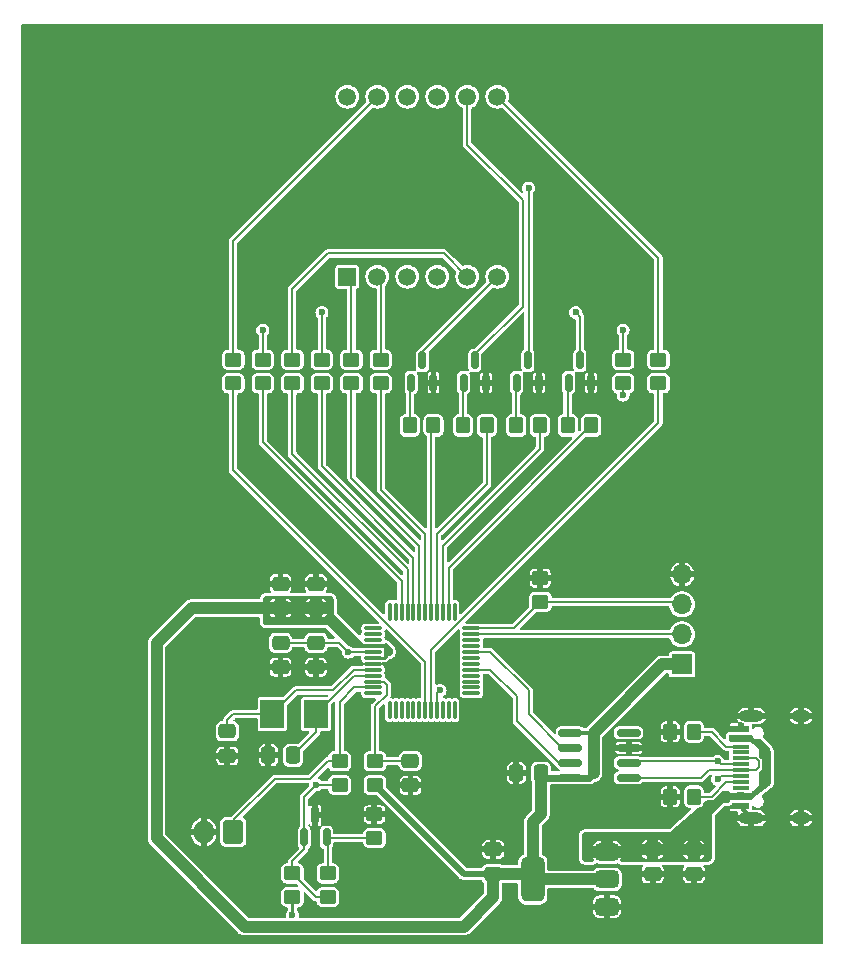
<source format=gbr>
%TF.GenerationSoftware,KiCad,Pcbnew,8.0.3*%
%TF.CreationDate,2024-07-18T13:59:58+08:00*%
%TF.ProjectId,NTC,4e54432e-6b69-4636-9164-5f7063625858,rev?*%
%TF.SameCoordinates,Original*%
%TF.FileFunction,Copper,L1,Top*%
%TF.FilePolarity,Positive*%
%FSLAX46Y46*%
G04 Gerber Fmt 4.6, Leading zero omitted, Abs format (unit mm)*
G04 Created by KiCad (PCBNEW 8.0.3) date 2024-07-18 13:59:58*
%MOMM*%
%LPD*%
G01*
G04 APERTURE LIST*
G04 Aperture macros list*
%AMRoundRect*
0 Rectangle with rounded corners*
0 $1 Rounding radius*
0 $2 $3 $4 $5 $6 $7 $8 $9 X,Y pos of 4 corners*
0 Add a 4 corners polygon primitive as box body*
4,1,4,$2,$3,$4,$5,$6,$7,$8,$9,$2,$3,0*
0 Add four circle primitives for the rounded corners*
1,1,$1+$1,$2,$3*
1,1,$1+$1,$4,$5*
1,1,$1+$1,$6,$7*
1,1,$1+$1,$8,$9*
0 Add four rect primitives between the rounded corners*
20,1,$1+$1,$2,$3,$4,$5,0*
20,1,$1+$1,$4,$5,$6,$7,0*
20,1,$1+$1,$6,$7,$8,$9,0*
20,1,$1+$1,$8,$9,$2,$3,0*%
G04 Aperture macros list end*
%TA.AperFunction,SMDPad,CuDef*%
%ADD10RoundRect,0.250000X-0.475000X0.337500X-0.475000X-0.337500X0.475000X-0.337500X0.475000X0.337500X0*%
%TD*%
%TA.AperFunction,SMDPad,CuDef*%
%ADD11RoundRect,0.250000X0.450000X-0.350000X0.450000X0.350000X-0.450000X0.350000X-0.450000X-0.350000X0*%
%TD*%
%TA.AperFunction,SMDPad,CuDef*%
%ADD12RoundRect,0.250000X0.475000X-0.337500X0.475000X0.337500X-0.475000X0.337500X-0.475000X-0.337500X0*%
%TD*%
%TA.AperFunction,ComponentPad*%
%ADD13R,1.700000X1.700000*%
%TD*%
%TA.AperFunction,ComponentPad*%
%ADD14O,1.700000X1.700000*%
%TD*%
%TA.AperFunction,SMDPad,CuDef*%
%ADD15RoundRect,0.150000X0.150000X-0.587500X0.150000X0.587500X-0.150000X0.587500X-0.150000X-0.587500X0*%
%TD*%
%TA.AperFunction,SMDPad,CuDef*%
%ADD16RoundRect,0.250000X0.350000X0.450000X-0.350000X0.450000X-0.350000X-0.450000X0.350000X-0.450000X0*%
%TD*%
%TA.AperFunction,ComponentPad*%
%ADD17R,1.500000X1.500000*%
%TD*%
%TA.AperFunction,ComponentPad*%
%ADD18C,1.500000*%
%TD*%
%TA.AperFunction,SMDPad,CuDef*%
%ADD19RoundRect,0.150000X0.825000X0.150000X-0.825000X0.150000X-0.825000X-0.150000X0.825000X-0.150000X0*%
%TD*%
%TA.AperFunction,SMDPad,CuDef*%
%ADD20R,1.450000X0.600000*%
%TD*%
%TA.AperFunction,SMDPad,CuDef*%
%ADD21R,1.450000X0.300000*%
%TD*%
%TA.AperFunction,ComponentPad*%
%ADD22O,2.100000X1.000000*%
%TD*%
%TA.AperFunction,ComponentPad*%
%ADD23O,1.600000X1.000000*%
%TD*%
%TA.AperFunction,SMDPad,CuDef*%
%ADD24RoundRect,0.375000X0.625000X0.375000X-0.625000X0.375000X-0.625000X-0.375000X0.625000X-0.375000X0*%
%TD*%
%TA.AperFunction,SMDPad,CuDef*%
%ADD25RoundRect,0.500000X0.500000X1.400000X-0.500000X1.400000X-0.500000X-1.400000X0.500000X-1.400000X0*%
%TD*%
%TA.AperFunction,SMDPad,CuDef*%
%ADD26RoundRect,0.250000X0.337500X0.475000X-0.337500X0.475000X-0.337500X-0.475000X0.337500X-0.475000X0*%
%TD*%
%TA.AperFunction,ComponentPad*%
%ADD27RoundRect,0.250000X0.600000X0.750000X-0.600000X0.750000X-0.600000X-0.750000X0.600000X-0.750000X0*%
%TD*%
%TA.AperFunction,ComponentPad*%
%ADD28O,1.700000X2.000000*%
%TD*%
%TA.AperFunction,SMDPad,CuDef*%
%ADD29RoundRect,0.075000X-0.662500X-0.075000X0.662500X-0.075000X0.662500X0.075000X-0.662500X0.075000X0*%
%TD*%
%TA.AperFunction,SMDPad,CuDef*%
%ADD30RoundRect,0.075000X-0.075000X-0.662500X0.075000X-0.662500X0.075000X0.662500X-0.075000X0.662500X0*%
%TD*%
%TA.AperFunction,SMDPad,CuDef*%
%ADD31R,2.000000X2.400000*%
%TD*%
%TA.AperFunction,ViaPad*%
%ADD32C,0.600000*%
%TD*%
%TA.AperFunction,Conductor*%
%ADD33C,0.200000*%
%TD*%
%TA.AperFunction,Conductor*%
%ADD34C,0.300000*%
%TD*%
%TA.AperFunction,Conductor*%
%ADD35C,0.250000*%
%TD*%
%TA.AperFunction,Conductor*%
%ADD36C,1.000000*%
%TD*%
%TA.AperFunction,Conductor*%
%ADD37C,0.500000*%
%TD*%
%TA.AperFunction,Conductor*%
%ADD38C,0.600000*%
%TD*%
%TA.AperFunction,Conductor*%
%ADD39C,0.400000*%
%TD*%
G04 APERTURE END LIST*
D10*
%TO.P,C6,1*%
%TO.N,/VREF*%
X141000000Y-102962500D03*
%TO.P,C6,2*%
%TO.N,GND*%
X141000000Y-105037500D03*
%TD*%
D11*
%TO.P,R6,1*%
%TO.N,Net-(U5-REF)*%
X145950000Y-119500000D03*
%TO.P,R6,2*%
%TO.N,GND*%
X145950000Y-117500000D03*
%TD*%
D10*
%TO.P,C10,1*%
%TO.N,VCC*%
X169500000Y-120462500D03*
%TO.P,C10,2*%
%TO.N,GND*%
X169500000Y-122537500D03*
%TD*%
D12*
%TO.P,C4,1*%
%TO.N,VDD*%
X138000000Y-100037500D03*
%TO.P,C4,2*%
%TO.N,GND*%
X138000000Y-97962500D03*
%TD*%
D13*
%TO.P,J1,1,Pin_1*%
%TO.N,VDD*%
X172000000Y-104800000D03*
D14*
%TO.P,J1,2,Pin_2*%
%TO.N,/SWDIO*%
X172000000Y-102260000D03*
%TO.P,J1,3,Pin_3*%
%TO.N,/SWCLK*%
X172000000Y-99720000D03*
%TO.P,J1,4,Pin_4*%
%TO.N,GND*%
X172000000Y-97180000D03*
%TD*%
D15*
%TO.P,Q3,1,B*%
%TO.N,Net-(Q3-B)*%
X153500000Y-80937500D03*
%TO.P,Q3,2,E*%
%TO.N,GND*%
X155400000Y-80937500D03*
%TO.P,Q3,3,C*%
%TO.N,Net-(Q3-C)*%
X154450000Y-79062500D03*
%TD*%
%TO.P,Q2,1,B*%
%TO.N,Net-(Q2-B)*%
X158000000Y-80937500D03*
%TO.P,Q2,2,E*%
%TO.N,GND*%
X159900000Y-80937500D03*
%TO.P,Q2,3,C*%
%TO.N,Net-(Q2-C)*%
X158950000Y-79062500D03*
%TD*%
D12*
%TO.P,C9,1*%
%TO.N,VDD*%
X156000000Y-122537500D03*
%TO.P,C9,2*%
%TO.N,GND*%
X156000000Y-120462500D03*
%TD*%
D11*
%TO.P,R15,1*%
%TO.N,/SEG_G*%
X139000000Y-81000000D03*
%TO.P,R15,2*%
%TO.N,Net-(U2-g)*%
X139000000Y-79000000D03*
%TD*%
D16*
%TO.P,R17,1*%
%TO.N,/CC1*%
X164300000Y-84562500D03*
%TO.P,R17,2*%
%TO.N,Net-(Q1-B)*%
X162300000Y-84562500D03*
%TD*%
D17*
%TO.P,U2,1,e*%
%TO.N,Net-(U2-e)*%
X143650000Y-71977500D03*
D18*
%TO.P,U2,2,d*%
%TO.N,Net-(U2-d)*%
X146190000Y-71977500D03*
%TO.P,U2,3,DPX*%
%TO.N,Net-(U2-DPX)*%
X148730000Y-71977500D03*
%TO.P,U2,4,c*%
%TO.N,Net-(U2-c)*%
X151270000Y-71977500D03*
%TO.P,U2,5,g*%
%TO.N,Net-(U2-g)*%
X153810000Y-71977500D03*
%TO.P,U2,6,CC4*%
%TO.N,Net-(Q4-C)*%
X156350000Y-71977500D03*
%TO.P,U2,7,b*%
%TO.N,Net-(U2-b)*%
X156350000Y-56737500D03*
%TO.P,U2,8,CC3*%
%TO.N,Net-(Q3-C)*%
X153810000Y-56737500D03*
%TO.P,U2,9,CC2*%
%TO.N,Net-(Q2-C)*%
X151270000Y-56737500D03*
%TO.P,U2,10,f*%
%TO.N,Net-(U2-f)*%
X148730000Y-56737500D03*
%TO.P,U2,11,a*%
%TO.N,Net-(U2-a)*%
X146190000Y-56737500D03*
%TO.P,U2,12,CC1*%
%TO.N,Net-(Q1-C)*%
X143650000Y-56737500D03*
%TD*%
D11*
%TO.P,R5,1*%
%TO.N,/VREF*%
X142000000Y-124500000D03*
%TO.P,R5,2*%
%TO.N,Net-(U5-REF)*%
X142000000Y-122500000D03*
%TD*%
%TO.P,R12,1*%
%TO.N,/SEG_D*%
X146500000Y-81000000D03*
%TO.P,R12,2*%
%TO.N,Net-(U2-d)*%
X146500000Y-79000000D03*
%TD*%
D16*
%TO.P,R20,1*%
%TO.N,/CC4*%
X150950000Y-84562500D03*
%TO.P,R20,2*%
%TO.N,Net-(Q4-B)*%
X148950000Y-84562500D03*
%TD*%
D10*
%TO.P,C11,1*%
%TO.N,VCC*%
X173000000Y-120462500D03*
%TO.P,C11,2*%
%TO.N,GND*%
X173000000Y-122537500D03*
%TD*%
D16*
%TO.P,R18,1*%
%TO.N,/CC2*%
X159950000Y-84562500D03*
%TO.P,R18,2*%
%TO.N,Net-(Q2-B)*%
X157950000Y-84562500D03*
%TD*%
D11*
%TO.P,R9,1*%
%TO.N,/SEG_A*%
X134000000Y-81000000D03*
%TO.P,R9,2*%
%TO.N,Net-(U2-a)*%
X134000000Y-79000000D03*
%TD*%
%TO.P,R1,1*%
%TO.N,VDD*%
X146000000Y-115000000D03*
%TO.P,R1,2*%
%TO.N,Net-(U1-NRST)*%
X146000000Y-113000000D03*
%TD*%
D16*
%TO.P,R7,1*%
%TO.N,Net-(J3-CC1)*%
X173000000Y-116000000D03*
%TO.P,R7,2*%
%TO.N,GND*%
X171000000Y-116000000D03*
%TD*%
D19*
%TO.P,U4,1,UD+*%
%TO.N,Net-(U4-UD+)*%
X167475000Y-114405000D03*
%TO.P,U4,2,UD-*%
%TO.N,Net-(U4-UD-)*%
X167475000Y-113135000D03*
%TO.P,U4,3,GND*%
%TO.N,GND*%
X167475000Y-111865000D03*
%TO.P,U4,4,~{RTS}*%
%TO.N,unconnected-(U4-~{RTS}-Pad4)*%
X167475000Y-110595000D03*
%TO.P,U4,5,VCC*%
%TO.N,VDD*%
X162525000Y-110595000D03*
%TO.P,U4,6,TXD*%
%TO.N,/UART_RX*%
X162525000Y-111865000D03*
%TO.P,U4,7,RXD*%
%TO.N,/UART_TX*%
X162525000Y-113135000D03*
%TO.P,U4,8,V3*%
%TO.N,VDD*%
X162525000Y-114405000D03*
%TD*%
D10*
%TO.P,C7,1*%
%TO.N,/VREF*%
X138000000Y-102962500D03*
%TO.P,C7,2*%
%TO.N,GND*%
X138000000Y-105037500D03*
%TD*%
D15*
%TO.P,Q1,1,B*%
%TO.N,Net-(Q1-B)*%
X162400000Y-80937500D03*
%TO.P,Q1,2,E*%
%TO.N,GND*%
X164300000Y-80937500D03*
%TO.P,Q1,3,C*%
%TO.N,Net-(Q1-C)*%
X163350000Y-79062500D03*
%TD*%
D20*
%TO.P,J3,A1,GND*%
%TO.N,GND*%
X176955000Y-116750000D03*
%TO.P,J3,A4,VBUS*%
%TO.N,VCC*%
X176955000Y-115950000D03*
D21*
%TO.P,J3,A5,CC1*%
%TO.N,Net-(J3-CC1)*%
X176955000Y-114750000D03*
%TO.P,J3,A6,D+*%
%TO.N,Net-(U4-UD+)*%
X176955000Y-113750000D03*
%TO.P,J3,A7,D-*%
%TO.N,Net-(U4-UD-)*%
X176955000Y-113250000D03*
%TO.P,J3,A8,SBU1*%
%TO.N,unconnected-(J3-SBU1-PadA8)*%
X176955000Y-112250000D03*
D20*
%TO.P,J3,A9,VBUS*%
%TO.N,VCC*%
X176955000Y-111050000D03*
%TO.P,J3,A12,GND*%
%TO.N,GND*%
X176955000Y-110250000D03*
%TO.P,J3,B1,GND*%
X176955000Y-110250000D03*
%TO.P,J3,B4,VBUS*%
%TO.N,VCC*%
X176955000Y-111050000D03*
D21*
%TO.P,J3,B5,CC2*%
%TO.N,Net-(J3-CC2)*%
X176955000Y-111750000D03*
%TO.P,J3,B6,D+*%
%TO.N,Net-(U4-UD+)*%
X176955000Y-112750000D03*
%TO.P,J3,B7,D-*%
%TO.N,Net-(U4-UD-)*%
X176955000Y-114250000D03*
%TO.P,J3,B8,SBU2*%
%TO.N,unconnected-(J3-SBU2-PadB8)*%
X176955000Y-115250000D03*
D20*
%TO.P,J3,B9,VBUS*%
%TO.N,VCC*%
X176955000Y-115950000D03*
%TO.P,J3,B12,GND*%
%TO.N,GND*%
X176955000Y-116750000D03*
D22*
%TO.P,J3,S1,SHIELD*%
X177870000Y-117820000D03*
D23*
X182050000Y-117820000D03*
D22*
X177870000Y-109180000D03*
D23*
X182050000Y-109180000D03*
%TD*%
D24*
%TO.P,U3,1,GND*%
%TO.N,GND*%
X165650000Y-125300000D03*
%TO.P,U3,2,VO*%
%TO.N,VDD*%
X165650000Y-123000000D03*
D25*
X159350000Y-123000000D03*
D24*
%TO.P,U3,3,VI*%
%TO.N,VCC*%
X165650000Y-120700000D03*
%TD*%
D11*
%TO.P,R14,1*%
%TO.N,/SEG_F*%
X141500000Y-81000000D03*
%TO.P,R14,2*%
%TO.N,Net-(U2-f)*%
X141500000Y-79000000D03*
%TD*%
%TO.P,R13,1*%
%TO.N,/SEG_E*%
X144000000Y-81000000D03*
%TO.P,R13,2*%
%TO.N,Net-(U2-e)*%
X144000000Y-79000000D03*
%TD*%
D16*
%TO.P,R8,1*%
%TO.N,Net-(J3-CC2)*%
X173000000Y-110500000D03*
%TO.P,R8,2*%
%TO.N,GND*%
X171000000Y-110500000D03*
%TD*%
D26*
%TO.P,C1,1*%
%TO.N,Net-(U1-PF1)*%
X139037500Y-112500000D03*
%TO.P,C1,2*%
%TO.N,GND*%
X136962500Y-112500000D03*
%TD*%
D27*
%TO.P,J2,1,Pin_1*%
%TO.N,Net-(J2-Pin_1)*%
X134000000Y-119000000D03*
D28*
%TO.P,J2,2,Pin_2*%
%TO.N,GND*%
X131500000Y-119000000D03*
%TD*%
D10*
%TO.P,C3,1*%
%TO.N,Net-(U1-NRST)*%
X149000000Y-112962500D03*
%TO.P,C3,2*%
%TO.N,GND*%
X149000000Y-115037500D03*
%TD*%
D11*
%TO.P,R4,1*%
%TO.N,VCC*%
X139000000Y-124500000D03*
%TO.P,R4,2*%
%TO.N,/VREF*%
X139000000Y-122500000D03*
%TD*%
%TO.P,R16,1*%
%TO.N,/SEG_DP*%
X136500000Y-81000000D03*
%TO.P,R16,2*%
%TO.N,Net-(U2-DPX)*%
X136500000Y-79000000D03*
%TD*%
%TO.P,R10,1*%
%TO.N,/SEG_B*%
X170000000Y-81000000D03*
%TO.P,R10,2*%
%TO.N,Net-(U2-b)*%
X170000000Y-79000000D03*
%TD*%
%TO.P,R3,1*%
%TO.N,/SWCLK*%
X160000000Y-99500000D03*
%TO.P,R3,2*%
%TO.N,GND*%
X160000000Y-97500000D03*
%TD*%
D29*
%TO.P,U1,1,PC13*%
%TO.N,unconnected-(U1-PC13-Pad1)*%
X145837500Y-101750000D03*
%TO.P,U1,2,PC14*%
%TO.N,unconnected-(U1-PC14-Pad2)*%
X145837500Y-102250000D03*
%TO.P,U1,3,PC15*%
%TO.N,unconnected-(U1-PC15-Pad3)*%
X145837500Y-102750000D03*
%TO.P,U1,4,VBAT*%
%TO.N,VDD*%
X145837500Y-103250000D03*
%TO.P,U1,5,VREF+*%
%TO.N,/VREF*%
X145837500Y-103750000D03*
%TO.P,U1,6,VDD*%
%TO.N,VDD*%
X145837500Y-104250000D03*
%TO.P,U1,7,VSS*%
%TO.N,GND*%
X145837500Y-104750000D03*
%TO.P,U1,8,PF0*%
%TO.N,Net-(U1-PF0)*%
X145837500Y-105250000D03*
%TO.P,U1,9,PF1*%
%TO.N,Net-(U1-PF1)*%
X145837500Y-105750000D03*
%TO.P,U1,10,NRST*%
%TO.N,Net-(U1-NRST)*%
X145837500Y-106250000D03*
%TO.P,U1,11,PA0*%
%TO.N,Net-(J2-Pin_1)*%
X145837500Y-106750000D03*
%TO.P,U1,12,PA1*%
%TO.N,unconnected-(U1-PA1-Pad12)*%
X145837500Y-107250000D03*
D30*
%TO.P,U1,13,PA2*%
%TO.N,unconnected-(U1-PA2-Pad13)*%
X147250000Y-108662500D03*
%TO.P,U1,14,PA3*%
%TO.N,unconnected-(U1-PA3-Pad14)*%
X147750000Y-108662500D03*
%TO.P,U1,15,PA4*%
%TO.N,unconnected-(U1-PA4-Pad15)*%
X148250000Y-108662500D03*
%TO.P,U1,16,PA5*%
%TO.N,unconnected-(U1-PA5-Pad16)*%
X148750000Y-108662500D03*
%TO.P,U1,17,PA6*%
%TO.N,unconnected-(U1-PA6-Pad17)*%
X149250000Y-108662500D03*
%TO.P,U1,18,PA7*%
%TO.N,unconnected-(U1-PA7-Pad18)*%
X149750000Y-108662500D03*
%TO.P,U1,19,PB0*%
%TO.N,/SEG_A*%
X150250000Y-108662500D03*
%TO.P,U1,20,PB1*%
%TO.N,/SEG_B*%
X150750000Y-108662500D03*
%TO.P,U1,21,PB2*%
%TO.N,/SEG_C*%
X151250000Y-108662500D03*
%TO.P,U1,22,PB10*%
%TO.N,unconnected-(U1-PB10-Pad22)*%
X151750000Y-108662500D03*
%TO.P,U1,23,PB11*%
%TO.N,unconnected-(U1-PB11-Pad23)*%
X152250000Y-108662500D03*
%TO.P,U1,24,PB12*%
%TO.N,unconnected-(U1-PB12-Pad24)*%
X152750000Y-108662500D03*
D29*
%TO.P,U1,25,PB13*%
%TO.N,unconnected-(U1-PB13-Pad25)*%
X154162500Y-107250000D03*
%TO.P,U1,26,PB14*%
%TO.N,unconnected-(U1-PB14-Pad26)*%
X154162500Y-106750000D03*
%TO.P,U1,27,PB15*%
%TO.N,unconnected-(U1-PB15-Pad27)*%
X154162500Y-106250000D03*
%TO.P,U1,28,PA8*%
%TO.N,unconnected-(U1-PA8-Pad28)*%
X154162500Y-105750000D03*
%TO.P,U1,29,PA9/NC*%
%TO.N,/UART_TX*%
X154162500Y-105250000D03*
%TO.P,U1,30,PC6*%
%TO.N,unconnected-(U1-PC6-Pad30)*%
X154162500Y-104750000D03*
%TO.P,U1,31,PC7*%
%TO.N,unconnected-(U1-PC7-Pad31)*%
X154162500Y-104250000D03*
%TO.P,U1,32,PA10/NC*%
%TO.N,/UART_RX*%
X154162500Y-103750000D03*
%TO.P,U1,33,PA11/PA9*%
%TO.N,unconnected-(U1-PA11{slash}PA9-Pad33)*%
X154162500Y-103250000D03*
%TO.P,U1,34,PA12/PA10*%
%TO.N,unconnected-(U1-PA12{slash}PA10-Pad34)*%
X154162500Y-102750000D03*
%TO.P,U1,35,PA13*%
%TO.N,/SWDIO*%
X154162500Y-102250000D03*
%TO.P,U1,36,PA14*%
%TO.N,/SWCLK*%
X154162500Y-101750000D03*
D30*
%TO.P,U1,37,PA15*%
%TO.N,unconnected-(U1-PA15-Pad37)*%
X152750000Y-100337500D03*
%TO.P,U1,38,PD0*%
%TO.N,/CC1*%
X152250000Y-100337500D03*
%TO.P,U1,39,PD1*%
%TO.N,/CC2*%
X151750000Y-100337500D03*
%TO.P,U1,40,PD2*%
%TO.N,/CC3*%
X151250000Y-100337500D03*
%TO.P,U1,41,PD3*%
%TO.N,/CC4*%
X150750000Y-100337500D03*
%TO.P,U1,42,PB3*%
%TO.N,/SEG_D*%
X150250000Y-100337500D03*
%TO.P,U1,43,PB4*%
%TO.N,/SEG_E*%
X149750000Y-100337500D03*
%TO.P,U1,44,PB5*%
%TO.N,/SEG_F*%
X149250000Y-100337500D03*
%TO.P,U1,45,PB6*%
%TO.N,/SEG_G*%
X148750000Y-100337500D03*
%TO.P,U1,46,PB7*%
%TO.N,/SEG_DP*%
X148250000Y-100337500D03*
%TO.P,U1,47,PB8*%
%TO.N,unconnected-(U1-PB8-Pad47)*%
X147750000Y-100337500D03*
%TO.P,U1,48,PB9*%
%TO.N,unconnected-(U1-PB9-Pad48)*%
X147250000Y-100337500D03*
%TD*%
D11*
%TO.P,R2,1*%
%TO.N,/VREF*%
X143000000Y-115000000D03*
%TO.P,R2,2*%
%TO.N,Net-(J2-Pin_1)*%
X143000000Y-113000000D03*
%TD*%
%TO.P,R11,1*%
%TO.N,/SEG_C*%
X167000000Y-81000000D03*
%TO.P,R11,2*%
%TO.N,Net-(U2-c)*%
X167000000Y-79000000D03*
%TD*%
D26*
%TO.P,C8,1*%
%TO.N,VDD*%
X160037500Y-114000000D03*
%TO.P,C8,2*%
%TO.N,GND*%
X157962500Y-114000000D03*
%TD*%
D16*
%TO.P,R19,1*%
%TO.N,/CC3*%
X155450000Y-84562500D03*
%TO.P,R19,2*%
%TO.N,Net-(Q3-B)*%
X153450000Y-84562500D03*
%TD*%
D15*
%TO.P,U5,1,K*%
%TO.N,/VREF*%
X140000000Y-119437500D03*
%TO.P,U5,2,REF*%
%TO.N,Net-(U5-REF)*%
X141900000Y-119437500D03*
%TO.P,U5,3,A*%
%TO.N,GND*%
X140950000Y-117562500D03*
%TD*%
%TO.P,Q4,1,B*%
%TO.N,Net-(Q4-B)*%
X149050000Y-80937500D03*
%TO.P,Q4,2,E*%
%TO.N,GND*%
X150950000Y-80937500D03*
%TO.P,Q4,3,C*%
%TO.N,Net-(Q4-C)*%
X150000000Y-79062500D03*
%TD*%
D10*
%TO.P,C2,1*%
%TO.N,Net-(U1-PF0)*%
X133500000Y-110462500D03*
%TO.P,C2,2*%
%TO.N,GND*%
X133500000Y-112537500D03*
%TD*%
D12*
%TO.P,C5,1*%
%TO.N,VDD*%
X141000000Y-100037500D03*
%TO.P,C5,2*%
%TO.N,GND*%
X141000000Y-97962500D03*
%TD*%
D31*
%TO.P,Y1,1,1*%
%TO.N,Net-(U1-PF0)*%
X137300000Y-109000000D03*
%TO.P,Y1,2,2*%
%TO.N,Net-(U1-PF1)*%
X141000000Y-109000000D03*
%TD*%
D32*
%TO.N,GND*%
X162500000Y-125000000D03*
X166000000Y-127500000D03*
%TO.N,Net-(U2-DPX)*%
X136500000Y-76500000D03*
%TO.N,Net-(U2-f)*%
X141500000Y-75000000D03*
%TO.N,Net-(U2-c)*%
X167000000Y-76500000D03*
%TO.N,/SEG_C*%
X167000000Y-82000000D03*
X151500000Y-107000000D03*
%TO.N,GND*%
X182000000Y-98500000D03*
X160000000Y-91500000D03*
X152500000Y-105500000D03*
X179000000Y-125000000D03*
X156000000Y-118500000D03*
X138000000Y-85500000D03*
X120500000Y-125500000D03*
X169500000Y-110500000D03*
X160000000Y-96000000D03*
X142000000Y-111500000D03*
X180500000Y-125000000D03*
X145500000Y-124000000D03*
X181000000Y-52000000D03*
X133500000Y-114000000D03*
X119000000Y-55000000D03*
X145500000Y-85500000D03*
X181000000Y-53500000D03*
X181000000Y-55000000D03*
X156000000Y-114000000D03*
X149000000Y-116500000D03*
X148500000Y-104000000D03*
X136500000Y-105000000D03*
X140500000Y-85500000D03*
X180000000Y-102500000D03*
X119000000Y-52000000D03*
X160000000Y-82500000D03*
X173000000Y-124500000D03*
X149000000Y-87500000D03*
X117500000Y-125500000D03*
X117500000Y-127000000D03*
X153000000Y-124000000D03*
X148500000Y-107000000D03*
X139500000Y-104000000D03*
X182500000Y-52000000D03*
X180000000Y-100500000D03*
X180000000Y-98500000D03*
X138500000Y-116000000D03*
X119000000Y-125500000D03*
X182000000Y-125000000D03*
X149000000Y-124000000D03*
X164500000Y-82500000D03*
X144500000Y-109000000D03*
X149000000Y-90500000D03*
X139500000Y-96000000D03*
X155500000Y-82500000D03*
X144000000Y-96000000D03*
X117500000Y-53500000D03*
X119000000Y-53500000D03*
X182500000Y-53500000D03*
X182000000Y-100500000D03*
X119000000Y-127000000D03*
X120500000Y-127000000D03*
X155500000Y-96000000D03*
X135000000Y-85500000D03*
X144000000Y-117500000D03*
X180500000Y-126500000D03*
X169500000Y-124500000D03*
X182500000Y-55000000D03*
X151500000Y-82500000D03*
X182000000Y-102500000D03*
X182000000Y-126500000D03*
X145400000Y-110000000D03*
X179000000Y-126500000D03*
X169500000Y-116000000D03*
X117500000Y-52000000D03*
X117500000Y-55000000D03*
X131000000Y-103000000D03*
X147500000Y-85500000D03*
X149000000Y-120500000D03*
X152500000Y-103500000D03*
X148500000Y-105500000D03*
X143000000Y-85500000D03*
X157000000Y-87500000D03*
X141000000Y-121000000D03*
X152500000Y-87500000D03*
X152500000Y-90500000D03*
X135500000Y-112500000D03*
%TO.N,/VREF*%
X143750000Y-103750000D03*
X141000000Y-115000000D03*
%TO.N,VCC*%
X139000000Y-126000000D03*
X168000000Y-120500000D03*
%TO.N,Net-(Q1-C)*%
X163000000Y-75000000D03*
%TO.N,Net-(Q2-C)*%
X159000000Y-64467500D03*
%TO.N,Net-(U4-UD-)*%
X175000000Y-114500000D03*
X175000000Y-113000000D03*
%TD*%
D33*
%TO.N,Net-(U1-PF0)*%
X139300000Y-107000000D02*
X137300000Y-109000000D01*
X142434314Y-107000000D02*
X139300000Y-107000000D01*
X144184314Y-105250000D02*
X142434314Y-107000000D01*
X145837500Y-105250000D02*
X144184314Y-105250000D01*
%TO.N,Net-(U1-PF1)*%
X144250000Y-105750000D02*
X145837500Y-105750000D01*
X141000000Y-109000000D02*
X144250000Y-105750000D01*
%TO.N,Net-(Q2-B)*%
X157950000Y-84562500D02*
X157950000Y-80987500D01*
X157950000Y-80987500D02*
X158000000Y-80937500D01*
%TO.N,/CC2*%
X151750000Y-94750000D02*
X159950000Y-86550000D01*
X159950000Y-86550000D02*
X159950000Y-84562500D01*
X151750000Y-100337500D02*
X151750000Y-94750000D01*
%TO.N,/CC1*%
X152250000Y-100337500D02*
X152250000Y-96612500D01*
X152250000Y-96612500D02*
X164300000Y-84562500D01*
%TO.N,Net-(Q1-B)*%
X162300000Y-81037500D02*
X162400000Y-80937500D01*
X162300000Y-84562500D02*
X162300000Y-81037500D01*
%TO.N,/SEG_DP*%
X148250000Y-97750000D02*
X136500000Y-86000000D01*
X136500000Y-86000000D02*
X136500000Y-81000000D01*
X148250000Y-100337500D02*
X148250000Y-97750000D01*
%TO.N,Net-(U2-DPX)*%
X149000000Y-72247500D02*
X148730000Y-71977500D01*
X136500000Y-79000000D02*
X136500000Y-76500000D01*
%TO.N,Net-(U2-g)*%
X139000000Y-79000000D02*
X139000000Y-73000000D01*
X139000000Y-73000000D02*
X142000000Y-70000000D01*
X142000000Y-70000000D02*
X151832500Y-70000000D01*
X151832500Y-70000000D02*
X153810000Y-71977500D01*
%TO.N,/SEG_G*%
X148750000Y-100337500D02*
X148750000Y-96750000D01*
X148750000Y-96750000D02*
X139000000Y-87000000D01*
X139000000Y-87000000D02*
X139000000Y-81000000D01*
%TO.N,Net-(U2-f)*%
X141500000Y-79000000D02*
X141500000Y-75000000D01*
%TO.N,/SEG_F*%
X141500000Y-88000000D02*
X141500000Y-81000000D01*
X149250000Y-95750000D02*
X141500000Y-88000000D01*
X149250000Y-100337500D02*
X149250000Y-95750000D01*
%TO.N,/SEG_B*%
X170000000Y-84357410D02*
X170000000Y-81000000D01*
X150750000Y-108662500D02*
X150750000Y-103607410D01*
X150750000Y-103607410D02*
X170000000Y-84357410D01*
%TO.N,Net-(U2-b)*%
X170000000Y-70387500D02*
X156350000Y-56737500D01*
X170000000Y-79000000D02*
X170000000Y-70387500D01*
%TO.N,/SEG_E*%
X144000000Y-89000000D02*
X144000000Y-81000000D01*
X149750000Y-100337500D02*
X149750000Y-94750000D01*
X149750000Y-94750000D02*
X144000000Y-89000000D01*
%TO.N,Net-(U2-e)*%
X144000000Y-72327500D02*
X143650000Y-71977500D01*
X144000000Y-79000000D02*
X144000000Y-72327500D01*
%TO.N,Net-(U2-d)*%
X146500000Y-72287500D02*
X146190000Y-71977500D01*
X146500000Y-79000000D02*
X146500000Y-72287500D01*
%TO.N,/SEG_D*%
X150250000Y-93750000D02*
X146500000Y-90000000D01*
X150250000Y-100337500D02*
X150250000Y-93750000D01*
X146500000Y-90000000D02*
X146500000Y-81000000D01*
%TO.N,Net-(U2-c)*%
X167000000Y-76500000D02*
X167000000Y-79000000D01*
%TO.N,/SEG_C*%
X151250000Y-107250000D02*
X151250000Y-108662500D01*
X151500000Y-107000000D02*
X151250000Y-107250000D01*
X167000000Y-81000000D02*
X167000000Y-82000000D01*
%TO.N,/SEG_A*%
X150250000Y-104607410D02*
X134000000Y-88357410D01*
X134000000Y-88357410D02*
X134000000Y-81000000D01*
X150250000Y-108662500D02*
X150250000Y-104607410D01*
%TO.N,Net-(U2-a)*%
X134000000Y-79000000D02*
X134000000Y-68927500D01*
X134000000Y-68927500D02*
X146190000Y-56737500D01*
%TO.N,GND*%
X138000000Y-105037500D02*
X141000000Y-105037500D01*
D34*
X176955000Y-116905000D02*
X177870000Y-117820000D01*
D33*
X177870000Y-117820000D02*
X177895000Y-117820000D01*
D34*
X176955000Y-116750000D02*
X176955000Y-116905000D01*
D33*
X145837500Y-104750000D02*
X141287500Y-104750000D01*
X141287500Y-104750000D02*
X141000000Y-105037500D01*
%TO.N,Net-(J3-CC2)*%
X173000000Y-110500000D02*
X174500000Y-110500000D01*
X175750000Y-111750000D02*
X177320000Y-111750000D01*
X174500000Y-110500000D02*
X175750000Y-111750000D01*
%TO.N,Net-(J3-CC1)*%
X174500000Y-116000000D02*
X173000000Y-116000000D01*
X175750000Y-114750000D02*
X174500000Y-116000000D01*
X177320000Y-114750000D02*
X175750000Y-114750000D01*
%TO.N,Net-(U5-REF)*%
X141900000Y-119437500D02*
X141962500Y-119500000D01*
X142000000Y-119537500D02*
X141900000Y-119437500D01*
X141962500Y-119500000D02*
X145950000Y-119500000D01*
X142000000Y-122500000D02*
X142000000Y-119537500D01*
%TO.N,/VREF*%
X143750000Y-103750000D02*
X142962500Y-102962500D01*
X141000000Y-124500000D02*
X139000000Y-122500000D01*
X140000000Y-120468750D02*
X140000000Y-119437500D01*
X141000000Y-115000000D02*
X140000000Y-116000000D01*
X139000000Y-121468750D02*
X140000000Y-120468750D01*
X142000000Y-124500000D02*
X141000000Y-124500000D01*
X140000000Y-116000000D02*
X140000000Y-119437500D01*
X142962500Y-102962500D02*
X141000000Y-102962500D01*
X143750000Y-103750000D02*
X145837500Y-103750000D01*
X141000000Y-102962500D02*
X138000000Y-102962500D01*
X139000000Y-122500000D02*
X139000000Y-121468750D01*
X141000000Y-115000000D02*
X143000000Y-115000000D01*
%TO.N,Net-(U1-NRST)*%
X146000000Y-113000000D02*
X148962500Y-113000000D01*
X147000000Y-107357410D02*
X146000000Y-108357410D01*
X146750000Y-106250000D02*
X147000000Y-106500000D01*
X148962500Y-113000000D02*
X149000000Y-112962500D01*
X146000000Y-108357410D02*
X146000000Y-113000000D01*
X145837500Y-106250000D02*
X146750000Y-106250000D01*
X147000000Y-106500000D02*
X147000000Y-107357410D01*
D35*
%TO.N,VDD*%
X145837500Y-104250000D02*
X146750000Y-104250000D01*
D36*
X170295000Y-104800000D02*
X172000000Y-104800000D01*
D34*
X164500000Y-110595000D02*
X162375000Y-110595000D01*
D36*
X127500000Y-119500000D02*
X127500000Y-103000000D01*
D37*
X156000000Y-122537500D02*
X153537500Y-122537500D01*
D36*
X127500000Y-103000000D02*
X130462500Y-100037500D01*
D35*
X146750000Y-103250000D02*
X145837500Y-103250000D01*
D36*
X158537500Y-122537500D02*
X156000000Y-122537500D01*
D33*
X145000000Y-103250000D02*
X144750000Y-103250000D01*
D36*
X159350000Y-123000000D02*
X159350000Y-118150000D01*
X159350000Y-123000000D02*
X165650000Y-123000000D01*
X135000000Y-127000000D02*
X127500000Y-119500000D01*
D37*
X153537500Y-122537500D02*
X146000000Y-115000000D01*
D36*
X156000000Y-124500000D02*
X153500000Y-127000000D01*
D35*
X146750000Y-104250000D02*
X147000000Y-104000000D01*
D38*
X164500000Y-114000000D02*
X164095000Y-114405000D01*
D33*
X159350000Y-123000000D02*
X159000000Y-123000000D01*
D36*
X164500000Y-110595000D02*
X164500000Y-114000000D01*
X159350000Y-118150000D02*
X160037500Y-117462500D01*
D34*
X145837500Y-103250000D02*
X145000000Y-103250000D01*
D33*
X144750000Y-103250000D02*
X141537500Y-100037500D01*
D36*
X156000000Y-122537500D02*
X156000000Y-124500000D01*
D38*
X162375000Y-114405000D02*
X160442500Y-114405000D01*
D35*
X147000000Y-103500000D02*
X146750000Y-103250000D01*
D33*
X160442500Y-114405000D02*
X160037500Y-114000000D01*
D36*
X130462500Y-100037500D02*
X138000000Y-100037500D01*
D38*
X164095000Y-114405000D02*
X162375000Y-114405000D01*
D33*
X159000000Y-123000000D02*
X158537500Y-122537500D01*
D36*
X141000000Y-100037500D02*
X138000000Y-100037500D01*
D34*
X141537500Y-100037500D02*
X141000000Y-100037500D01*
D36*
X164500000Y-110595000D02*
X170295000Y-104800000D01*
X153500000Y-127000000D02*
X135000000Y-127000000D01*
X160037500Y-117462500D02*
X160037500Y-114000000D01*
D35*
X147000000Y-104000000D02*
X147000000Y-103500000D01*
D33*
%TO.N,Net-(J2-Pin_1)*%
X134000000Y-118000000D02*
X134000000Y-119000000D01*
X143000000Y-113000000D02*
X142000000Y-113000000D01*
X142000000Y-113000000D02*
X140500000Y-114500000D01*
X143000000Y-108000000D02*
X143000000Y-113000000D01*
X145837500Y-106750000D02*
X144250000Y-106750000D01*
X140500000Y-114500000D02*
X137500000Y-114500000D01*
X144250000Y-106750000D02*
X143000000Y-108000000D01*
X137500000Y-114500000D02*
X134000000Y-118000000D01*
%TO.N,/SWCLK*%
X157750000Y-101750000D02*
X160000000Y-99500000D01*
X171780000Y-99500000D02*
X172000000Y-99720000D01*
X160000000Y-99500000D02*
X171780000Y-99500000D01*
X154162500Y-101750000D02*
X157750000Y-101750000D01*
D34*
%TO.N,VCC*%
X179000000Y-114794999D02*
X179000000Y-112169594D01*
D39*
X177320000Y-115900000D02*
X175600000Y-115900000D01*
D35*
X177930406Y-111100000D02*
X177320000Y-111100000D01*
D37*
X169500000Y-120462500D02*
X173000000Y-120462500D01*
D39*
X173000000Y-118500000D02*
X173000000Y-120462500D01*
D35*
X177320000Y-115900000D02*
X177894999Y-115900000D01*
D39*
X175600000Y-115900000D02*
X173000000Y-118500000D01*
D35*
X139000000Y-124500000D02*
X139000000Y-126000000D01*
D33*
X168000000Y-120500000D02*
X168037500Y-120462500D01*
D35*
X177894999Y-115900000D02*
X179000000Y-114794999D01*
X179000000Y-112169594D02*
X177930406Y-111100000D01*
D37*
X168037500Y-120462500D02*
X169500000Y-120462500D01*
X168000000Y-120500000D02*
X165850000Y-120500000D01*
D33*
X165850000Y-120500000D02*
X165650000Y-120700000D01*
%TO.N,/CC3*%
X151250000Y-100337500D02*
X151250000Y-93750000D01*
X155450000Y-89550000D02*
X155450000Y-84562500D01*
X151250000Y-93750000D02*
X155450000Y-89550000D01*
%TO.N,Net-(Q3-B)*%
X153450000Y-84562500D02*
X153450000Y-80987500D01*
X153450000Y-80987500D02*
X153500000Y-80937500D01*
%TO.N,/CC4*%
X150750000Y-84762500D02*
X150950000Y-84562500D01*
X150750000Y-100337500D02*
X150750000Y-84762500D01*
%TO.N,Net-(Q4-B)*%
X148950000Y-81037500D02*
X149050000Y-80937500D01*
X148950000Y-84562500D02*
X148950000Y-81037500D01*
%TO.N,Net-(Q4-C)*%
X150000000Y-78327500D02*
X156350000Y-71977500D01*
X150000000Y-79062500D02*
X150000000Y-78327500D01*
%TO.N,Net-(Q1-C)*%
X163350000Y-75350000D02*
X163350000Y-79062500D01*
X163000000Y-75000000D02*
X163350000Y-75350000D01*
%TO.N,Net-(Q2-C)*%
X159000000Y-79012500D02*
X158950000Y-79062500D01*
X159000000Y-64467500D02*
X159000000Y-79012500D01*
X158950000Y-79125000D02*
X158950000Y-78562500D01*
%TO.N,Net-(Q3-C)*%
X158500000Y-65500000D02*
X153810000Y-60810000D01*
X154450000Y-78550000D02*
X158500000Y-74500000D01*
X154450000Y-79062500D02*
X154450000Y-78550000D01*
X153810000Y-60810000D02*
X153810000Y-56737500D01*
X158500000Y-74500000D02*
X158500000Y-65500000D01*
%TO.N,Net-(U4-UD-)*%
X175000000Y-114500000D02*
X175250000Y-114250000D01*
X175250000Y-114250000D02*
X177320000Y-114250000D01*
X175250000Y-113250000D02*
X177320000Y-113250000D01*
X175000000Y-113000000D02*
X175250000Y-113250000D01*
X175000000Y-113000000D02*
X167760000Y-113000000D01*
X167760000Y-113000000D02*
X167625000Y-113135000D01*
%TO.N,Net-(U4-UD+)*%
X178500000Y-113500000D02*
X178250000Y-113750000D01*
X177320000Y-112750000D02*
X178232410Y-112750000D01*
X174250000Y-113750000D02*
X177320000Y-113750000D01*
X178500000Y-113017590D02*
X178500000Y-113500000D01*
X178250000Y-113750000D02*
X177320000Y-113750000D01*
X178232410Y-112750000D02*
X178500000Y-113017590D01*
X173595000Y-114405000D02*
X174250000Y-113750000D01*
X167625000Y-114405000D02*
X173595000Y-114405000D01*
%TO.N,/UART_RX*%
X162375000Y-111865000D02*
X161865000Y-111865000D01*
X161865000Y-111865000D02*
X159000000Y-109000000D01*
X159000000Y-109000000D02*
X159000000Y-107000000D01*
X159000000Y-107000000D02*
X155750000Y-103750000D01*
X155750000Y-103750000D02*
X154162500Y-103750000D01*
%TO.N,/UART_TX*%
X161550000Y-113135000D02*
X158000000Y-109585000D01*
X162375000Y-113135000D02*
X161550000Y-113135000D01*
X155750000Y-105250000D02*
X154162500Y-105250000D01*
X158000000Y-107500000D02*
X155750000Y-105250000D01*
X158000000Y-109585000D02*
X158000000Y-107500000D01*
%TO.N,/SWDIO*%
X171990000Y-102250000D02*
X172000000Y-102260000D01*
X154162500Y-102250000D02*
X171990000Y-102250000D01*
%TO.N,Net-(U1-PF0)*%
X133500000Y-109500000D02*
X133500000Y-110462500D01*
X134000000Y-109000000D02*
X133500000Y-109500000D01*
X137300000Y-109000000D02*
X134000000Y-109000000D01*
%TO.N,Net-(U1-PF1)*%
X139037500Y-112500000D02*
X141000000Y-110537500D01*
X141000000Y-110537500D02*
X141000000Y-109000000D01*
%TD*%
%TA.AperFunction,Conductor*%
%TO.N,VCC*%
G36*
X176210012Y-110750476D02*
G01*
X176210248Y-110750499D01*
X176210252Y-110750500D01*
X176210256Y-110750500D01*
X177699744Y-110750500D01*
X177699748Y-110750500D01*
X177699751Y-110750499D01*
X177699988Y-110750476D01*
X177709689Y-110750000D01*
X177818135Y-110750000D01*
X177876326Y-110768907D01*
X177906695Y-110807431D01*
X177907068Y-110807216D01*
X177908553Y-110809788D01*
X177909599Y-110811115D01*
X177910309Y-110812830D01*
X177910311Y-110812834D01*
X177910312Y-110812836D01*
X177979495Y-110932665D01*
X178077335Y-111030505D01*
X178197164Y-111099688D01*
X178330817Y-111135500D01*
X178330819Y-111135500D01*
X178469181Y-111135500D01*
X178469183Y-111135500D01*
X178545145Y-111115146D01*
X178606243Y-111118348D01*
X178640769Y-111140769D01*
X179405239Y-111905239D01*
X179417551Y-111920242D01*
X179466223Y-111993085D01*
X179481005Y-112028771D01*
X179498098Y-112114700D01*
X179500000Y-112134015D01*
X179500000Y-114842333D01*
X179498820Y-114857573D01*
X179488156Y-114926021D01*
X179478884Y-114955056D01*
X179451374Y-115010075D01*
X179433710Y-115034912D01*
X179385351Y-115084511D01*
X179373867Y-115094599D01*
X178371604Y-115846296D01*
X178336495Y-115860621D01*
X178337085Y-115862821D01*
X178330819Y-115864500D01*
X178330817Y-115864500D01*
X178197164Y-115900312D01*
X178077335Y-115969495D01*
X177979495Y-116067335D01*
X177910309Y-116187169D01*
X177909599Y-116188885D01*
X177908735Y-116189896D01*
X177907068Y-116192784D01*
X177906532Y-116192475D01*
X177900293Y-116199780D01*
X177842493Y-116243130D01*
X177818135Y-116250000D01*
X177709689Y-116250000D01*
X177699988Y-116249524D01*
X177699751Y-116249500D01*
X177699748Y-116249500D01*
X176210252Y-116249500D01*
X176210248Y-116249500D01*
X176210012Y-116249524D01*
X176200311Y-116250000D01*
X176030001Y-116250000D01*
X176030000Y-116250001D01*
X176030000Y-116269700D01*
X176041876Y-116329404D01*
X176041876Y-116368031D01*
X176031477Y-116420313D01*
X176001581Y-116473697D01*
X175946016Y-116499314D01*
X175934379Y-116500000D01*
X175500000Y-116500000D01*
X175412132Y-116587868D01*
X175412128Y-116587871D01*
X174587871Y-117412128D01*
X174587868Y-117412132D01*
X174500000Y-117500000D01*
X174500000Y-117624261D01*
X174500000Y-121190248D01*
X174498098Y-121209563D01*
X174481005Y-121295492D01*
X174466223Y-121331178D01*
X174423073Y-121395758D01*
X174395758Y-121423073D01*
X174331178Y-121466223D01*
X174295492Y-121481005D01*
X174230801Y-121493873D01*
X174209561Y-121498098D01*
X174190248Y-121500000D01*
X166869499Y-121500000D01*
X166811308Y-121481093D01*
X166775344Y-121431593D01*
X166775344Y-121370407D01*
X166778035Y-121363115D01*
X166835199Y-121225104D01*
X166835200Y-121225104D01*
X166838505Y-121200000D01*
X164461495Y-121200000D01*
X164464800Y-121225104D01*
X164521965Y-121363115D01*
X164526766Y-121424112D01*
X164494796Y-121476281D01*
X164438268Y-121499695D01*
X164430501Y-121500000D01*
X163809752Y-121500000D01*
X163790438Y-121498098D01*
X163704508Y-121481005D01*
X163668821Y-121466223D01*
X163656246Y-121457821D01*
X163604238Y-121423070D01*
X163576929Y-121395761D01*
X163533775Y-121331177D01*
X163518994Y-121295491D01*
X163501902Y-121209562D01*
X163500000Y-121190248D01*
X163500000Y-120962500D01*
X168605106Y-120962500D01*
X168622652Y-121012643D01*
X168622653Y-121012645D01*
X168703207Y-121121790D01*
X168703209Y-121121792D01*
X168812352Y-121202345D01*
X168940399Y-121247149D01*
X168970788Y-121249999D01*
X169000000Y-121249999D01*
X169000000Y-120962501D01*
X170000000Y-120962501D01*
X170000000Y-121249998D01*
X170000001Y-121249999D01*
X170029203Y-121249999D01*
X170059600Y-121247149D01*
X170059602Y-121247149D01*
X170187647Y-121202345D01*
X170296790Y-121121792D01*
X170296792Y-121121790D01*
X170377346Y-121012645D01*
X170377347Y-121012643D01*
X170394894Y-120962500D01*
X172105106Y-120962500D01*
X172122652Y-121012643D01*
X172122653Y-121012645D01*
X172203207Y-121121790D01*
X172203209Y-121121792D01*
X172312352Y-121202345D01*
X172440399Y-121247149D01*
X172470788Y-121249999D01*
X172500000Y-121249999D01*
X172500000Y-120962501D01*
X173500000Y-120962501D01*
X173500000Y-121249998D01*
X173500001Y-121249999D01*
X173529203Y-121249999D01*
X173559600Y-121247149D01*
X173559602Y-121247149D01*
X173687647Y-121202345D01*
X173796790Y-121121792D01*
X173796792Y-121121790D01*
X173877346Y-121012645D01*
X173877347Y-121012643D01*
X173894894Y-120962500D01*
X173500001Y-120962500D01*
X173500000Y-120962501D01*
X172500000Y-120962501D01*
X172499999Y-120962500D01*
X172105106Y-120962500D01*
X170394894Y-120962500D01*
X170000001Y-120962500D01*
X170000000Y-120962501D01*
X169000000Y-120962501D01*
X168999999Y-120962500D01*
X168605106Y-120962500D01*
X163500000Y-120962500D01*
X163500000Y-120199999D01*
X164461495Y-120199999D01*
X164461495Y-120200000D01*
X165149999Y-120200000D01*
X165150000Y-120199999D01*
X165150000Y-119750001D01*
X166150000Y-119750001D01*
X166150000Y-120199999D01*
X166150001Y-120200000D01*
X166838505Y-120200000D01*
X166838504Y-120199999D01*
X166835199Y-120174895D01*
X166777263Y-120035022D01*
X166777261Y-120035018D01*
X166721616Y-119962500D01*
X168605106Y-119962500D01*
X168999999Y-119962500D01*
X169000000Y-119962499D01*
X169000000Y-119675001D01*
X170000000Y-119675001D01*
X170000000Y-119962499D01*
X170000001Y-119962500D01*
X170394893Y-119962500D01*
X172105106Y-119962500D01*
X172499999Y-119962500D01*
X172500000Y-119962499D01*
X172500000Y-119675001D01*
X173500000Y-119675001D01*
X173500000Y-119962499D01*
X173500001Y-119962500D01*
X173894893Y-119962500D01*
X173877347Y-119912356D01*
X173877346Y-119912354D01*
X173796792Y-119803209D01*
X173796790Y-119803207D01*
X173687647Y-119722654D01*
X173559601Y-119677850D01*
X173529211Y-119675000D01*
X173500001Y-119675000D01*
X173500000Y-119675001D01*
X172500000Y-119675001D01*
X172500000Y-119675000D01*
X172470796Y-119675000D01*
X172440399Y-119677850D01*
X172440397Y-119677850D01*
X172312352Y-119722654D01*
X172203209Y-119803207D01*
X172203207Y-119803209D01*
X172122653Y-119912354D01*
X172122652Y-119912356D01*
X172105106Y-119962500D01*
X170394893Y-119962500D01*
X170377347Y-119912356D01*
X170377346Y-119912354D01*
X170296792Y-119803209D01*
X170296790Y-119803207D01*
X170187647Y-119722654D01*
X170059601Y-119677850D01*
X170029211Y-119675000D01*
X170000001Y-119675000D01*
X170000000Y-119675001D01*
X169000000Y-119675001D01*
X169000000Y-119675000D01*
X168970796Y-119675000D01*
X168940399Y-119677850D01*
X168940397Y-119677850D01*
X168812352Y-119722654D01*
X168703209Y-119803207D01*
X168703207Y-119803209D01*
X168622653Y-119912354D01*
X168622652Y-119912356D01*
X168605106Y-119962500D01*
X166721616Y-119962500D01*
X166685099Y-119914910D01*
X166685089Y-119914900D01*
X166564981Y-119822738D01*
X166564977Y-119822736D01*
X166425109Y-119764801D01*
X166425101Y-119764799D01*
X166312690Y-119750000D01*
X166150001Y-119750000D01*
X166150000Y-119750001D01*
X165150000Y-119750001D01*
X165149999Y-119750000D01*
X164987309Y-119750000D01*
X164874898Y-119764799D01*
X164874890Y-119764801D01*
X164735022Y-119822736D01*
X164735018Y-119822738D01*
X164614910Y-119914900D01*
X164614900Y-119914910D01*
X164522738Y-120035018D01*
X164522736Y-120035022D01*
X164464800Y-120174895D01*
X164464799Y-120174895D01*
X164461495Y-120199999D01*
X163500000Y-120199999D01*
X163500000Y-119309751D01*
X163501902Y-119290437D01*
X163518994Y-119204508D01*
X163533774Y-119168824D01*
X163576931Y-119104235D01*
X163604235Y-119076931D01*
X163668824Y-119033774D01*
X163704507Y-119018994D01*
X163749341Y-119010076D01*
X163790439Y-119001902D01*
X163809752Y-119000000D01*
X170887276Y-119000000D01*
X170887279Y-119000000D01*
X171000000Y-119000000D01*
X173374763Y-116922082D01*
X173430713Y-116898019D01*
X173434699Y-116897646D01*
X173562882Y-116852793D01*
X173672150Y-116772150D01*
X173752793Y-116662882D01*
X173780275Y-116584342D01*
X173808522Y-116542541D01*
X174007964Y-116368031D01*
X174057150Y-116324994D01*
X174113393Y-116300905D01*
X174122341Y-116300500D01*
X174539563Y-116300500D01*
X174539563Y-116300499D01*
X174615989Y-116280021D01*
X174684511Y-116240460D01*
X174740460Y-116184511D01*
X175395975Y-115528996D01*
X175450492Y-115501219D01*
X175465979Y-115500000D01*
X175935286Y-115500000D01*
X175993477Y-115518907D01*
X176029441Y-115568407D01*
X176032384Y-115618312D01*
X176030000Y-115630294D01*
X176030000Y-115649999D01*
X176030001Y-115650000D01*
X176654999Y-115650000D01*
X176675503Y-115629496D01*
X176730020Y-115601719D01*
X176745507Y-115600500D01*
X177164493Y-115600500D01*
X177222684Y-115619407D01*
X177234497Y-115629496D01*
X177255001Y-115650000D01*
X177879999Y-115650000D01*
X177880000Y-115649999D01*
X177880000Y-115630302D01*
X177879999Y-115630294D01*
X177874220Y-115601243D01*
X177881410Y-115540481D01*
X177918829Y-115500000D01*
X178000000Y-115500000D01*
X178500000Y-115000000D01*
X178500000Y-113965978D01*
X178518907Y-113907787D01*
X178528990Y-113895980D01*
X178740460Y-113684511D01*
X178761804Y-113647541D01*
X178769617Y-113634010D01*
X178772404Y-113629180D01*
X178780021Y-113615989D01*
X178800500Y-113539562D01*
X178800500Y-112978028D01*
X178780021Y-112901601D01*
X178740460Y-112833079D01*
X178684511Y-112777129D01*
X178684511Y-112777130D01*
X178528996Y-112621615D01*
X178501219Y-112567098D01*
X178500000Y-112551611D01*
X178500000Y-112124265D01*
X178500000Y-112124264D01*
X178500000Y-112000000D01*
X178000000Y-111500000D01*
X177924915Y-111500000D01*
X177898619Y-111485273D01*
X177873003Y-111429708D01*
X177874220Y-111398756D01*
X177879999Y-111369705D01*
X177880000Y-111369697D01*
X177880000Y-111350001D01*
X177879999Y-111350000D01*
X176086000Y-111350000D01*
X176035358Y-111333545D01*
X176022836Y-111314805D01*
X176000000Y-111200000D01*
X176000000Y-110808989D01*
X176005907Y-110790809D01*
X176055407Y-110754845D01*
X176086000Y-110750000D01*
X176200311Y-110750000D01*
X176210012Y-110750476D01*
G37*
%TD.AperFunction*%
%TD*%
%TA.AperFunction,Conductor*%
%TO.N,VDD*%
G36*
X142209562Y-99001902D02*
G01*
X142295492Y-99018994D01*
X142331177Y-99033775D01*
X142395761Y-99076929D01*
X142423070Y-99104238D01*
X142457821Y-99156246D01*
X142466223Y-99168821D01*
X142481005Y-99204507D01*
X142498098Y-99290436D01*
X142500000Y-99309751D01*
X142500000Y-100500000D01*
X142587871Y-100587871D01*
X144890027Y-102890027D01*
X144908608Y-102924789D01*
X144911754Y-102923487D01*
X144915485Y-102932495D01*
X144924140Y-102945448D01*
X144940748Y-103004336D01*
X144924142Y-103055447D01*
X144915955Y-103067699D01*
X144909531Y-103100000D01*
X145137926Y-103100000D01*
X145147627Y-103100476D01*
X145147854Y-103100497D01*
X145147867Y-103100500D01*
X146527132Y-103100499D01*
X146527135Y-103100498D01*
X146527362Y-103100476D01*
X146537063Y-103100000D01*
X146765470Y-103100000D01*
X146772276Y-103091706D01*
X146776314Y-103057599D01*
X146817846Y-103012669D01*
X146877856Y-103000732D01*
X146885507Y-103001943D01*
X146971229Y-103018994D01*
X147006913Y-103033775D01*
X147079759Y-103082450D01*
X147094760Y-103094760D01*
X147405239Y-103405239D01*
X147417551Y-103420242D01*
X147466223Y-103493085D01*
X147481005Y-103528771D01*
X147498098Y-103614700D01*
X147500000Y-103634015D01*
X147500000Y-103773428D01*
X147497862Y-103793889D01*
X147478692Y-103884639D01*
X147462143Y-103922064D01*
X147414093Y-103988731D01*
X147383821Y-104016267D01*
X147303791Y-104063149D01*
X147285056Y-104071647D01*
X146898991Y-104200335D01*
X146837808Y-104200799D01*
X146788036Y-104165212D01*
X146770587Y-104125729D01*
X146759044Y-104067699D01*
X146759042Y-104067696D01*
X146750861Y-104055452D01*
X146734251Y-103996564D01*
X146750860Y-103945447D01*
X146759515Y-103932495D01*
X146775500Y-103852133D01*
X146775499Y-103647868D01*
X146759515Y-103567505D01*
X146750859Y-103554551D01*
X146734251Y-103495665D01*
X146750863Y-103444543D01*
X146759044Y-103432300D01*
X146765469Y-103400000D01*
X146537074Y-103400000D01*
X146527373Y-103399524D01*
X146527136Y-103399500D01*
X146527133Y-103399500D01*
X146527129Y-103399500D01*
X145147871Y-103399500D01*
X145147638Y-103399524D01*
X145137937Y-103400000D01*
X144909529Y-103400000D01*
X144898610Y-103413305D01*
X144847078Y-103446292D01*
X144822082Y-103449500D01*
X144197083Y-103449500D01*
X144138892Y-103430593D01*
X144122264Y-103415331D01*
X144081128Y-103367857D01*
X144048182Y-103346684D01*
X143960057Y-103290049D01*
X143960054Y-103290047D01*
X143960053Y-103290047D01*
X143960050Y-103290046D01*
X143821964Y-103249500D01*
X143821961Y-103249500D01*
X143790508Y-103249500D01*
X143732317Y-103230593D01*
X143720504Y-103220504D01*
X142087871Y-101587871D01*
X142087868Y-101587868D01*
X142000000Y-101500000D01*
X141875738Y-101500000D01*
X136809752Y-101500000D01*
X136790438Y-101498098D01*
X136704508Y-101481005D01*
X136668821Y-101466223D01*
X136656246Y-101457821D01*
X136604238Y-101423070D01*
X136576929Y-101395761D01*
X136533775Y-101331177D01*
X136518994Y-101295491D01*
X136501902Y-101209562D01*
X136500000Y-101190248D01*
X136500000Y-100537500D01*
X137105106Y-100537500D01*
X137122652Y-100587643D01*
X137122653Y-100587645D01*
X137203207Y-100696790D01*
X137203209Y-100696792D01*
X137312352Y-100777345D01*
X137440399Y-100822149D01*
X137470788Y-100824999D01*
X137500000Y-100824999D01*
X137500000Y-100537501D01*
X138500000Y-100537501D01*
X138500000Y-100824998D01*
X138500001Y-100824999D01*
X138529203Y-100824999D01*
X138559600Y-100822149D01*
X138559602Y-100822149D01*
X138687647Y-100777345D01*
X138796790Y-100696792D01*
X138796792Y-100696790D01*
X138877346Y-100587645D01*
X138877347Y-100587643D01*
X138894894Y-100537500D01*
X140105106Y-100537500D01*
X140122652Y-100587643D01*
X140122653Y-100587645D01*
X140203207Y-100696790D01*
X140203209Y-100696792D01*
X140312352Y-100777345D01*
X140440399Y-100822149D01*
X140470788Y-100824999D01*
X140500000Y-100824999D01*
X140500000Y-100537501D01*
X141500000Y-100537501D01*
X141500000Y-100824998D01*
X141500001Y-100824999D01*
X141529203Y-100824999D01*
X141559600Y-100822149D01*
X141559602Y-100822149D01*
X141687647Y-100777345D01*
X141796790Y-100696792D01*
X141796792Y-100696790D01*
X141877346Y-100587645D01*
X141877347Y-100587643D01*
X141894894Y-100537500D01*
X141500001Y-100537500D01*
X141500000Y-100537501D01*
X140500000Y-100537501D01*
X140499999Y-100537500D01*
X140105106Y-100537500D01*
X138894894Y-100537500D01*
X138500001Y-100537500D01*
X138500000Y-100537501D01*
X137500000Y-100537501D01*
X137499999Y-100537500D01*
X137105106Y-100537500D01*
X136500000Y-100537500D01*
X136500000Y-99537500D01*
X137105106Y-99537500D01*
X137499999Y-99537500D01*
X137500000Y-99537499D01*
X137500000Y-99250001D01*
X138500000Y-99250001D01*
X138500000Y-99537499D01*
X138500001Y-99537500D01*
X138894893Y-99537500D01*
X140105106Y-99537500D01*
X140499999Y-99537500D01*
X140500000Y-99537499D01*
X140500000Y-99250001D01*
X141500000Y-99250001D01*
X141500000Y-99537499D01*
X141500001Y-99537500D01*
X141894893Y-99537500D01*
X141877347Y-99487356D01*
X141877346Y-99487354D01*
X141796792Y-99378209D01*
X141796790Y-99378207D01*
X141687647Y-99297654D01*
X141559601Y-99252850D01*
X141529211Y-99250000D01*
X141500001Y-99250000D01*
X141500000Y-99250001D01*
X140500000Y-99250001D01*
X140500000Y-99250000D01*
X140470796Y-99250000D01*
X140440399Y-99252850D01*
X140440397Y-99252850D01*
X140312352Y-99297654D01*
X140203209Y-99378207D01*
X140203207Y-99378209D01*
X140122653Y-99487354D01*
X140122652Y-99487356D01*
X140105106Y-99537500D01*
X138894893Y-99537500D01*
X138877347Y-99487356D01*
X138877346Y-99487354D01*
X138796792Y-99378209D01*
X138796790Y-99378207D01*
X138687647Y-99297654D01*
X138559601Y-99252850D01*
X138529211Y-99250000D01*
X138500001Y-99250000D01*
X138500000Y-99250001D01*
X137500000Y-99250001D01*
X137500000Y-99250000D01*
X137470796Y-99250000D01*
X137440399Y-99252850D01*
X137440397Y-99252850D01*
X137312352Y-99297654D01*
X137203209Y-99378207D01*
X137203207Y-99378209D01*
X137122653Y-99487354D01*
X137122652Y-99487356D01*
X137105106Y-99537500D01*
X136500000Y-99537500D01*
X136500000Y-99309751D01*
X136501902Y-99290437D01*
X136501902Y-99290436D01*
X136518994Y-99204506D01*
X136533774Y-99168824D01*
X136576931Y-99104235D01*
X136604235Y-99076931D01*
X136668824Y-99033774D01*
X136704507Y-99018994D01*
X136749341Y-99010076D01*
X136790439Y-99001902D01*
X136809752Y-99000000D01*
X142190248Y-99000000D01*
X142209562Y-99001902D01*
G37*
%TD.AperFunction*%
%TD*%
%TA.AperFunction,Conductor*%
%TO.N,GND*%
G36*
X136203691Y-100806907D02*
G01*
X136239655Y-100856407D01*
X136244500Y-100887000D01*
X136244500Y-101190248D01*
X136245730Y-101215287D01*
X136245731Y-101215303D01*
X136247630Y-101234588D01*
X136247631Y-101234595D01*
X136251314Y-101259425D01*
X136268403Y-101345338D01*
X136282940Y-101393261D01*
X136297718Y-101428942D01*
X136297719Y-101428944D01*
X136321334Y-101473126D01*
X136364489Y-101537711D01*
X136382324Y-101559442D01*
X136396263Y-101576427D01*
X136423572Y-101603736D01*
X136462289Y-101635510D01*
X136514297Y-101670261D01*
X136514302Y-101670264D01*
X136514305Y-101670266D01*
X136526869Y-101678661D01*
X136526871Y-101678662D01*
X136526877Y-101678666D01*
X136571046Y-101702274D01*
X136571050Y-101702276D01*
X136571054Y-101702277D01*
X136606733Y-101717056D01*
X136606737Y-101717057D01*
X136606739Y-101717058D01*
X136625904Y-101722871D01*
X136654661Y-101731595D01*
X136740591Y-101748688D01*
X136760048Y-101751574D01*
X136765363Y-101752363D01*
X136765373Y-101752364D01*
X136765398Y-101752368D01*
X136784712Y-101754270D01*
X136809752Y-101755500D01*
X141853160Y-101755500D01*
X141911351Y-101774407D01*
X141923164Y-101784496D01*
X142581664Y-102442996D01*
X142609441Y-102497513D01*
X142599870Y-102557945D01*
X142556605Y-102601210D01*
X142511660Y-102612000D01*
X142068176Y-102612000D01*
X142009985Y-102593093D01*
X141974021Y-102543593D01*
X141969743Y-102523583D01*
X141969743Y-102523582D01*
X141969091Y-102517517D01*
X141955512Y-102481110D01*
X141918797Y-102382670D01*
X141832549Y-102267458D01*
X141832548Y-102267457D01*
X141832546Y-102267454D01*
X141822589Y-102260000D01*
X141717329Y-102181202D01*
X141582488Y-102130910D01*
X141582483Y-102130909D01*
X141582481Y-102130908D01*
X141582477Y-102130908D01*
X141551249Y-102127550D01*
X141522873Y-102124500D01*
X141522870Y-102124500D01*
X140477133Y-102124500D01*
X140477129Y-102124500D01*
X140477128Y-102124501D01*
X140469949Y-102125272D01*
X140417519Y-102130908D01*
X140417514Y-102130909D01*
X140282670Y-102181202D01*
X140167458Y-102267450D01*
X140167450Y-102267458D01*
X140081202Y-102382670D01*
X140030910Y-102517511D01*
X140030908Y-102517522D01*
X140030257Y-102523582D01*
X140005238Y-102579418D01*
X139952178Y-102609885D01*
X139931824Y-102612000D01*
X139068176Y-102612000D01*
X139009985Y-102593093D01*
X138974021Y-102543593D01*
X138969743Y-102523583D01*
X138969743Y-102523582D01*
X138969091Y-102517517D01*
X138955512Y-102481110D01*
X138918797Y-102382670D01*
X138832549Y-102267458D01*
X138832548Y-102267457D01*
X138832546Y-102267454D01*
X138822589Y-102260000D01*
X138717329Y-102181202D01*
X138582488Y-102130910D01*
X138582483Y-102130909D01*
X138582481Y-102130908D01*
X138582477Y-102130908D01*
X138551249Y-102127550D01*
X138522873Y-102124500D01*
X138522870Y-102124500D01*
X137477133Y-102124500D01*
X137477129Y-102124500D01*
X137477128Y-102124501D01*
X137469949Y-102125272D01*
X137417519Y-102130908D01*
X137417514Y-102130909D01*
X137282670Y-102181202D01*
X137167458Y-102267450D01*
X137167450Y-102267458D01*
X137081202Y-102382670D01*
X137030910Y-102517511D01*
X137030908Y-102517522D01*
X137024500Y-102577129D01*
X137024500Y-103347866D01*
X137024501Y-103347870D01*
X137030908Y-103407480D01*
X137030909Y-103407485D01*
X137081202Y-103542329D01*
X137149850Y-103634030D01*
X137167454Y-103657546D01*
X137167457Y-103657548D01*
X137167458Y-103657549D01*
X137282670Y-103743797D01*
X137417511Y-103794089D01*
X137417512Y-103794089D01*
X137417517Y-103794091D01*
X137477127Y-103800500D01*
X138522872Y-103800499D01*
X138582483Y-103794091D01*
X138693748Y-103752592D01*
X138717329Y-103743797D01*
X138717329Y-103743796D01*
X138717331Y-103743796D01*
X138832546Y-103657546D01*
X138918796Y-103542331D01*
X138934585Y-103500000D01*
X138963159Y-103423387D01*
X138969091Y-103407483D01*
X138969743Y-103401417D01*
X138994762Y-103345582D01*
X139047822Y-103315115D01*
X139068176Y-103313000D01*
X139931824Y-103313000D01*
X139990015Y-103331907D01*
X140025979Y-103381407D01*
X140030256Y-103401416D01*
X140030908Y-103407477D01*
X140030909Y-103407481D01*
X140030909Y-103407485D01*
X140081202Y-103542329D01*
X140149850Y-103634030D01*
X140167454Y-103657546D01*
X140167457Y-103657548D01*
X140167458Y-103657549D01*
X140282670Y-103743797D01*
X140417511Y-103794089D01*
X140417512Y-103794089D01*
X140417517Y-103794091D01*
X140477127Y-103800500D01*
X141522872Y-103800499D01*
X141582483Y-103794091D01*
X141693748Y-103752592D01*
X141717329Y-103743797D01*
X141717329Y-103743796D01*
X141717331Y-103743796D01*
X141832546Y-103657546D01*
X141918796Y-103542331D01*
X141934585Y-103500000D01*
X141963159Y-103423387D01*
X141969091Y-103407483D01*
X141969743Y-103401417D01*
X141994762Y-103345582D01*
X142047822Y-103315115D01*
X142068176Y-103313000D01*
X142776310Y-103313000D01*
X142834501Y-103331907D01*
X142846314Y-103341996D01*
X143167158Y-103662840D01*
X143194935Y-103717357D01*
X143195307Y-103745763D01*
X143194750Y-103749994D01*
X143194750Y-103750000D01*
X143213669Y-103893708D01*
X143213670Y-103893709D01*
X143268216Y-104025398D01*
X143269139Y-104027625D01*
X143357379Y-104142621D01*
X143472375Y-104230861D01*
X143606291Y-104286330D01*
X143750000Y-104305250D01*
X143893709Y-104286330D01*
X144027625Y-104230861D01*
X144142621Y-104142621D01*
X144143627Y-104141310D01*
X144145223Y-104139231D01*
X144195649Y-104104576D01*
X144223764Y-104100500D01*
X144750500Y-104100500D01*
X144808691Y-104119407D01*
X144844655Y-104168907D01*
X144849500Y-104199499D01*
X144849500Y-104363133D01*
X144849501Y-104363145D01*
X144855740Y-104410544D01*
X144855740Y-104410546D01*
X144906167Y-104518685D01*
X144913624Y-104579414D01*
X144913541Y-104579839D01*
X144909531Y-104600000D01*
X144972595Y-104600000D01*
X145014432Y-104609275D01*
X145089455Y-104644259D01*
X145136861Y-104650500D01*
X146538138Y-104650499D01*
X146585545Y-104644259D01*
X146585546Y-104644259D01*
X146605883Y-104634776D01*
X146647722Y-104625500D01*
X146799436Y-104625500D01*
X146847186Y-104612705D01*
X146847187Y-104612705D01*
X146894934Y-104599911D01*
X146894933Y-104599911D01*
X146894938Y-104599910D01*
X146980562Y-104550475D01*
X147050475Y-104480562D01*
X147126051Y-104404985D01*
X147164743Y-104381071D01*
X147365852Y-104314036D01*
X147390598Y-104304329D01*
X147390598Y-104304328D01*
X147390603Y-104304327D01*
X147390611Y-104304323D01*
X147409315Y-104295839D01*
X147409333Y-104295831D01*
X147432936Y-104283607D01*
X147485440Y-104252850D01*
X147512953Y-104236733D01*
X147512957Y-104236729D01*
X147512966Y-104236725D01*
X147555744Y-104205272D01*
X147586016Y-104177736D01*
X147621367Y-104138123D01*
X147669417Y-104071456D01*
X147695817Y-104025392D01*
X147712366Y-103987967D01*
X147728675Y-103937445D01*
X147734357Y-103910547D01*
X147747839Y-103846727D01*
X147747840Y-103846714D01*
X147747845Y-103846695D01*
X147751978Y-103820442D01*
X147754116Y-103799981D01*
X147755500Y-103773428D01*
X147755500Y-103634015D01*
X147754270Y-103608976D01*
X147752368Y-103589661D01*
X147752337Y-103589455D01*
X147748687Y-103564847D01*
X147748686Y-103564844D01*
X147731595Y-103478924D01*
X147717055Y-103430993D01*
X147702273Y-103395307D01*
X147700611Y-103392198D01*
X147678667Y-103351142D01*
X147678659Y-103351129D01*
X147653182Y-103313000D01*
X147629992Y-103278294D01*
X147629988Y-103278289D01*
X147629986Y-103278285D01*
X147615055Y-103258154D01*
X147607827Y-103249347D01*
X147602747Y-103243157D01*
X147585905Y-103224573D01*
X147275426Y-102914094D01*
X147275411Y-102914081D01*
X147275399Y-102914069D01*
X147256857Y-102897264D01*
X147256820Y-102897232D01*
X147241847Y-102884945D01*
X147221709Y-102870011D01*
X147221701Y-102870005D01*
X147148864Y-102821336D01*
X147104685Y-102797721D01*
X147104681Y-102797720D01*
X147069007Y-102782943D01*
X147068996Y-102782939D01*
X147021077Y-102768403D01*
X146935338Y-102751349D01*
X146925432Y-102749581D01*
X146917797Y-102748373D01*
X146917694Y-102748366D01*
X146917656Y-102748350D01*
X146913476Y-102747689D01*
X146913628Y-102746728D01*
X146860941Y-102725504D01*
X146828464Y-102673649D01*
X146825499Y-102649600D01*
X146825499Y-102636865D01*
X146825498Y-102636854D01*
X146823201Y-102619407D01*
X146819259Y-102589455D01*
X146797054Y-102541838D01*
X146789598Y-102481110D01*
X146797051Y-102458168D01*
X146819259Y-102410545D01*
X146825500Y-102363139D01*
X146825499Y-102136862D01*
X146819259Y-102089455D01*
X146797054Y-102041838D01*
X146789598Y-101981110D01*
X146797051Y-101958168D01*
X146819259Y-101910545D01*
X146820766Y-101899094D01*
X146847102Y-101843874D01*
X146900872Y-101814676D01*
X146961534Y-101822659D01*
X146988922Y-101842013D01*
X149870504Y-104723595D01*
X149898281Y-104778112D01*
X149899500Y-104793599D01*
X149899500Y-107575500D01*
X149880593Y-107633691D01*
X149831093Y-107669655D01*
X149800501Y-107674500D01*
X149636866Y-107674500D01*
X149636854Y-107674501D01*
X149589458Y-107680740D01*
X149589452Y-107680741D01*
X149541838Y-107702944D01*
X149481109Y-107710400D01*
X149458162Y-107702944D01*
X149410551Y-107680743D01*
X149410547Y-107680742D01*
X149410545Y-107680741D01*
X149363139Y-107674500D01*
X149363137Y-107674500D01*
X149136866Y-107674500D01*
X149136854Y-107674501D01*
X149089458Y-107680740D01*
X149089452Y-107680741D01*
X149041838Y-107702944D01*
X148981109Y-107710400D01*
X148958162Y-107702944D01*
X148910551Y-107680743D01*
X148910547Y-107680742D01*
X148910545Y-107680741D01*
X148863139Y-107674500D01*
X148863137Y-107674500D01*
X148636866Y-107674500D01*
X148636854Y-107674501D01*
X148589458Y-107680740D01*
X148589452Y-107680741D01*
X148541838Y-107702944D01*
X148481109Y-107710400D01*
X148458162Y-107702944D01*
X148410551Y-107680743D01*
X148410547Y-107680742D01*
X148410545Y-107680741D01*
X148363139Y-107674500D01*
X148363137Y-107674500D01*
X148136866Y-107674500D01*
X148136854Y-107674501D01*
X148089458Y-107680740D01*
X148089452Y-107680741D01*
X148041838Y-107702944D01*
X147981109Y-107710400D01*
X147958162Y-107702944D01*
X147910551Y-107680743D01*
X147910547Y-107680742D01*
X147910545Y-107680741D01*
X147863139Y-107674500D01*
X147863137Y-107674500D01*
X147636866Y-107674500D01*
X147636854Y-107674501D01*
X147589458Y-107680740D01*
X147589452Y-107680741D01*
X147541838Y-107702944D01*
X147481109Y-107710400D01*
X147458162Y-107702944D01*
X147410551Y-107680743D01*
X147410546Y-107680741D01*
X147410545Y-107680741D01*
X147399493Y-107679286D01*
X147378538Y-107676527D01*
X147323314Y-107650184D01*
X147294120Y-107596413D01*
X147302108Y-107535751D01*
X147305706Y-107528910D01*
X147326614Y-107492698D01*
X147348627Y-107410545D01*
X147350500Y-107403554D01*
X147350500Y-106453856D01*
X147326614Y-106364712D01*
X147280469Y-106284788D01*
X147265588Y-106269907D01*
X147215217Y-106219535D01*
X147215211Y-106219530D01*
X146965211Y-105969529D01*
X146879669Y-105920141D01*
X146880496Y-105918708D01*
X146840091Y-105884204D01*
X146825499Y-105832474D01*
X146825499Y-105636862D01*
X146819259Y-105589455D01*
X146797054Y-105541838D01*
X146789598Y-105481110D01*
X146797051Y-105458168D01*
X146819259Y-105410545D01*
X146825500Y-105363139D01*
X146825499Y-105136862D01*
X146819259Y-105089455D01*
X146819259Y-105089453D01*
X146768833Y-104981315D01*
X146761376Y-104920586D01*
X146761459Y-104920161D01*
X146765469Y-104900000D01*
X146702405Y-104900000D01*
X146660567Y-104890724D01*
X146585545Y-104855741D01*
X146585546Y-104855741D01*
X146569743Y-104853660D01*
X146538139Y-104849500D01*
X146538137Y-104849500D01*
X145136865Y-104849500D01*
X145136854Y-104849501D01*
X145089455Y-104855740D01*
X145036160Y-104880593D01*
X145015505Y-104890224D01*
X144973667Y-104899500D01*
X144138170Y-104899500D01*
X144061062Y-104920161D01*
X144049026Y-104923386D01*
X143969102Y-104969530D01*
X142318128Y-106620504D01*
X142263611Y-106648281D01*
X142248124Y-106649500D01*
X139253856Y-106649500D01*
X139225927Y-106656983D01*
X139170069Y-106671950D01*
X139164712Y-106673385D01*
X139164708Y-106673387D01*
X139084790Y-106719528D01*
X138283814Y-107520504D01*
X138229297Y-107548281D01*
X138213810Y-107549500D01*
X136275326Y-107549500D01*
X136275325Y-107549500D01*
X136275315Y-107549501D01*
X136202263Y-107564033D01*
X136202257Y-107564035D01*
X136119400Y-107619397D01*
X136119397Y-107619400D01*
X136064035Y-107702257D01*
X136064033Y-107702263D01*
X136049501Y-107775315D01*
X136049500Y-107775327D01*
X136049500Y-108550500D01*
X136030593Y-108608691D01*
X135981093Y-108644655D01*
X135950500Y-108649500D01*
X134046144Y-108649500D01*
X133953856Y-108649500D01*
X133864712Y-108673386D01*
X133784788Y-108719530D01*
X133219529Y-109284789D01*
X133195381Y-109326613D01*
X133195382Y-109326614D01*
X133173386Y-109364710D01*
X133158556Y-109420060D01*
X133153262Y-109439818D01*
X133149500Y-109453857D01*
X133149500Y-109525500D01*
X133130593Y-109583691D01*
X133081093Y-109619655D01*
X133050501Y-109624500D01*
X132977132Y-109624500D01*
X132977129Y-109624500D01*
X132977128Y-109624501D01*
X132969949Y-109625272D01*
X132917519Y-109630908D01*
X132917514Y-109630909D01*
X132782670Y-109681202D01*
X132667458Y-109767450D01*
X132667450Y-109767458D01*
X132581202Y-109882670D01*
X132530910Y-110017511D01*
X132530908Y-110017522D01*
X132524500Y-110077129D01*
X132524500Y-110847866D01*
X132524501Y-110847870D01*
X132530908Y-110907480D01*
X132530909Y-110907485D01*
X132581202Y-111042329D01*
X132658436Y-111145500D01*
X132667454Y-111157546D01*
X132667457Y-111157548D01*
X132667458Y-111157549D01*
X132782670Y-111243797D01*
X132917511Y-111294089D01*
X132917512Y-111294089D01*
X132917517Y-111294091D01*
X132977127Y-111300500D01*
X134022872Y-111300499D01*
X134082483Y-111294091D01*
X134201113Y-111249845D01*
X134217329Y-111243797D01*
X134217329Y-111243796D01*
X134217331Y-111243796D01*
X134332546Y-111157546D01*
X134418796Y-111042331D01*
X134421680Y-111034600D01*
X134469089Y-110907488D01*
X134469090Y-110907485D01*
X134469091Y-110907483D01*
X134475500Y-110847873D01*
X134475499Y-110077128D01*
X134469091Y-110017517D01*
X134454725Y-109979000D01*
X134418797Y-109882670D01*
X134332549Y-109767458D01*
X134332548Y-109767457D01*
X134332546Y-109767454D01*
X134324730Y-109761603D01*
X134217329Y-109681202D01*
X134082480Y-109630908D01*
X134079142Y-109630119D01*
X134077201Y-109628938D01*
X134076681Y-109628745D01*
X134076718Y-109628645D01*
X134026861Y-109598334D01*
X134003247Y-109541889D01*
X134017321Y-109482344D01*
X134031908Y-109463772D01*
X134116186Y-109379496D01*
X134170703Y-109351719D01*
X134186189Y-109350500D01*
X135950500Y-109350500D01*
X136008691Y-109369407D01*
X136044655Y-109418907D01*
X136049500Y-109449500D01*
X136049500Y-110224672D01*
X136049501Y-110224684D01*
X136064033Y-110297736D01*
X136064035Y-110297742D01*
X136119397Y-110380599D01*
X136119400Y-110380602D01*
X136159154Y-110407164D01*
X136202260Y-110435966D01*
X136257808Y-110447015D01*
X136275315Y-110450498D01*
X136275320Y-110450498D01*
X136275326Y-110450500D01*
X136275327Y-110450500D01*
X138324673Y-110450500D01*
X138324674Y-110450500D01*
X138397740Y-110435966D01*
X138480601Y-110380601D01*
X138535966Y-110297740D01*
X138550500Y-110224674D01*
X138550500Y-108286190D01*
X138569407Y-108227999D01*
X138579496Y-108216186D01*
X139416186Y-107379496D01*
X139470703Y-107351719D01*
X139486190Y-107350500D01*
X141914810Y-107350500D01*
X141973001Y-107369407D01*
X142008965Y-107418907D01*
X142008965Y-107480093D01*
X141984814Y-107519504D01*
X141983814Y-107520504D01*
X141929297Y-107548281D01*
X141913810Y-107549500D01*
X139975326Y-107549500D01*
X139975325Y-107549500D01*
X139975315Y-107549501D01*
X139902263Y-107564033D01*
X139902257Y-107564035D01*
X139819400Y-107619397D01*
X139819397Y-107619400D01*
X139764035Y-107702257D01*
X139764033Y-107702263D01*
X139749501Y-107775315D01*
X139749500Y-107775327D01*
X139749500Y-110224672D01*
X139749501Y-110224684D01*
X139764033Y-110297736D01*
X139764035Y-110297742D01*
X139819397Y-110380599D01*
X139819400Y-110380602D01*
X139859154Y-110407164D01*
X139902260Y-110435966D01*
X139957808Y-110447015D01*
X139975315Y-110450498D01*
X139975320Y-110450498D01*
X139975326Y-110450500D01*
X140352310Y-110450500D01*
X140410501Y-110469407D01*
X140446465Y-110518907D01*
X140446465Y-110580093D01*
X140422313Y-110619504D01*
X139541639Y-111500176D01*
X139487123Y-111527953D01*
X139461054Y-111528605D01*
X139422873Y-111524500D01*
X139422870Y-111524500D01*
X138652133Y-111524500D01*
X138652129Y-111524500D01*
X138652128Y-111524501D01*
X138644949Y-111525272D01*
X138592519Y-111530908D01*
X138592514Y-111530909D01*
X138457670Y-111581202D01*
X138342458Y-111667450D01*
X138342450Y-111667458D01*
X138256202Y-111782670D01*
X138205910Y-111917511D01*
X138205908Y-111917522D01*
X138199500Y-111977129D01*
X138199500Y-113022866D01*
X138199500Y-113022869D01*
X138199501Y-113022872D01*
X138200365Y-113030908D01*
X138205908Y-113082480D01*
X138205909Y-113082485D01*
X138256202Y-113217329D01*
X138336804Y-113324999D01*
X138342454Y-113332546D01*
X138342457Y-113332548D01*
X138342458Y-113332549D01*
X138457670Y-113418797D01*
X138592511Y-113469089D01*
X138592512Y-113469089D01*
X138592517Y-113469091D01*
X138652127Y-113475500D01*
X139422872Y-113475499D01*
X139482483Y-113469091D01*
X139549907Y-113443943D01*
X139617329Y-113418797D01*
X139617329Y-113418796D01*
X139617331Y-113418796D01*
X139732546Y-113332546D01*
X139818796Y-113217331D01*
X139829868Y-113187647D01*
X139869089Y-113082488D01*
X139869090Y-113082485D01*
X139869091Y-113082483D01*
X139875500Y-113022873D01*
X139875499Y-112198688D01*
X139894406Y-112140498D01*
X139904489Y-112128691D01*
X141280470Y-110752712D01*
X141326614Y-110672788D01*
X141332235Y-110651811D01*
X141350500Y-110583644D01*
X141350500Y-110549500D01*
X141369407Y-110491309D01*
X141418907Y-110455345D01*
X141449500Y-110450500D01*
X142024673Y-110450500D01*
X142024674Y-110450500D01*
X142097740Y-110435966D01*
X142180601Y-110380601D01*
X142235966Y-110297740D01*
X142250500Y-110224674D01*
X142250500Y-108286190D01*
X142269407Y-108227999D01*
X142279496Y-108216186D01*
X142480496Y-108015186D01*
X142535013Y-107987409D01*
X142595445Y-107996980D01*
X142638710Y-108040245D01*
X142649500Y-108085190D01*
X142649500Y-112050500D01*
X142630593Y-112108691D01*
X142581093Y-112144655D01*
X142550502Y-112149500D01*
X142502132Y-112149500D01*
X142502128Y-112149501D01*
X142442519Y-112155908D01*
X142442514Y-112155909D01*
X142307670Y-112206202D01*
X142192458Y-112292450D01*
X142192450Y-112292458D01*
X142106202Y-112407670D01*
X142055910Y-112542511D01*
X142055908Y-112542521D01*
X142053913Y-112561083D01*
X142028893Y-112616919D01*
X141975833Y-112647385D01*
X141955480Y-112649500D01*
X141953856Y-112649500D01*
X141940895Y-112652972D01*
X141870073Y-112671948D01*
X141870074Y-112671949D01*
X141864711Y-112673386D01*
X141784790Y-112719529D01*
X140383814Y-114120504D01*
X140329297Y-114148281D01*
X140313810Y-114149500D01*
X137453856Y-114149500D01*
X137440895Y-114152972D01*
X137370073Y-114171948D01*
X137370074Y-114171949D01*
X137364710Y-114173386D01*
X137364708Y-114173387D01*
X137284791Y-114219527D01*
X137284790Y-114219528D01*
X133783812Y-117720504D01*
X133729295Y-117748281D01*
X133713808Y-117749500D01*
X133352133Y-117749500D01*
X133352129Y-117749500D01*
X133352128Y-117749501D01*
X133347486Y-117750000D01*
X133292519Y-117755908D01*
X133292514Y-117755909D01*
X133157670Y-117806202D01*
X133042458Y-117892450D01*
X133042450Y-117892458D01*
X132956202Y-118007670D01*
X132905910Y-118142511D01*
X132905908Y-118142522D01*
X132899500Y-118202129D01*
X132899500Y-119797866D01*
X132899500Y-119797869D01*
X132899501Y-119797872D01*
X132900075Y-119803209D01*
X132905908Y-119857480D01*
X132905909Y-119857485D01*
X132956202Y-119992329D01*
X133031064Y-120092331D01*
X133042454Y-120107546D01*
X133042457Y-120107548D01*
X133042458Y-120107549D01*
X133157670Y-120193797D01*
X133292511Y-120244089D01*
X133292512Y-120244089D01*
X133292517Y-120244091D01*
X133352127Y-120250500D01*
X134647872Y-120250499D01*
X134707483Y-120244091D01*
X134792186Y-120212499D01*
X134842329Y-120193797D01*
X134842329Y-120193796D01*
X134842331Y-120193796D01*
X134957546Y-120107546D01*
X135043796Y-119992331D01*
X135048988Y-119978412D01*
X135094089Y-119857488D01*
X135094090Y-119857485D01*
X135094091Y-119857483D01*
X135100500Y-119797873D01*
X135100499Y-118202128D01*
X135094091Y-118142517D01*
X135078068Y-118099556D01*
X135043797Y-118007670D01*
X134957549Y-117892458D01*
X134957548Y-117892457D01*
X134957546Y-117892454D01*
X134850743Y-117812501D01*
X134846378Y-117809233D01*
X134811126Y-117759224D01*
X134812000Y-117698045D01*
X134835702Y-117659978D01*
X137616186Y-114879496D01*
X137670703Y-114851719D01*
X137686190Y-114850500D01*
X140351544Y-114850500D01*
X140409735Y-114869407D01*
X140445699Y-114918907D01*
X140449697Y-114962422D01*
X140444750Y-114999999D01*
X140444750Y-115000001D01*
X140445307Y-115004233D01*
X140434157Y-115064393D01*
X140417158Y-115087157D01*
X139719529Y-115784788D01*
X139681554Y-115850564D01*
X139681554Y-115850565D01*
X139677470Y-115857638D01*
X139673386Y-115864711D01*
X139649500Y-115953857D01*
X139649500Y-118444013D01*
X139630593Y-118502204D01*
X139616762Y-118516035D01*
X139617168Y-118516441D01*
X139611659Y-118521949D01*
X139611658Y-118521950D01*
X139533707Y-118599901D01*
X139521949Y-118611659D01*
X139464354Y-118724695D01*
X139449500Y-118818478D01*
X139449500Y-120056521D01*
X139449501Y-120056523D01*
X139464352Y-120150299D01*
X139464354Y-120150304D01*
X139521950Y-120263342D01*
X139545835Y-120287227D01*
X139573611Y-120341742D01*
X139564040Y-120402174D01*
X139545834Y-120427232D01*
X138719532Y-121253535D01*
X138719530Y-121253537D01*
X138719530Y-121253538D01*
X138716136Y-121259418D01*
X138692418Y-121300499D01*
X138692417Y-121300500D01*
X138673387Y-121333459D01*
X138673386Y-121333461D01*
X138673386Y-121333462D01*
X138657363Y-121393263D01*
X138649500Y-121422607D01*
X138649500Y-121550500D01*
X138630593Y-121608691D01*
X138581093Y-121644655D01*
X138550502Y-121649500D01*
X138502132Y-121649500D01*
X138502128Y-121649501D01*
X138442519Y-121655908D01*
X138442514Y-121655909D01*
X138307670Y-121706202D01*
X138192458Y-121792450D01*
X138192450Y-121792458D01*
X138106202Y-121907670D01*
X138055910Y-122042511D01*
X138055908Y-122042522D01*
X138049500Y-122102129D01*
X138049500Y-122897866D01*
X138049501Y-122897870D01*
X138055908Y-122957480D01*
X138055909Y-122957485D01*
X138106202Y-123092329D01*
X138192450Y-123207541D01*
X138192454Y-123207546D01*
X138192457Y-123207548D01*
X138192458Y-123207549D01*
X138307670Y-123293797D01*
X138442511Y-123344089D01*
X138442512Y-123344089D01*
X138442517Y-123344091D01*
X138502127Y-123350500D01*
X139313809Y-123350499D01*
X139372000Y-123369406D01*
X139383813Y-123379495D01*
X139484814Y-123480496D01*
X139512591Y-123535013D01*
X139503020Y-123595445D01*
X139459755Y-123638710D01*
X139414810Y-123649500D01*
X138502133Y-123649500D01*
X138502129Y-123649500D01*
X138502128Y-123649501D01*
X138494949Y-123650272D01*
X138442519Y-123655908D01*
X138442514Y-123655909D01*
X138307670Y-123706202D01*
X138192458Y-123792450D01*
X138192450Y-123792458D01*
X138106202Y-123907670D01*
X138055910Y-124042511D01*
X138055908Y-124042522D01*
X138049500Y-124102129D01*
X138049500Y-124897866D01*
X138049501Y-124897870D01*
X138055908Y-124957480D01*
X138055909Y-124957485D01*
X138106202Y-125092329D01*
X138149749Y-125150500D01*
X138192454Y-125207546D01*
X138192457Y-125207548D01*
X138192458Y-125207549D01*
X138307670Y-125293797D01*
X138442511Y-125344089D01*
X138442512Y-125344089D01*
X138442517Y-125344091D01*
X138502127Y-125350500D01*
X138525498Y-125350499D01*
X138583688Y-125369404D01*
X138619653Y-125418903D01*
X138624500Y-125449499D01*
X138624500Y-125551460D01*
X138605593Y-125609651D01*
X138604042Y-125611728D01*
X138519139Y-125722374D01*
X138519137Y-125722378D01*
X138463670Y-125856290D01*
X138463669Y-125856291D01*
X138444750Y-125999999D01*
X138444750Y-126000000D01*
X138462863Y-126137578D01*
X138451713Y-126197738D01*
X138407331Y-126239856D01*
X138364710Y-126249500D01*
X135351876Y-126249500D01*
X135293685Y-126230593D01*
X135281872Y-126220504D01*
X128279496Y-119218128D01*
X128251719Y-119163611D01*
X128250500Y-119148124D01*
X128250500Y-118746581D01*
X130450000Y-118746581D01*
X130450000Y-118749999D01*
X130450001Y-118750000D01*
X131066988Y-118750000D01*
X131034075Y-118807007D01*
X131000000Y-118934174D01*
X131000000Y-119065826D01*
X131034075Y-119192993D01*
X131066988Y-119250000D01*
X130450001Y-119250000D01*
X130450000Y-119250001D01*
X130450000Y-119253418D01*
X130490349Y-119456272D01*
X130569501Y-119647360D01*
X130569508Y-119647374D01*
X130684405Y-119819329D01*
X130830670Y-119965594D01*
X131002625Y-120080491D01*
X131002639Y-120080498D01*
X131193723Y-120159648D01*
X131193730Y-120159650D01*
X131250000Y-120170842D01*
X131250000Y-119433012D01*
X131307007Y-119465925D01*
X131434174Y-119500000D01*
X131565826Y-119500000D01*
X131692993Y-119465925D01*
X131750000Y-119433012D01*
X131750000Y-120170841D01*
X131806269Y-120159650D01*
X131806276Y-120159648D01*
X131997360Y-120080498D01*
X131997374Y-120080491D01*
X132169329Y-119965594D01*
X132315594Y-119819329D01*
X132430491Y-119647374D01*
X132430498Y-119647360D01*
X132509650Y-119456272D01*
X132549999Y-119253418D01*
X132550000Y-119253413D01*
X132550000Y-119250001D01*
X132549999Y-119250000D01*
X131933012Y-119250000D01*
X131965925Y-119192993D01*
X132000000Y-119065826D01*
X132000000Y-118934174D01*
X131965925Y-118807007D01*
X131933012Y-118750000D01*
X132549999Y-118750000D01*
X132550000Y-118749999D01*
X132550000Y-118746586D01*
X132549999Y-118746581D01*
X132509650Y-118543727D01*
X132430498Y-118352639D01*
X132430491Y-118352625D01*
X132315594Y-118180670D01*
X132169329Y-118034405D01*
X131997374Y-117919508D01*
X131997360Y-117919501D01*
X131806274Y-117840350D01*
X131750000Y-117829156D01*
X131750000Y-118566988D01*
X131692993Y-118534075D01*
X131565826Y-118500000D01*
X131434174Y-118500000D01*
X131307007Y-118534075D01*
X131250000Y-118566988D01*
X131250000Y-117829156D01*
X131193725Y-117840350D01*
X131002639Y-117919501D01*
X131002625Y-117919508D01*
X130830670Y-118034405D01*
X130684405Y-118180670D01*
X130569508Y-118352625D01*
X130569501Y-118352639D01*
X130490349Y-118543727D01*
X130450000Y-118746581D01*
X128250500Y-118746581D01*
X128250500Y-112787501D01*
X132575001Y-112787501D01*
X132575001Y-112929203D01*
X132577850Y-112959600D01*
X132577850Y-112959602D01*
X132622654Y-113087647D01*
X132703207Y-113196790D01*
X132703209Y-113196792D01*
X132812352Y-113277345D01*
X132940398Y-113322149D01*
X132970789Y-113324999D01*
X133249998Y-113324999D01*
X133250000Y-113324998D01*
X133250000Y-112787501D01*
X133750000Y-112787501D01*
X133750000Y-113324998D01*
X133750001Y-113324999D01*
X134029203Y-113324999D01*
X134059600Y-113322149D01*
X134059602Y-113322149D01*
X134187647Y-113277345D01*
X134296790Y-113196792D01*
X134296792Y-113196790D01*
X134377345Y-113087647D01*
X134422149Y-112959601D01*
X134424999Y-112929211D01*
X134425000Y-112929210D01*
X134425000Y-112787501D01*
X134424999Y-112787500D01*
X133750001Y-112787500D01*
X133750000Y-112787501D01*
X133250000Y-112787501D01*
X133249999Y-112787500D01*
X132575002Y-112787500D01*
X132575001Y-112787501D01*
X128250500Y-112787501D01*
X128250500Y-112750001D01*
X136175001Y-112750001D01*
X136175001Y-113029203D01*
X136177850Y-113059600D01*
X136177850Y-113059602D01*
X136222654Y-113187647D01*
X136303207Y-113296790D01*
X136303209Y-113296792D01*
X136412352Y-113377345D01*
X136540398Y-113422149D01*
X136570789Y-113424999D01*
X136712500Y-113424999D01*
X136712500Y-112750001D01*
X137212500Y-112750001D01*
X137212500Y-113424998D01*
X137212501Y-113424999D01*
X137354203Y-113424999D01*
X137384600Y-113422149D01*
X137384602Y-113422149D01*
X137512647Y-113377345D01*
X137621790Y-113296792D01*
X137621792Y-113296790D01*
X137702345Y-113187647D01*
X137747149Y-113059601D01*
X137749999Y-113029211D01*
X137750000Y-113029210D01*
X137750000Y-112750001D01*
X137749999Y-112750000D01*
X137212501Y-112750000D01*
X137212500Y-112750001D01*
X136712500Y-112750001D01*
X136712499Y-112750000D01*
X136175002Y-112750000D01*
X136175001Y-112750001D01*
X128250500Y-112750001D01*
X128250500Y-112145788D01*
X132575000Y-112145788D01*
X132575000Y-112287499D01*
X132575001Y-112287500D01*
X133249999Y-112287500D01*
X133250000Y-112287499D01*
X133250000Y-111750001D01*
X133750000Y-111750001D01*
X133750000Y-112287499D01*
X133750001Y-112287500D01*
X134424998Y-112287500D01*
X134424999Y-112287499D01*
X134424999Y-112145796D01*
X134422149Y-112115399D01*
X134422149Y-112115397D01*
X134377345Y-111987352D01*
X134365120Y-111970788D01*
X136175000Y-111970788D01*
X136175000Y-112249999D01*
X136175001Y-112250000D01*
X136712499Y-112250000D01*
X136712500Y-112249999D01*
X136712500Y-111575001D01*
X137212500Y-111575001D01*
X137212500Y-112249999D01*
X137212501Y-112250000D01*
X137749998Y-112250000D01*
X137749999Y-112249999D01*
X137749999Y-111970796D01*
X137747149Y-111940399D01*
X137747149Y-111940397D01*
X137702345Y-111812352D01*
X137621792Y-111703209D01*
X137621790Y-111703207D01*
X137512647Y-111622654D01*
X137384601Y-111577850D01*
X137354211Y-111575000D01*
X137212501Y-111575000D01*
X137212500Y-111575001D01*
X136712500Y-111575001D01*
X136712499Y-111575000D01*
X136570796Y-111575000D01*
X136540399Y-111577850D01*
X136540397Y-111577850D01*
X136412352Y-111622654D01*
X136303209Y-111703207D01*
X136303207Y-111703209D01*
X136222654Y-111812352D01*
X136177850Y-111940398D01*
X136175000Y-111970788D01*
X134365120Y-111970788D01*
X134296792Y-111878209D01*
X134296790Y-111878207D01*
X134187647Y-111797654D01*
X134059601Y-111752850D01*
X134029211Y-111750000D01*
X133750001Y-111750000D01*
X133750000Y-111750001D01*
X133250000Y-111750001D01*
X133249999Y-111750000D01*
X132970796Y-111750000D01*
X132940399Y-111752850D01*
X132940397Y-111752850D01*
X132812352Y-111797654D01*
X132703209Y-111878207D01*
X132703207Y-111878209D01*
X132622654Y-111987352D01*
X132577850Y-112115398D01*
X132575000Y-112145788D01*
X128250500Y-112145788D01*
X128250500Y-105287501D01*
X137075001Y-105287501D01*
X137075001Y-105429203D01*
X137077850Y-105459600D01*
X137077850Y-105459602D01*
X137122654Y-105587647D01*
X137203207Y-105696790D01*
X137203209Y-105696792D01*
X137312352Y-105777345D01*
X137440398Y-105822149D01*
X137470789Y-105824999D01*
X137749998Y-105824999D01*
X137750000Y-105824998D01*
X137750000Y-105287501D01*
X138250000Y-105287501D01*
X138250000Y-105824998D01*
X138250001Y-105824999D01*
X138529203Y-105824999D01*
X138559600Y-105822149D01*
X138559602Y-105822149D01*
X138687647Y-105777345D01*
X138796790Y-105696792D01*
X138796792Y-105696790D01*
X138877345Y-105587647D01*
X138922149Y-105459601D01*
X138924999Y-105429211D01*
X138925000Y-105429210D01*
X138925000Y-105287501D01*
X140075001Y-105287501D01*
X140075001Y-105429203D01*
X140077850Y-105459600D01*
X140077850Y-105459602D01*
X140122654Y-105587647D01*
X140203207Y-105696790D01*
X140203209Y-105696792D01*
X140312352Y-105777345D01*
X140440398Y-105822149D01*
X140470789Y-105824999D01*
X140749998Y-105824999D01*
X140750000Y-105824998D01*
X140750000Y-105287501D01*
X141250000Y-105287501D01*
X141250000Y-105824998D01*
X141250001Y-105824999D01*
X141529203Y-105824999D01*
X141559600Y-105822149D01*
X141559602Y-105822149D01*
X141687647Y-105777345D01*
X141796790Y-105696792D01*
X141796792Y-105696790D01*
X141877345Y-105587647D01*
X141922149Y-105459601D01*
X141924999Y-105429211D01*
X141925000Y-105429210D01*
X141925000Y-105287501D01*
X141924999Y-105287500D01*
X141250001Y-105287500D01*
X141250000Y-105287501D01*
X140750000Y-105287501D01*
X140749999Y-105287500D01*
X140075002Y-105287500D01*
X140075001Y-105287501D01*
X138925000Y-105287501D01*
X138924999Y-105287500D01*
X138250001Y-105287500D01*
X138250000Y-105287501D01*
X137750000Y-105287501D01*
X137749999Y-105287500D01*
X137075002Y-105287500D01*
X137075001Y-105287501D01*
X128250500Y-105287501D01*
X128250500Y-104645788D01*
X137075000Y-104645788D01*
X137075000Y-104787499D01*
X137075001Y-104787500D01*
X137749999Y-104787500D01*
X137750000Y-104787499D01*
X137750000Y-104250001D01*
X138250000Y-104250001D01*
X138250000Y-104787499D01*
X138250001Y-104787500D01*
X138924998Y-104787500D01*
X138924999Y-104787499D01*
X138924999Y-104645796D01*
X138924998Y-104645788D01*
X140075000Y-104645788D01*
X140075000Y-104787499D01*
X140075001Y-104787500D01*
X140749999Y-104787500D01*
X140750000Y-104787499D01*
X140750000Y-104250001D01*
X141250000Y-104250001D01*
X141250000Y-104787499D01*
X141250001Y-104787500D01*
X141924998Y-104787500D01*
X141924999Y-104787499D01*
X141924999Y-104645796D01*
X141922149Y-104615399D01*
X141922149Y-104615397D01*
X141877345Y-104487352D01*
X141796792Y-104378209D01*
X141796790Y-104378207D01*
X141687647Y-104297654D01*
X141559601Y-104252850D01*
X141529211Y-104250000D01*
X141250001Y-104250000D01*
X141250000Y-104250001D01*
X140750000Y-104250001D01*
X140749999Y-104250000D01*
X140470796Y-104250000D01*
X140440399Y-104252850D01*
X140440397Y-104252850D01*
X140312352Y-104297654D01*
X140203209Y-104378207D01*
X140203207Y-104378209D01*
X140122654Y-104487352D01*
X140077850Y-104615398D01*
X140075000Y-104645788D01*
X138924998Y-104645788D01*
X138922149Y-104615399D01*
X138922149Y-104615397D01*
X138877345Y-104487352D01*
X138796792Y-104378209D01*
X138796790Y-104378207D01*
X138687647Y-104297654D01*
X138559601Y-104252850D01*
X138529211Y-104250000D01*
X138250001Y-104250000D01*
X138250000Y-104250001D01*
X137750000Y-104250001D01*
X137749999Y-104250000D01*
X137470796Y-104250000D01*
X137440399Y-104252850D01*
X137440397Y-104252850D01*
X137312352Y-104297654D01*
X137203209Y-104378207D01*
X137203207Y-104378209D01*
X137122654Y-104487352D01*
X137077850Y-104615398D01*
X137075000Y-104645788D01*
X128250500Y-104645788D01*
X128250500Y-103351875D01*
X128269407Y-103293684D01*
X128279496Y-103281871D01*
X130744371Y-100816996D01*
X130798888Y-100789219D01*
X130814375Y-100788000D01*
X136145500Y-100788000D01*
X136203691Y-100806907D01*
G37*
%TD.AperFunction*%
%TA.AperFunction,Conductor*%
G36*
X153126026Y-101823808D02*
G01*
X153169291Y-101867073D01*
X153179234Y-101899099D01*
X153180740Y-101910541D01*
X153180741Y-101910547D01*
X153202944Y-101958162D01*
X153210400Y-102018891D01*
X153202944Y-102041838D01*
X153180743Y-102089448D01*
X153180741Y-102089453D01*
X153180741Y-102089455D01*
X153175284Y-102130910D01*
X153174500Y-102136862D01*
X153174500Y-102363133D01*
X153174501Y-102363145D01*
X153180740Y-102410541D01*
X153180741Y-102410547D01*
X153202944Y-102458162D01*
X153210400Y-102518891D01*
X153202944Y-102541838D01*
X153180743Y-102589448D01*
X153180741Y-102589453D01*
X153180741Y-102589455D01*
X153178052Y-102609885D01*
X153174500Y-102636862D01*
X153174500Y-102863133D01*
X153174501Y-102863145D01*
X153180740Y-102910541D01*
X153180741Y-102910547D01*
X153202944Y-102958162D01*
X153210400Y-103018891D01*
X153202944Y-103041838D01*
X153180743Y-103089448D01*
X153180741Y-103089456D01*
X153174500Y-103136862D01*
X153174500Y-103363133D01*
X153174501Y-103363145D01*
X153180740Y-103410541D01*
X153180741Y-103410547D01*
X153202944Y-103458162D01*
X153210400Y-103518891D01*
X153202944Y-103541838D01*
X153180743Y-103589448D01*
X153180741Y-103589456D01*
X153174500Y-103636862D01*
X153174500Y-103863133D01*
X153174501Y-103863145D01*
X153180740Y-103910541D01*
X153180741Y-103910547D01*
X153202944Y-103958162D01*
X153210400Y-104018891D01*
X153202944Y-104041838D01*
X153180743Y-104089448D01*
X153180741Y-104089453D01*
X153180741Y-104089455D01*
X153180377Y-104092224D01*
X153174500Y-104136862D01*
X153174500Y-104363133D01*
X153174501Y-104363145D01*
X153180740Y-104410541D01*
X153180741Y-104410547D01*
X153202944Y-104458162D01*
X153210400Y-104518891D01*
X153202944Y-104541838D01*
X153180743Y-104589448D01*
X153180741Y-104589453D01*
X153180741Y-104589455D01*
X153174775Y-104634776D01*
X153174500Y-104636862D01*
X153174500Y-104863133D01*
X153174501Y-104863145D01*
X153180740Y-104910541D01*
X153180741Y-104910547D01*
X153202944Y-104958162D01*
X153210400Y-105018891D01*
X153202944Y-105041838D01*
X153180743Y-105089448D01*
X153180741Y-105089456D01*
X153174500Y-105136862D01*
X153174500Y-105363133D01*
X153174501Y-105363145D01*
X153180740Y-105410541D01*
X153180741Y-105410547D01*
X153202944Y-105458162D01*
X153210400Y-105518891D01*
X153202944Y-105541838D01*
X153180743Y-105589448D01*
X153180741Y-105589456D01*
X153174500Y-105636862D01*
X153174500Y-105863133D01*
X153174501Y-105863145D01*
X153180740Y-105910541D01*
X153180741Y-105910547D01*
X153202944Y-105958162D01*
X153210400Y-106018891D01*
X153202944Y-106041838D01*
X153180743Y-106089448D01*
X153180741Y-106089453D01*
X153180741Y-106089455D01*
X153179127Y-106101719D01*
X153174500Y-106136862D01*
X153174500Y-106363133D01*
X153174501Y-106363145D01*
X153180740Y-106410541D01*
X153180741Y-106410547D01*
X153202944Y-106458162D01*
X153210400Y-106518891D01*
X153202944Y-106541838D01*
X153180743Y-106589448D01*
X153180741Y-106589453D01*
X153180741Y-106589455D01*
X153176654Y-106620504D01*
X153174500Y-106636862D01*
X153174500Y-106863133D01*
X153174501Y-106863145D01*
X153180740Y-106910541D01*
X153180741Y-106910547D01*
X153202944Y-106958162D01*
X153210400Y-107018891D01*
X153202944Y-107041838D01*
X153180743Y-107089448D01*
X153180741Y-107089453D01*
X153180741Y-107089455D01*
X153179127Y-107101719D01*
X153174500Y-107136862D01*
X153174500Y-107363133D01*
X153174501Y-107363145D01*
X153180740Y-107410544D01*
X153229251Y-107514576D01*
X153229252Y-107514577D01*
X153229253Y-107514579D01*
X153310421Y-107595747D01*
X153414455Y-107644259D01*
X153461861Y-107650500D01*
X154863138Y-107650499D01*
X154910545Y-107644259D01*
X154910546Y-107644259D01*
X154966611Y-107618114D01*
X155014579Y-107595747D01*
X155095747Y-107514579D01*
X155144259Y-107410545D01*
X155150500Y-107363139D01*
X155150499Y-107136862D01*
X155144259Y-107089455D01*
X155122054Y-107041838D01*
X155114598Y-106981110D01*
X155122051Y-106958168D01*
X155144259Y-106910545D01*
X155150500Y-106863139D01*
X155150499Y-106636862D01*
X155144259Y-106589455D01*
X155122054Y-106541838D01*
X155114598Y-106481110D01*
X155122051Y-106458168D01*
X155144259Y-106410545D01*
X155150500Y-106363139D01*
X155150499Y-106136862D01*
X155144259Y-106089455D01*
X155122054Y-106041838D01*
X155114598Y-105981110D01*
X155122051Y-105958168D01*
X155144259Y-105910545D01*
X155150500Y-105863139D01*
X155150499Y-105699500D01*
X155169406Y-105641310D01*
X155218906Y-105605346D01*
X155249499Y-105600500D01*
X155563810Y-105600500D01*
X155622001Y-105619407D01*
X155633814Y-105629496D01*
X157620504Y-107616186D01*
X157648281Y-107670703D01*
X157649500Y-107686190D01*
X157649500Y-109631146D01*
X157662913Y-109681201D01*
X157662914Y-109681205D01*
X157673383Y-109720282D01*
X157673384Y-109720284D01*
X157673385Y-109720287D01*
X157673386Y-109720288D01*
X157719530Y-109800212D01*
X159509014Y-111589696D01*
X161290199Y-113370881D01*
X161310275Y-113403638D01*
X161310817Y-113403363D01*
X161314320Y-113410239D01*
X161314345Y-113410279D01*
X161314352Y-113410301D01*
X161348403Y-113477128D01*
X161371950Y-113523342D01*
X161461658Y-113613050D01*
X161533989Y-113649905D01*
X161568111Y-113667291D01*
X161611375Y-113710555D01*
X161620946Y-113770988D01*
X161593168Y-113825504D01*
X161538651Y-113853281D01*
X161523165Y-113854500D01*
X160974499Y-113854500D01*
X160916308Y-113835593D01*
X160880344Y-113786093D01*
X160875499Y-113755500D01*
X160875499Y-113477133D01*
X160875499Y-113477128D01*
X160869091Y-113417517D01*
X160866399Y-113410299D01*
X160818797Y-113282670D01*
X160732549Y-113167458D01*
X160732548Y-113167457D01*
X160732546Y-113167454D01*
X160732541Y-113167450D01*
X160617329Y-113081202D01*
X160482488Y-113030910D01*
X160482483Y-113030909D01*
X160482481Y-113030908D01*
X160482477Y-113030908D01*
X160451249Y-113027550D01*
X160422873Y-113024500D01*
X160422870Y-113024500D01*
X159652133Y-113024500D01*
X159652129Y-113024500D01*
X159652128Y-113024501D01*
X159644949Y-113025272D01*
X159592519Y-113030908D01*
X159592514Y-113030909D01*
X159457670Y-113081202D01*
X159342458Y-113167450D01*
X159342450Y-113167458D01*
X159256202Y-113282670D01*
X159205910Y-113417511D01*
X159205908Y-113417522D01*
X159199500Y-113477129D01*
X159199500Y-114522866D01*
X159199500Y-114522869D01*
X159199501Y-114522872D01*
X159201044Y-114537229D01*
X159205908Y-114582480D01*
X159205909Y-114582485D01*
X159256203Y-114717330D01*
X159256204Y-114717333D01*
X159267252Y-114732090D01*
X159286990Y-114790004D01*
X159287000Y-114791420D01*
X159287000Y-117110624D01*
X159268093Y-117168815D01*
X159258004Y-117180628D01*
X158767046Y-117671586D01*
X158767043Y-117671590D01*
X158760481Y-117681412D01*
X158760481Y-117681413D01*
X158684914Y-117794507D01*
X158628342Y-117931085D01*
X158599500Y-118076081D01*
X158599500Y-120820888D01*
X158580593Y-120879079D01*
X158535543Y-120912010D01*
X158535889Y-120912751D01*
X158532140Y-120914498D01*
X158531645Y-120914861D01*
X158530672Y-120915183D01*
X158530661Y-120915188D01*
X158381347Y-121007285D01*
X158257285Y-121131347D01*
X158165187Y-121280663D01*
X158110000Y-121447205D01*
X158099500Y-121549983D01*
X158099500Y-121688000D01*
X158080593Y-121746191D01*
X158031093Y-121782155D01*
X158000500Y-121787000D01*
X156791420Y-121787000D01*
X156733229Y-121768093D01*
X156732090Y-121767252D01*
X156717333Y-121756204D01*
X156717330Y-121756203D01*
X156582488Y-121705910D01*
X156582483Y-121705909D01*
X156582481Y-121705908D01*
X156582477Y-121705908D01*
X156548702Y-121702277D01*
X156522873Y-121699500D01*
X156522870Y-121699500D01*
X155477133Y-121699500D01*
X155477129Y-121699500D01*
X155477128Y-121699501D01*
X155469949Y-121700272D01*
X155417519Y-121705908D01*
X155417514Y-121705909D01*
X155282670Y-121756202D01*
X155167458Y-121842450D01*
X155167450Y-121842458D01*
X155081204Y-121957667D01*
X155081203Y-121957669D01*
X155075636Y-121972596D01*
X155037586Y-122020511D01*
X154982878Y-122037000D01*
X153785822Y-122037000D01*
X153727631Y-122018093D01*
X153715818Y-122008004D01*
X152420315Y-120712501D01*
X155075001Y-120712501D01*
X155075001Y-120854203D01*
X155077850Y-120884600D01*
X155077850Y-120884602D01*
X155122654Y-121012647D01*
X155203207Y-121121790D01*
X155203209Y-121121792D01*
X155312352Y-121202345D01*
X155440398Y-121247149D01*
X155470789Y-121249999D01*
X155749998Y-121249999D01*
X155750000Y-121249998D01*
X155750000Y-120712501D01*
X156250000Y-120712501D01*
X156250000Y-121249998D01*
X156250001Y-121249999D01*
X156529203Y-121249999D01*
X156559600Y-121247149D01*
X156559602Y-121247149D01*
X156687647Y-121202345D01*
X156796790Y-121121792D01*
X156796792Y-121121790D01*
X156877345Y-121012647D01*
X156922149Y-120884601D01*
X156924999Y-120854211D01*
X156925000Y-120854210D01*
X156925000Y-120712501D01*
X156924999Y-120712500D01*
X156250001Y-120712500D01*
X156250000Y-120712501D01*
X155750000Y-120712501D01*
X155749999Y-120712500D01*
X155075002Y-120712500D01*
X155075001Y-120712501D01*
X152420315Y-120712501D01*
X151778602Y-120070788D01*
X155075000Y-120070788D01*
X155075000Y-120212499D01*
X155075001Y-120212500D01*
X155749999Y-120212500D01*
X155750000Y-120212499D01*
X155750000Y-119675001D01*
X156250000Y-119675001D01*
X156250000Y-120212499D01*
X156250001Y-120212500D01*
X156924998Y-120212500D01*
X156924999Y-120212499D01*
X156924999Y-120070796D01*
X156922149Y-120040399D01*
X156922149Y-120040397D01*
X156877345Y-119912352D01*
X156796792Y-119803209D01*
X156796790Y-119803207D01*
X156687647Y-119722654D01*
X156559601Y-119677850D01*
X156529211Y-119675000D01*
X156250001Y-119675000D01*
X156250000Y-119675001D01*
X155750000Y-119675001D01*
X155749999Y-119675000D01*
X155470796Y-119675000D01*
X155440399Y-119677850D01*
X155440397Y-119677850D01*
X155312352Y-119722654D01*
X155203209Y-119803207D01*
X155203207Y-119803209D01*
X155122654Y-119912352D01*
X155077850Y-120040398D01*
X155075000Y-120070788D01*
X151778602Y-120070788D01*
X146995315Y-115287501D01*
X148075001Y-115287501D01*
X148075001Y-115429203D01*
X148077850Y-115459600D01*
X148077850Y-115459602D01*
X148122654Y-115587647D01*
X148203207Y-115696790D01*
X148203209Y-115696792D01*
X148312352Y-115777345D01*
X148440398Y-115822149D01*
X148470789Y-115824999D01*
X148749998Y-115824999D01*
X148750000Y-115824998D01*
X148750000Y-115287501D01*
X149250000Y-115287501D01*
X149250000Y-115824998D01*
X149250001Y-115824999D01*
X149529203Y-115824999D01*
X149559600Y-115822149D01*
X149559602Y-115822149D01*
X149687647Y-115777345D01*
X149796790Y-115696792D01*
X149796792Y-115696790D01*
X149877345Y-115587647D01*
X149922149Y-115459601D01*
X149924999Y-115429211D01*
X149925000Y-115429210D01*
X149925000Y-115287501D01*
X149924999Y-115287500D01*
X149250001Y-115287500D01*
X149250000Y-115287501D01*
X148750000Y-115287501D01*
X148749999Y-115287500D01*
X148075002Y-115287500D01*
X148075001Y-115287501D01*
X146995315Y-115287501D01*
X146979495Y-115271681D01*
X146951718Y-115217164D01*
X146950499Y-115201677D01*
X146950499Y-114645788D01*
X148075000Y-114645788D01*
X148075000Y-114787499D01*
X148075001Y-114787500D01*
X148749999Y-114787500D01*
X148750000Y-114787499D01*
X148750000Y-114250001D01*
X149250000Y-114250001D01*
X149250000Y-114787499D01*
X149250001Y-114787500D01*
X149924998Y-114787500D01*
X149924999Y-114787499D01*
X149924999Y-114645796D01*
X149922149Y-114615399D01*
X149922149Y-114615397D01*
X149877345Y-114487352D01*
X149796792Y-114378209D01*
X149796790Y-114378207D01*
X149687647Y-114297654D01*
X149559601Y-114252850D01*
X149529222Y-114250001D01*
X157175001Y-114250001D01*
X157175001Y-114529203D01*
X157177850Y-114559600D01*
X157177850Y-114559602D01*
X157222654Y-114687647D01*
X157303207Y-114796790D01*
X157303209Y-114796792D01*
X157412352Y-114877345D01*
X157540398Y-114922149D01*
X157570789Y-114924999D01*
X157712500Y-114924999D01*
X157712500Y-114250001D01*
X158212500Y-114250001D01*
X158212500Y-114924998D01*
X158212501Y-114924999D01*
X158354203Y-114924999D01*
X158384600Y-114922149D01*
X158384602Y-114922149D01*
X158512647Y-114877345D01*
X158621790Y-114796792D01*
X158621792Y-114796790D01*
X158702345Y-114687647D01*
X158747149Y-114559601D01*
X158749999Y-114529211D01*
X158750000Y-114529210D01*
X158750000Y-114250001D01*
X158749999Y-114250000D01*
X158212501Y-114250000D01*
X158212500Y-114250001D01*
X157712500Y-114250001D01*
X157712499Y-114250000D01*
X157175002Y-114250000D01*
X157175001Y-114250001D01*
X149529222Y-114250001D01*
X149529211Y-114250000D01*
X149250001Y-114250000D01*
X149250000Y-114250001D01*
X148750000Y-114250001D01*
X148749999Y-114250000D01*
X148470796Y-114250000D01*
X148440399Y-114252850D01*
X148440397Y-114252850D01*
X148312352Y-114297654D01*
X148203209Y-114378207D01*
X148203207Y-114378209D01*
X148122654Y-114487352D01*
X148077850Y-114615398D01*
X148075000Y-114645788D01*
X146950499Y-114645788D01*
X146950499Y-114602133D01*
X146950499Y-114602128D01*
X146944091Y-114542517D01*
X146928233Y-114499999D01*
X146893797Y-114407670D01*
X146807549Y-114292458D01*
X146807548Y-114292457D01*
X146807546Y-114292454D01*
X146754642Y-114252850D01*
X146692329Y-114206202D01*
X146557488Y-114155910D01*
X146557483Y-114155909D01*
X146557481Y-114155908D01*
X146557477Y-114155908D01*
X146526249Y-114152550D01*
X146497873Y-114149500D01*
X146497870Y-114149500D01*
X145502133Y-114149500D01*
X145502129Y-114149500D01*
X145502128Y-114149501D01*
X145494949Y-114150272D01*
X145442519Y-114155908D01*
X145442514Y-114155909D01*
X145307670Y-114206202D01*
X145192458Y-114292450D01*
X145192450Y-114292458D01*
X145106202Y-114407670D01*
X145055910Y-114542511D01*
X145055908Y-114542522D01*
X145049500Y-114602129D01*
X145049500Y-115397866D01*
X145049501Y-115397870D01*
X145055908Y-115457480D01*
X145055909Y-115457485D01*
X145106202Y-115592329D01*
X145192450Y-115707541D01*
X145192454Y-115707546D01*
X145192457Y-115707548D01*
X145192458Y-115707549D01*
X145307670Y-115793797D01*
X145442511Y-115844089D01*
X145442512Y-115844089D01*
X145442517Y-115844091D01*
X145502127Y-115850500D01*
X146101677Y-115850499D01*
X146159868Y-115869406D01*
X146171681Y-115879495D01*
X153230186Y-122938000D01*
X153230188Y-122938001D01*
X153230189Y-122938002D01*
X153230190Y-122938003D01*
X153344310Y-123003890D01*
X153344308Y-123003890D01*
X153344312Y-123003891D01*
X153344314Y-123003892D01*
X153471608Y-123038000D01*
X153603393Y-123038000D01*
X154982878Y-123038000D01*
X155041069Y-123056907D01*
X155075636Y-123102404D01*
X155081203Y-123117330D01*
X155081204Y-123117332D01*
X155148735Y-123207541D01*
X155167454Y-123232546D01*
X155167457Y-123232548D01*
X155167458Y-123232549D01*
X155209829Y-123264268D01*
X155245082Y-123314276D01*
X155249500Y-123343521D01*
X155249500Y-124148124D01*
X155230593Y-124206315D01*
X155220504Y-124218128D01*
X153218128Y-126220504D01*
X153163611Y-126248281D01*
X153148124Y-126249500D01*
X139635290Y-126249500D01*
X139577099Y-126230593D01*
X139541135Y-126181093D01*
X139537137Y-126137578D01*
X139555250Y-126000000D01*
X139555250Y-125999999D01*
X139536330Y-125856291D01*
X139480861Y-125722375D01*
X139395957Y-125611727D01*
X139375534Y-125554052D01*
X139375500Y-125551460D01*
X139375500Y-125449499D01*
X139394407Y-125391308D01*
X139443907Y-125355344D01*
X139474500Y-125350499D01*
X139497867Y-125350499D01*
X139497872Y-125350499D01*
X139557483Y-125344091D01*
X139624907Y-125318943D01*
X139692329Y-125293797D01*
X139692329Y-125293796D01*
X139692331Y-125293796D01*
X139807546Y-125207546D01*
X139893796Y-125092331D01*
X139896601Y-125084812D01*
X139930951Y-124992712D01*
X139944091Y-124957483D01*
X139950500Y-124897873D01*
X139950499Y-124185187D01*
X139969406Y-124126997D01*
X140018906Y-124091033D01*
X140080092Y-124091033D01*
X140119500Y-124115182D01*
X140784788Y-124780470D01*
X140864712Y-124826614D01*
X140953856Y-124850500D01*
X140955481Y-124850500D01*
X140956587Y-124850859D01*
X140960290Y-124851347D01*
X140960199Y-124852033D01*
X141013672Y-124869407D01*
X141049636Y-124918907D01*
X141053914Y-124938921D01*
X141055908Y-124957480D01*
X141055909Y-124957485D01*
X141106202Y-125092329D01*
X141149749Y-125150500D01*
X141192454Y-125207546D01*
X141192457Y-125207548D01*
X141192458Y-125207549D01*
X141307670Y-125293797D01*
X141442511Y-125344089D01*
X141442512Y-125344089D01*
X141442517Y-125344091D01*
X141502127Y-125350500D01*
X142497872Y-125350499D01*
X142557483Y-125344091D01*
X142624907Y-125318943D01*
X142692329Y-125293797D01*
X142692329Y-125293796D01*
X142692331Y-125293796D01*
X142807546Y-125207546D01*
X142893796Y-125092331D01*
X142896601Y-125084812D01*
X142930951Y-124992712D01*
X142944091Y-124957483D01*
X142950500Y-124897873D01*
X142950499Y-124102128D01*
X142944091Y-124042517D01*
X142928420Y-124000500D01*
X142893797Y-123907670D01*
X142807549Y-123792458D01*
X142807548Y-123792457D01*
X142807546Y-123792454D01*
X142807541Y-123792450D01*
X142692329Y-123706202D01*
X142557488Y-123655910D01*
X142557483Y-123655909D01*
X142557481Y-123655908D01*
X142557477Y-123655908D01*
X142526249Y-123652550D01*
X142497873Y-123649500D01*
X142497870Y-123649500D01*
X141502133Y-123649500D01*
X141502129Y-123649500D01*
X141502128Y-123649501D01*
X141494949Y-123650272D01*
X141442519Y-123655908D01*
X141442514Y-123655909D01*
X141307670Y-123706202D01*
X141192458Y-123792450D01*
X141192450Y-123792458D01*
X141106203Y-123907669D01*
X141104930Y-123911083D01*
X141103038Y-123913464D01*
X141102809Y-123913885D01*
X141102736Y-123913845D01*
X141066877Y-123958996D01*
X141007930Y-123975392D01*
X140950603Y-123954008D01*
X140942169Y-123946487D01*
X139978463Y-122982781D01*
X139950686Y-122928264D01*
X139950036Y-122902186D01*
X139950500Y-122897873D01*
X139950499Y-122102129D01*
X141049500Y-122102129D01*
X141049500Y-122897866D01*
X141049501Y-122897870D01*
X141055908Y-122957480D01*
X141055909Y-122957485D01*
X141106202Y-123092329D01*
X141192450Y-123207541D01*
X141192454Y-123207546D01*
X141192457Y-123207548D01*
X141192458Y-123207549D01*
X141307670Y-123293797D01*
X141442511Y-123344089D01*
X141442512Y-123344089D01*
X141442517Y-123344091D01*
X141502127Y-123350500D01*
X142497872Y-123350499D01*
X142557483Y-123344091D01*
X142657179Y-123306907D01*
X142692329Y-123293797D01*
X142692329Y-123293796D01*
X142692331Y-123293796D01*
X142807546Y-123207546D01*
X142893796Y-123092331D01*
X142944091Y-122957483D01*
X142950500Y-122897873D01*
X142950499Y-122102128D01*
X142944091Y-122042517D01*
X142942033Y-122037000D01*
X142893797Y-121907670D01*
X142807549Y-121792458D01*
X142807548Y-121792457D01*
X142807546Y-121792454D01*
X142807541Y-121792450D01*
X142692329Y-121706202D01*
X142557488Y-121655910D01*
X142557483Y-121655909D01*
X142557481Y-121655908D01*
X142557477Y-121655908D01*
X142526249Y-121652550D01*
X142497873Y-121649500D01*
X142497870Y-121649500D01*
X142449500Y-121649500D01*
X142391309Y-121630593D01*
X142355345Y-121581093D01*
X142350500Y-121550500D01*
X142350500Y-120331899D01*
X142369407Y-120273708D01*
X142376850Y-120264992D01*
X142378043Y-120263348D01*
X142378050Y-120263342D01*
X142435646Y-120150304D01*
X142448240Y-120070788D01*
X142450500Y-120056521D01*
X142450500Y-119949500D01*
X142469407Y-119891309D01*
X142518907Y-119855345D01*
X142549500Y-119850500D01*
X144905481Y-119850500D01*
X144963672Y-119869407D01*
X144999636Y-119918907D01*
X145003914Y-119938921D01*
X145005908Y-119957480D01*
X145005909Y-119957485D01*
X145056202Y-120092329D01*
X145132161Y-120193797D01*
X145142454Y-120207546D01*
X145142457Y-120207548D01*
X145142458Y-120207549D01*
X145257670Y-120293797D01*
X145392511Y-120344089D01*
X145392512Y-120344089D01*
X145392517Y-120344091D01*
X145452127Y-120350500D01*
X146447872Y-120350499D01*
X146507483Y-120344091D01*
X146574907Y-120318943D01*
X146642329Y-120293797D01*
X146642329Y-120293796D01*
X146642331Y-120293796D01*
X146757546Y-120207546D01*
X146843796Y-120092331D01*
X146848210Y-120080498D01*
X146881094Y-119992329D01*
X146894091Y-119957483D01*
X146900500Y-119897873D01*
X146900499Y-119102128D01*
X146894091Y-119042517D01*
X146864168Y-118962289D01*
X146843797Y-118907670D01*
X146757549Y-118792458D01*
X146757548Y-118792457D01*
X146757546Y-118792454D01*
X146744840Y-118782942D01*
X146642329Y-118706202D01*
X146507488Y-118655910D01*
X146507483Y-118655909D01*
X146507481Y-118655908D01*
X146507477Y-118655908D01*
X146476249Y-118652550D01*
X146447873Y-118649500D01*
X146447870Y-118649500D01*
X145452133Y-118649500D01*
X145452129Y-118649500D01*
X145452128Y-118649501D01*
X145444949Y-118650272D01*
X145392519Y-118655908D01*
X145392514Y-118655909D01*
X145257670Y-118706202D01*
X145142458Y-118792450D01*
X145142450Y-118792458D01*
X145056202Y-118907670D01*
X145005910Y-119042511D01*
X145005908Y-119042521D01*
X145003913Y-119061083D01*
X144978893Y-119116919D01*
X144925833Y-119147385D01*
X144905480Y-119149500D01*
X142549499Y-119149500D01*
X142491308Y-119130593D01*
X142455344Y-119081093D01*
X142450499Y-119050500D01*
X142450499Y-118818478D01*
X142450498Y-118818476D01*
X142435647Y-118724700D01*
X142435646Y-118724698D01*
X142435646Y-118724696D01*
X142378050Y-118611658D01*
X142288342Y-118521950D01*
X142175304Y-118464354D01*
X142175305Y-118464354D01*
X142081522Y-118449500D01*
X141718479Y-118449500D01*
X141718476Y-118449501D01*
X141624700Y-118464352D01*
X141624695Y-118464354D01*
X141511659Y-118521949D01*
X141421949Y-118611659D01*
X141364354Y-118724695D01*
X141349500Y-118818478D01*
X141349500Y-120056521D01*
X141349501Y-120056523D01*
X141364352Y-120150299D01*
X141364354Y-120150304D01*
X141421950Y-120263342D01*
X141511658Y-120353050D01*
X141595446Y-120395742D01*
X141638710Y-120439006D01*
X141649500Y-120483951D01*
X141649500Y-121550500D01*
X141630593Y-121608691D01*
X141581093Y-121644655D01*
X141550502Y-121649500D01*
X141502132Y-121649500D01*
X141502128Y-121649501D01*
X141442519Y-121655908D01*
X141442514Y-121655909D01*
X141307670Y-121706202D01*
X141192458Y-121792450D01*
X141192450Y-121792458D01*
X141106202Y-121907670D01*
X141055910Y-122042511D01*
X141055908Y-122042522D01*
X141049500Y-122102129D01*
X139950499Y-122102129D01*
X139950499Y-122102128D01*
X139944091Y-122042517D01*
X139942033Y-122037000D01*
X139893797Y-121907670D01*
X139807549Y-121792458D01*
X139807548Y-121792457D01*
X139807546Y-121792454D01*
X139807541Y-121792450D01*
X139692329Y-121706202D01*
X139557488Y-121655910D01*
X139557478Y-121655908D01*
X139538427Y-121653860D01*
X139482592Y-121628839D01*
X139452126Y-121575778D01*
X139458668Y-121514943D01*
X139479005Y-121485426D01*
X140280470Y-120683962D01*
X140326614Y-120604038D01*
X140337151Y-120564712D01*
X140350500Y-120514894D01*
X140350500Y-120430986D01*
X140369407Y-120372795D01*
X140383238Y-120358965D01*
X140382832Y-120358559D01*
X140388339Y-120353051D01*
X140388342Y-120353050D01*
X140478050Y-120263342D01*
X140535646Y-120150304D01*
X140550500Y-120056519D01*
X140550499Y-118818482D01*
X140550499Y-118818481D01*
X140550499Y-118818478D01*
X140550498Y-118818476D01*
X140535647Y-118724700D01*
X140535646Y-118724698D01*
X140535646Y-118724696D01*
X140478050Y-118611658D01*
X140388342Y-118521950D01*
X140388339Y-118521948D01*
X140382832Y-118516441D01*
X140384515Y-118514757D01*
X140355344Y-118474601D01*
X140350500Y-118444013D01*
X140350500Y-118434482D01*
X140369407Y-118376291D01*
X140418907Y-118340327D01*
X140480093Y-118340327D01*
X140519504Y-118364478D01*
X140593812Y-118438786D01*
X140698751Y-118490088D01*
X140700000Y-118490269D01*
X140700000Y-117812501D01*
X141200000Y-117812501D01*
X141200000Y-118490269D01*
X141201248Y-118490088D01*
X141306187Y-118438786D01*
X141388786Y-118356187D01*
X141440087Y-118251248D01*
X141450000Y-118183215D01*
X141450000Y-117812501D01*
X141449999Y-117812500D01*
X141200001Y-117812500D01*
X141200000Y-117812501D01*
X140700000Y-117812501D01*
X140700000Y-117750001D01*
X145050001Y-117750001D01*
X145050001Y-117904203D01*
X145052850Y-117934600D01*
X145052850Y-117934602D01*
X145097654Y-118062647D01*
X145178207Y-118171790D01*
X145178209Y-118171792D01*
X145287352Y-118252345D01*
X145415398Y-118297149D01*
X145445789Y-118299999D01*
X145699998Y-118299999D01*
X145700000Y-118299998D01*
X145700000Y-117750001D01*
X146200000Y-117750001D01*
X146200000Y-118299998D01*
X146200001Y-118299999D01*
X146454203Y-118299999D01*
X146484600Y-118297149D01*
X146484602Y-118297149D01*
X146612647Y-118252345D01*
X146721790Y-118171792D01*
X146721792Y-118171790D01*
X146802345Y-118062647D01*
X146847149Y-117934601D01*
X146849999Y-117904211D01*
X146850000Y-117904210D01*
X146850000Y-117750001D01*
X146849999Y-117750000D01*
X146200001Y-117750000D01*
X146200000Y-117750001D01*
X145700000Y-117750001D01*
X145699999Y-117750000D01*
X145050002Y-117750000D01*
X145050001Y-117750001D01*
X140700000Y-117750001D01*
X140700000Y-117312499D01*
X141200000Y-117312499D01*
X141200001Y-117312500D01*
X141449998Y-117312500D01*
X141449999Y-117312499D01*
X141449999Y-117095788D01*
X145050000Y-117095788D01*
X145050000Y-117249999D01*
X145050001Y-117250000D01*
X145699999Y-117250000D01*
X145700000Y-117249999D01*
X145700000Y-116700001D01*
X146200000Y-116700001D01*
X146200000Y-117249999D01*
X146200001Y-117250000D01*
X146849998Y-117250000D01*
X146849999Y-117249999D01*
X146849999Y-117095796D01*
X146847149Y-117065399D01*
X146847149Y-117065397D01*
X146802345Y-116937352D01*
X146721792Y-116828209D01*
X146721790Y-116828207D01*
X146612647Y-116747654D01*
X146484601Y-116702850D01*
X146454211Y-116700000D01*
X146200001Y-116700000D01*
X146200000Y-116700001D01*
X145700000Y-116700001D01*
X145699999Y-116700000D01*
X145445796Y-116700000D01*
X145415399Y-116702850D01*
X145415397Y-116702850D01*
X145287352Y-116747654D01*
X145178209Y-116828207D01*
X145178207Y-116828209D01*
X145097654Y-116937352D01*
X145052850Y-117065398D01*
X145050000Y-117095788D01*
X141449999Y-117095788D01*
X141449999Y-116941786D01*
X141449998Y-116941783D01*
X141440087Y-116873749D01*
X141388785Y-116768811D01*
X141306187Y-116686213D01*
X141201246Y-116634911D01*
X141200000Y-116634729D01*
X141200000Y-117312499D01*
X140700000Y-117312499D01*
X140700000Y-116634730D01*
X140699999Y-116634729D01*
X140698753Y-116634911D01*
X140593812Y-116686213D01*
X140519504Y-116760522D01*
X140464987Y-116788299D01*
X140404555Y-116778728D01*
X140361290Y-116735463D01*
X140350500Y-116690518D01*
X140350500Y-116186189D01*
X140369407Y-116127998D01*
X140379490Y-116116191D01*
X140912841Y-115582839D01*
X140967356Y-115555064D01*
X140995769Y-115554693D01*
X141000000Y-115555250D01*
X141143709Y-115536330D01*
X141277625Y-115480861D01*
X141392621Y-115392621D01*
X141393385Y-115391624D01*
X141395223Y-115389231D01*
X141445649Y-115354576D01*
X141473764Y-115350500D01*
X141955481Y-115350500D01*
X142013672Y-115369407D01*
X142049636Y-115418907D01*
X142053913Y-115438917D01*
X142054301Y-115442522D01*
X142055908Y-115457480D01*
X142055909Y-115457485D01*
X142106202Y-115592329D01*
X142192450Y-115707541D01*
X142192454Y-115707546D01*
X142192457Y-115707548D01*
X142192458Y-115707549D01*
X142307670Y-115793797D01*
X142442511Y-115844089D01*
X142442512Y-115844089D01*
X142442517Y-115844091D01*
X142502127Y-115850500D01*
X143497872Y-115850499D01*
X143557483Y-115844091D01*
X143624907Y-115818943D01*
X143692329Y-115793797D01*
X143692329Y-115793796D01*
X143692331Y-115793796D01*
X143807546Y-115707546D01*
X143893796Y-115592331D01*
X143897988Y-115581093D01*
X143935372Y-115480860D01*
X143944091Y-115457483D01*
X143950500Y-115397873D01*
X143950499Y-114602128D01*
X143944091Y-114542517D01*
X143928233Y-114499999D01*
X143893797Y-114407670D01*
X143807549Y-114292458D01*
X143807548Y-114292457D01*
X143807546Y-114292454D01*
X143754642Y-114252850D01*
X143692329Y-114206202D01*
X143557488Y-114155910D01*
X143557483Y-114155909D01*
X143557481Y-114155908D01*
X143557477Y-114155908D01*
X143526249Y-114152550D01*
X143497873Y-114149500D01*
X143497870Y-114149500D01*
X142502133Y-114149500D01*
X142502129Y-114149500D01*
X142502128Y-114149501D01*
X142494949Y-114150272D01*
X142442519Y-114155908D01*
X142442514Y-114155909D01*
X142307670Y-114206202D01*
X142192458Y-114292450D01*
X142192450Y-114292458D01*
X142106202Y-114407670D01*
X142055910Y-114542511D01*
X142055908Y-114542521D01*
X142053913Y-114561083D01*
X142028893Y-114616919D01*
X141975833Y-114647385D01*
X141955480Y-114649500D01*
X141473764Y-114649500D01*
X141415573Y-114630593D01*
X141395223Y-114610769D01*
X141392623Y-114607381D01*
X141392621Y-114607380D01*
X141392621Y-114607379D01*
X141277625Y-114519139D01*
X141277621Y-114519137D01*
X141201613Y-114487654D01*
X141155087Y-114447918D01*
X141140803Y-114388423D01*
X141164218Y-114331895D01*
X141169483Y-114326197D01*
X141942170Y-113553509D01*
X141996685Y-113525734D01*
X142057117Y-113535305D01*
X142100382Y-113578570D01*
X142104928Y-113588913D01*
X142106202Y-113592329D01*
X142175950Y-113685500D01*
X142192454Y-113707546D01*
X142192457Y-113707548D01*
X142192458Y-113707549D01*
X142307670Y-113793797D01*
X142442511Y-113844089D01*
X142442512Y-113844089D01*
X142442517Y-113844091D01*
X142502127Y-113850500D01*
X143497872Y-113850499D01*
X143557483Y-113844091D01*
X143674357Y-113800500D01*
X143692329Y-113793797D01*
X143692329Y-113793796D01*
X143692331Y-113793796D01*
X143807546Y-113707546D01*
X143893796Y-113592331D01*
X143944091Y-113457483D01*
X143950500Y-113397873D01*
X143950499Y-112602128D01*
X143944091Y-112542517D01*
X143944089Y-112542511D01*
X143893797Y-112407670D01*
X143807549Y-112292458D01*
X143807548Y-112292457D01*
X143807546Y-112292454D01*
X143807541Y-112292450D01*
X143692329Y-112206202D01*
X143557488Y-112155910D01*
X143557483Y-112155909D01*
X143557481Y-112155908D01*
X143557477Y-112155908D01*
X143526249Y-112152550D01*
X143497873Y-112149500D01*
X143497870Y-112149500D01*
X143449500Y-112149500D01*
X143391309Y-112130593D01*
X143355345Y-112081093D01*
X143350500Y-112050500D01*
X143350500Y-108186190D01*
X143369407Y-108127999D01*
X143379496Y-108116186D01*
X144366186Y-107129496D01*
X144420703Y-107101719D01*
X144436190Y-107100500D01*
X144750500Y-107100500D01*
X144808691Y-107119407D01*
X144844655Y-107168907D01*
X144849500Y-107199499D01*
X144849500Y-107363133D01*
X144849501Y-107363145D01*
X144855740Y-107410544D01*
X144904251Y-107514576D01*
X144904252Y-107514577D01*
X144904253Y-107514579D01*
X144985421Y-107595747D01*
X145089455Y-107644259D01*
X145136861Y-107650500D01*
X145972220Y-107650499D01*
X146030411Y-107669406D01*
X146066375Y-107718906D01*
X146066375Y-107780092D01*
X146042224Y-107819502D01*
X145719532Y-108142195D01*
X145719530Y-108142197D01*
X145719530Y-108142198D01*
X145694131Y-108186190D01*
X145673386Y-108222122D01*
X145649500Y-108311267D01*
X145649500Y-112050500D01*
X145630593Y-112108691D01*
X145581093Y-112144655D01*
X145550502Y-112149500D01*
X145502132Y-112149500D01*
X145502128Y-112149501D01*
X145442519Y-112155908D01*
X145442514Y-112155909D01*
X145307670Y-112206202D01*
X145192458Y-112292450D01*
X145192450Y-112292458D01*
X145106202Y-112407670D01*
X145055910Y-112542511D01*
X145055908Y-112542522D01*
X145052188Y-112577127D01*
X145049799Y-112599352D01*
X145049500Y-112602129D01*
X145049500Y-113397866D01*
X145049501Y-113397870D01*
X145055908Y-113457480D01*
X145055909Y-113457485D01*
X145106202Y-113592329D01*
X145175950Y-113685500D01*
X145192454Y-113707546D01*
X145192457Y-113707548D01*
X145192458Y-113707549D01*
X145307670Y-113793797D01*
X145442511Y-113844089D01*
X145442512Y-113844089D01*
X145442517Y-113844091D01*
X145502127Y-113850500D01*
X146497872Y-113850499D01*
X146557483Y-113844091D01*
X146674357Y-113800500D01*
X146692329Y-113793797D01*
X146692329Y-113793796D01*
X146692331Y-113793796D01*
X146807546Y-113707546D01*
X146893796Y-113592331D01*
X146944091Y-113457483D01*
X146946087Y-113438916D01*
X146971107Y-113383081D01*
X147024167Y-113352615D01*
X147044520Y-113350500D01*
X147940918Y-113350500D01*
X147999109Y-113369407D01*
X148033676Y-113414903D01*
X148081203Y-113542330D01*
X148118632Y-113592329D01*
X148167454Y-113657546D01*
X148167457Y-113657548D01*
X148167458Y-113657549D01*
X148282670Y-113743797D01*
X148417511Y-113794089D01*
X148417512Y-113794089D01*
X148417517Y-113794091D01*
X148477127Y-113800500D01*
X149522872Y-113800499D01*
X149582483Y-113794091D01*
X149688608Y-113754509D01*
X149717329Y-113743797D01*
X149717329Y-113743796D01*
X149717331Y-113743796D01*
X149832546Y-113657546D01*
X149918796Y-113542331D01*
X149925879Y-113523342D01*
X149945480Y-113470788D01*
X157175000Y-113470788D01*
X157175000Y-113749999D01*
X157175001Y-113750000D01*
X157712499Y-113750000D01*
X157712500Y-113749999D01*
X157712500Y-113075001D01*
X158212500Y-113075001D01*
X158212500Y-113749999D01*
X158212501Y-113750000D01*
X158749998Y-113750000D01*
X158749999Y-113749999D01*
X158749999Y-113470796D01*
X158747149Y-113440399D01*
X158747149Y-113440397D01*
X158702345Y-113312352D01*
X158621792Y-113203209D01*
X158621790Y-113203207D01*
X158512647Y-113122654D01*
X158384601Y-113077850D01*
X158354211Y-113075000D01*
X158212501Y-113075000D01*
X158212500Y-113075001D01*
X157712500Y-113075001D01*
X157712499Y-113075000D01*
X157570796Y-113075000D01*
X157540399Y-113077850D01*
X157540397Y-113077850D01*
X157412352Y-113122654D01*
X157303209Y-113203207D01*
X157303207Y-113203209D01*
X157222654Y-113312352D01*
X157177850Y-113440398D01*
X157175000Y-113470788D01*
X149945480Y-113470788D01*
X149956814Y-113440399D01*
X149969091Y-113407483D01*
X149975500Y-113347873D01*
X149975499Y-112577128D01*
X149969091Y-112517517D01*
X149961715Y-112497740D01*
X149918797Y-112382670D01*
X149832549Y-112267458D01*
X149832548Y-112267457D01*
X149832546Y-112267454D01*
X149813695Y-112253342D01*
X149717329Y-112181202D01*
X149582488Y-112130910D01*
X149582483Y-112130909D01*
X149582481Y-112130908D01*
X149582477Y-112130908D01*
X149551249Y-112127550D01*
X149522873Y-112124500D01*
X149522870Y-112124500D01*
X148477133Y-112124500D01*
X148477129Y-112124500D01*
X148477128Y-112124501D01*
X148469949Y-112125272D01*
X148417519Y-112130908D01*
X148417514Y-112130909D01*
X148282670Y-112181202D01*
X148167458Y-112267450D01*
X148167450Y-112267458D01*
X148081202Y-112382670D01*
X148030910Y-112517511D01*
X148030908Y-112517522D01*
X148026225Y-112561083D01*
X148001205Y-112616919D01*
X147948144Y-112647385D01*
X147927792Y-112649500D01*
X147044519Y-112649500D01*
X146986328Y-112630593D01*
X146950364Y-112581093D01*
X146946086Y-112561079D01*
X146944091Y-112542522D01*
X146944091Y-112542517D01*
X146944089Y-112542511D01*
X146893797Y-112407670D01*
X146807549Y-112292458D01*
X146807548Y-112292457D01*
X146807546Y-112292454D01*
X146807541Y-112292450D01*
X146692329Y-112206202D01*
X146557488Y-112155910D01*
X146557483Y-112155909D01*
X146557481Y-112155908D01*
X146557477Y-112155908D01*
X146526249Y-112152550D01*
X146497873Y-112149500D01*
X146497870Y-112149500D01*
X146449500Y-112149500D01*
X146391309Y-112130593D01*
X146355345Y-112081093D01*
X146350500Y-112050500D01*
X146350500Y-108543599D01*
X146369407Y-108485408D01*
X146379490Y-108473601D01*
X146680496Y-108172594D01*
X146735013Y-108144818D01*
X146795445Y-108154389D01*
X146838710Y-108197654D01*
X146849500Y-108242599D01*
X146849500Y-109363134D01*
X146849501Y-109363145D01*
X146855740Y-109410544D01*
X146855740Y-109410546D01*
X146904251Y-109514576D01*
X146904252Y-109514577D01*
X146904253Y-109514579D01*
X146985421Y-109595747D01*
X147089455Y-109644259D01*
X147136861Y-109650500D01*
X147363138Y-109650499D01*
X147410545Y-109644259D01*
X147458161Y-109622054D01*
X147518888Y-109614598D01*
X147541836Y-109622053D01*
X147589455Y-109644259D01*
X147636861Y-109650500D01*
X147863138Y-109650499D01*
X147910545Y-109644259D01*
X147958161Y-109622054D01*
X148018888Y-109614598D01*
X148041836Y-109622053D01*
X148089455Y-109644259D01*
X148136861Y-109650500D01*
X148363138Y-109650499D01*
X148410545Y-109644259D01*
X148458161Y-109622054D01*
X148518888Y-109614598D01*
X148541836Y-109622053D01*
X148589455Y-109644259D01*
X148636861Y-109650500D01*
X148863138Y-109650499D01*
X148910545Y-109644259D01*
X148958161Y-109622054D01*
X149018888Y-109614598D01*
X149041836Y-109622053D01*
X149089455Y-109644259D01*
X149136861Y-109650500D01*
X149363138Y-109650499D01*
X149410545Y-109644259D01*
X149458161Y-109622054D01*
X149518888Y-109614598D01*
X149541836Y-109622053D01*
X149589455Y-109644259D01*
X149636861Y-109650500D01*
X149863138Y-109650499D01*
X149910545Y-109644259D01*
X149958161Y-109622054D01*
X150018888Y-109614598D01*
X150041836Y-109622053D01*
X150089455Y-109644259D01*
X150136861Y-109650500D01*
X150363138Y-109650499D01*
X150410545Y-109644259D01*
X150458161Y-109622054D01*
X150518888Y-109614598D01*
X150541836Y-109622053D01*
X150589455Y-109644259D01*
X150636861Y-109650500D01*
X150863138Y-109650499D01*
X150910545Y-109644259D01*
X150958161Y-109622054D01*
X151018888Y-109614598D01*
X151041836Y-109622053D01*
X151089455Y-109644259D01*
X151136861Y-109650500D01*
X151363138Y-109650499D01*
X151410545Y-109644259D01*
X151458161Y-109622054D01*
X151518888Y-109614598D01*
X151541836Y-109622053D01*
X151589455Y-109644259D01*
X151636861Y-109650500D01*
X151863138Y-109650499D01*
X151910545Y-109644259D01*
X151958161Y-109622054D01*
X152018888Y-109614598D01*
X152041836Y-109622053D01*
X152089455Y-109644259D01*
X152136861Y-109650500D01*
X152363138Y-109650499D01*
X152410545Y-109644259D01*
X152458161Y-109622054D01*
X152518888Y-109614598D01*
X152541836Y-109622053D01*
X152589455Y-109644259D01*
X152636861Y-109650500D01*
X152863138Y-109650499D01*
X152910545Y-109644259D01*
X152910546Y-109644259D01*
X152992158Y-109606202D01*
X153014579Y-109595747D01*
X153095747Y-109514579D01*
X153144259Y-109410545D01*
X153150500Y-109363139D01*
X153150499Y-107961862D01*
X153144259Y-107914455D01*
X153144259Y-107914453D01*
X153095748Y-107810423D01*
X153095747Y-107810422D01*
X153095747Y-107810421D01*
X153014579Y-107729253D01*
X152910545Y-107680741D01*
X152863139Y-107674500D01*
X152863137Y-107674500D01*
X152636866Y-107674500D01*
X152636854Y-107674501D01*
X152589458Y-107680740D01*
X152589452Y-107680741D01*
X152541838Y-107702944D01*
X152481109Y-107710400D01*
X152458162Y-107702944D01*
X152410551Y-107680743D01*
X152410547Y-107680742D01*
X152410545Y-107680741D01*
X152363139Y-107674500D01*
X152363137Y-107674500D01*
X152136866Y-107674500D01*
X152136854Y-107674501D01*
X152089458Y-107680740D01*
X152089452Y-107680741D01*
X152041838Y-107702944D01*
X151981109Y-107710400D01*
X151958162Y-107702944D01*
X151910551Y-107680743D01*
X151910547Y-107680742D01*
X151910545Y-107680741D01*
X151863139Y-107674500D01*
X151863138Y-107674500D01*
X151807844Y-107674500D01*
X151749653Y-107655593D01*
X151713689Y-107606093D01*
X151713689Y-107544907D01*
X151749653Y-107495407D01*
X151769962Y-107484035D01*
X151777625Y-107480861D01*
X151892621Y-107392621D01*
X151980861Y-107277625D01*
X152036330Y-107143709D01*
X152055250Y-107000000D01*
X152036330Y-106856291D01*
X151980861Y-106722375D01*
X151892621Y-106607379D01*
X151777625Y-106519139D01*
X151777621Y-106519137D01*
X151643709Y-106463670D01*
X151643708Y-106463669D01*
X151500000Y-106444750D01*
X151356294Y-106463669D01*
X151356291Y-106463669D01*
X151356291Y-106463670D01*
X151237384Y-106512922D01*
X151176388Y-106517721D01*
X151124219Y-106485751D01*
X151100805Y-106429223D01*
X151100500Y-106421457D01*
X151100500Y-103793599D01*
X151119407Y-103735408D01*
X151129490Y-103723601D01*
X153011077Y-101842013D01*
X153065594Y-101814237D01*
X153126026Y-101823808D01*
G37*
%TD.AperFunction*%
%TA.AperFunction,Conductor*%
G36*
X183908691Y-50569407D02*
G01*
X183944655Y-50618907D01*
X183949500Y-50649500D01*
X183949500Y-128350500D01*
X183930593Y-128408691D01*
X183881093Y-128444655D01*
X183850500Y-128449500D01*
X116149500Y-128449500D01*
X116091309Y-128430593D01*
X116055345Y-128381093D01*
X116050500Y-128350500D01*
X116050500Y-102926081D01*
X126749500Y-102926081D01*
X126749500Y-119573918D01*
X126778342Y-119718914D01*
X126834914Y-119855492D01*
X126863231Y-119897872D01*
X126908480Y-119965594D01*
X126917048Y-119978416D01*
X134521584Y-127582952D01*
X134595268Y-127632184D01*
X134595269Y-127632186D01*
X134595270Y-127632186D01*
X134644505Y-127665084D01*
X134701080Y-127688518D01*
X134781088Y-127721659D01*
X134897241Y-127744763D01*
X134926082Y-127750500D01*
X134926083Y-127750500D01*
X153573917Y-127750500D01*
X153573918Y-127750500D01*
X153718913Y-127721658D01*
X153855495Y-127665084D01*
X153904729Y-127632186D01*
X153904734Y-127632183D01*
X153919386Y-127622392D01*
X153978416Y-127582952D01*
X156011367Y-125550001D01*
X164450000Y-125550001D01*
X164450000Y-125712690D01*
X164464799Y-125825101D01*
X164464801Y-125825109D01*
X164522736Y-125964977D01*
X164522738Y-125964981D01*
X164614900Y-126085089D01*
X164614910Y-126085099D01*
X164735018Y-126177261D01*
X164735022Y-126177263D01*
X164874890Y-126235198D01*
X164874898Y-126235200D01*
X164987309Y-126249999D01*
X164987311Y-126250000D01*
X165399999Y-126250000D01*
X165400000Y-126249999D01*
X165400000Y-125550001D01*
X165900000Y-125550001D01*
X165900000Y-126249999D01*
X165900001Y-126250000D01*
X166312689Y-126250000D01*
X166312690Y-126249999D01*
X166425101Y-126235200D01*
X166425109Y-126235198D01*
X166564977Y-126177263D01*
X166564981Y-126177261D01*
X166685089Y-126085099D01*
X166685099Y-126085089D01*
X166777261Y-125964981D01*
X166777263Y-125964977D01*
X166835198Y-125825109D01*
X166835200Y-125825101D01*
X166849999Y-125712690D01*
X166850000Y-125712689D01*
X166850000Y-125550001D01*
X166849999Y-125550000D01*
X165900001Y-125550000D01*
X165900000Y-125550001D01*
X165400000Y-125550001D01*
X165399999Y-125550000D01*
X164450001Y-125550000D01*
X164450000Y-125550001D01*
X156011367Y-125550001D01*
X156582952Y-124978416D01*
X156656290Y-124868656D01*
X156665084Y-124855495D01*
X156721658Y-124718913D01*
X156750500Y-124573918D01*
X156750500Y-123387000D01*
X156769407Y-123328809D01*
X156818907Y-123292845D01*
X156849500Y-123288000D01*
X158000501Y-123288000D01*
X158058692Y-123306907D01*
X158094656Y-123356407D01*
X158099501Y-123387000D01*
X158099501Y-124450016D01*
X158109999Y-124552788D01*
X158110000Y-124552795D01*
X158110001Y-124552797D01*
X158165046Y-124718913D01*
X158165187Y-124719336D01*
X158257285Y-124868652D01*
X158257286Y-124868653D01*
X158257288Y-124868656D01*
X158381344Y-124992712D01*
X158530666Y-125084814D01*
X158697203Y-125139999D01*
X158799991Y-125150500D01*
X159900008Y-125150499D01*
X159900016Y-125150499D01*
X160002788Y-125140000D01*
X160002788Y-125139999D01*
X160002797Y-125139999D01*
X160169334Y-125084814D01*
X160318656Y-124992712D01*
X160424059Y-124887309D01*
X164450000Y-124887309D01*
X164450000Y-125049999D01*
X164450001Y-125050000D01*
X165399999Y-125050000D01*
X165400000Y-125049999D01*
X165400000Y-124350001D01*
X165900000Y-124350001D01*
X165900000Y-125049999D01*
X165900001Y-125050000D01*
X166849999Y-125050000D01*
X166850000Y-125049999D01*
X166850000Y-124887311D01*
X166849999Y-124887309D01*
X166835200Y-124774898D01*
X166835198Y-124774890D01*
X166777263Y-124635022D01*
X166777261Y-124635018D01*
X166685099Y-124514910D01*
X166685089Y-124514900D01*
X166564981Y-124422738D01*
X166564977Y-124422736D01*
X166425109Y-124364801D01*
X166425101Y-124364799D01*
X166312690Y-124350000D01*
X165900001Y-124350000D01*
X165900000Y-124350001D01*
X165400000Y-124350001D01*
X165399999Y-124350000D01*
X164987309Y-124350000D01*
X164874898Y-124364799D01*
X164874890Y-124364801D01*
X164735022Y-124422736D01*
X164735018Y-124422738D01*
X164614910Y-124514900D01*
X164614900Y-124514910D01*
X164522738Y-124635018D01*
X164522736Y-124635022D01*
X164464801Y-124774890D01*
X164464799Y-124774898D01*
X164450000Y-124887309D01*
X160424059Y-124887309D01*
X160442712Y-124868656D01*
X160534814Y-124719334D01*
X160589999Y-124552797D01*
X160593871Y-124514900D01*
X160600500Y-124450016D01*
X160600500Y-123849500D01*
X160619407Y-123791309D01*
X160668907Y-123755345D01*
X160699500Y-123750500D01*
X164474903Y-123750500D01*
X164533094Y-123769407D01*
X164544900Y-123779490D01*
X164638580Y-123873170D01*
X164774610Y-123953618D01*
X164926373Y-123997709D01*
X164961837Y-124000500D01*
X166338162Y-124000499D01*
X166373627Y-123997709D01*
X166525390Y-123953618D01*
X166661420Y-123873170D01*
X166773170Y-123761420D01*
X166853618Y-123625390D01*
X166897709Y-123473627D01*
X166900500Y-123438163D01*
X166900499Y-122787501D01*
X168575001Y-122787501D01*
X168575001Y-122929203D01*
X168577850Y-122959600D01*
X168577850Y-122959602D01*
X168622654Y-123087647D01*
X168703207Y-123196790D01*
X168703209Y-123196792D01*
X168812352Y-123277345D01*
X168940398Y-123322149D01*
X168970789Y-123324999D01*
X169249998Y-123324999D01*
X169250000Y-123324998D01*
X169250000Y-122787501D01*
X169750000Y-122787501D01*
X169750000Y-123324998D01*
X169750001Y-123324999D01*
X170029203Y-123324999D01*
X170059600Y-123322149D01*
X170059602Y-123322149D01*
X170187647Y-123277345D01*
X170296790Y-123196792D01*
X170296792Y-123196790D01*
X170377345Y-123087647D01*
X170422149Y-122959601D01*
X170424999Y-122929211D01*
X170425000Y-122929210D01*
X170425000Y-122787501D01*
X172075001Y-122787501D01*
X172075001Y-122929203D01*
X172077850Y-122959600D01*
X172077850Y-122959602D01*
X172122654Y-123087647D01*
X172203207Y-123196790D01*
X172203209Y-123196792D01*
X172312352Y-123277345D01*
X172440398Y-123322149D01*
X172470789Y-123324999D01*
X172749998Y-123324999D01*
X172750000Y-123324998D01*
X172750000Y-122787501D01*
X173250000Y-122787501D01*
X173250000Y-123324998D01*
X173250001Y-123324999D01*
X173529203Y-123324999D01*
X173559600Y-123322149D01*
X173559602Y-123322149D01*
X173687647Y-123277345D01*
X173796790Y-123196792D01*
X173796792Y-123196790D01*
X173877345Y-123087647D01*
X173922149Y-122959601D01*
X173924999Y-122929211D01*
X173925000Y-122929210D01*
X173925000Y-122787501D01*
X173924999Y-122787500D01*
X173250001Y-122787500D01*
X173250000Y-122787501D01*
X172750000Y-122787501D01*
X172749999Y-122787500D01*
X172075002Y-122787500D01*
X172075001Y-122787501D01*
X170425000Y-122787501D01*
X170424999Y-122787500D01*
X169750001Y-122787500D01*
X169750000Y-122787501D01*
X169250000Y-122787501D01*
X169249999Y-122787500D01*
X168575002Y-122787500D01*
X168575001Y-122787501D01*
X166900499Y-122787501D01*
X166900499Y-122561838D01*
X166897709Y-122526373D01*
X166853618Y-122374610D01*
X166802101Y-122287500D01*
X166773172Y-122238583D01*
X166773171Y-122238582D01*
X166773170Y-122238580D01*
X166661420Y-122126830D01*
X166661417Y-122126828D01*
X166661416Y-122126827D01*
X166525392Y-122046383D01*
X166525391Y-122046382D01*
X166525390Y-122046382D01*
X166436341Y-122020511D01*
X166373625Y-122002290D01*
X166350894Y-122000502D01*
X166338163Y-121999500D01*
X166338157Y-121999500D01*
X164961842Y-121999500D01*
X164926373Y-122002291D01*
X164926368Y-122002292D01*
X164774606Y-122046383D01*
X164638583Y-122126827D01*
X164638580Y-122126829D01*
X164638580Y-122126830D01*
X164544904Y-122220505D01*
X164490390Y-122248281D01*
X164474903Y-122249500D01*
X160699499Y-122249500D01*
X160641308Y-122230593D01*
X160605344Y-122181093D01*
X160600499Y-122150500D01*
X160600499Y-121549983D01*
X160590000Y-121447211D01*
X160589999Y-121447209D01*
X160589999Y-121447203D01*
X160534814Y-121280666D01*
X160442712Y-121131344D01*
X160318656Y-121007288D01*
X160318653Y-121007286D01*
X160318652Y-121007285D01*
X160169338Y-120915188D01*
X160169327Y-120915183D01*
X160168355Y-120914861D01*
X160167867Y-120914502D01*
X160164111Y-120912751D01*
X160164462Y-120911997D01*
X160119067Y-120878608D01*
X160100500Y-120820888D01*
X160100500Y-119309758D01*
X163244500Y-119309758D01*
X163244500Y-121190240D01*
X163245730Y-121215287D01*
X163245731Y-121215303D01*
X163247630Y-121234588D01*
X163247631Y-121234595D01*
X163247632Y-121234602D01*
X163249915Y-121249998D01*
X163251314Y-121259425D01*
X163268403Y-121345338D01*
X163282940Y-121393261D01*
X163297718Y-121428942D01*
X163297719Y-121428944D01*
X163321334Y-121473126D01*
X163364489Y-121537711D01*
X163374985Y-121550500D01*
X163396263Y-121576427D01*
X163423572Y-121603736D01*
X163436603Y-121614430D01*
X163456297Y-121630593D01*
X163462289Y-121635510D01*
X163514297Y-121670261D01*
X163514302Y-121670264D01*
X163514305Y-121670266D01*
X163526869Y-121678661D01*
X163526871Y-121678662D01*
X163526877Y-121678666D01*
X163571044Y-121702273D01*
X163571050Y-121702276D01*
X163571054Y-121702277D01*
X163606733Y-121717056D01*
X163606737Y-121717057D01*
X163606739Y-121717058D01*
X163625904Y-121722871D01*
X163654661Y-121731595D01*
X163740591Y-121748688D01*
X163760048Y-121751574D01*
X163765363Y-121752363D01*
X163765373Y-121752364D01*
X163765398Y-121752368D01*
X163784712Y-121754270D01*
X163809752Y-121755500D01*
X163809768Y-121755500D01*
X164430498Y-121755500D01*
X164430501Y-121755500D01*
X164440526Y-121755303D01*
X164448293Y-121754998D01*
X164536041Y-121735747D01*
X164592569Y-121712333D01*
X164644973Y-121682987D01*
X164654074Y-121673141D01*
X164707457Y-121643245D01*
X164768218Y-121650437D01*
X164772745Y-121652811D01*
X164774605Y-121653615D01*
X164774610Y-121653618D01*
X164926373Y-121697709D01*
X164961837Y-121700500D01*
X166338162Y-121700499D01*
X166373627Y-121697709D01*
X166525390Y-121653618D01*
X166525394Y-121653615D01*
X166531111Y-121651143D01*
X166532204Y-121653670D01*
X166580790Y-121642777D01*
X166636959Y-121667041D01*
X166644227Y-121674136D01*
X166645375Y-121675378D01*
X166732356Y-121724088D01*
X166790547Y-121742995D01*
X166790548Y-121742995D01*
X166790551Y-121742996D01*
X166869496Y-121755500D01*
X168597662Y-121755500D01*
X168655853Y-121774407D01*
X168691817Y-121823907D01*
X168691817Y-121885093D01*
X168677317Y-121913289D01*
X168622655Y-121987352D01*
X168577850Y-122115398D01*
X168575000Y-122145788D01*
X168575000Y-122287499D01*
X168575001Y-122287500D01*
X170424998Y-122287500D01*
X170424999Y-122287499D01*
X170424999Y-122145796D01*
X170422149Y-122115399D01*
X170422149Y-122115397D01*
X170377344Y-121987352D01*
X170322683Y-121913289D01*
X170303341Y-121855241D01*
X170321812Y-121796910D01*
X170371042Y-121760577D01*
X170402338Y-121755500D01*
X172097662Y-121755500D01*
X172155853Y-121774407D01*
X172191817Y-121823907D01*
X172191817Y-121885093D01*
X172177317Y-121913289D01*
X172122655Y-121987352D01*
X172077850Y-122115398D01*
X172075000Y-122145788D01*
X172075000Y-122287499D01*
X172075001Y-122287500D01*
X173924998Y-122287500D01*
X173924999Y-122287499D01*
X173924999Y-122145796D01*
X173922149Y-122115399D01*
X173922149Y-122115397D01*
X173877344Y-121987352D01*
X173822683Y-121913289D01*
X173803341Y-121855241D01*
X173821812Y-121796910D01*
X173871042Y-121760577D01*
X173902338Y-121755500D01*
X174190232Y-121755500D01*
X174190248Y-121755500D01*
X174215289Y-121754270D01*
X174234602Y-121752368D01*
X174259408Y-121748688D01*
X174259410Y-121748687D01*
X174259414Y-121748687D01*
X174280646Y-121744463D01*
X174280647Y-121744464D01*
X174345338Y-121731596D01*
X174393270Y-121717055D01*
X174428956Y-121702273D01*
X174473124Y-121678665D01*
X174537704Y-121635515D01*
X174576424Y-121603739D01*
X174603739Y-121576424D01*
X174635515Y-121537704D01*
X174678665Y-121473124D01*
X174702273Y-121428956D01*
X174717055Y-121393270D01*
X174731595Y-121345339D01*
X174748688Y-121259410D01*
X174752368Y-121234602D01*
X174754270Y-121215287D01*
X174755500Y-121190248D01*
X174755500Y-117646838D01*
X174774407Y-117588647D01*
X174784490Y-117576840D01*
X175576834Y-116784495D01*
X175631351Y-116756719D01*
X175646838Y-116755500D01*
X175934380Y-116755500D01*
X175935381Y-116755470D01*
X175949415Y-116755057D01*
X175961052Y-116754371D01*
X175961056Y-116754370D01*
X176052981Y-116731345D01*
X176052983Y-116731344D01*
X176052988Y-116731343D01*
X176108553Y-116705726D01*
X176159761Y-116674344D01*
X176224505Y-116598538D01*
X176248536Y-116555625D01*
X176293465Y-116514094D01*
X176334913Y-116505000D01*
X177106000Y-116505000D01*
X177164191Y-116523907D01*
X177200155Y-116573407D01*
X177205000Y-116604000D01*
X177205000Y-116901000D01*
X177186093Y-116959191D01*
X177136593Y-116995155D01*
X177106000Y-117000000D01*
X176030001Y-117000000D01*
X176030000Y-117000001D01*
X176030000Y-117069700D01*
X176041603Y-117128036D01*
X176085806Y-117194189D01*
X176085810Y-117194193D01*
X176151963Y-117238396D01*
X176210299Y-117249999D01*
X176210303Y-117250000D01*
X176673762Y-117250000D01*
X176731953Y-117268907D01*
X176767917Y-117318407D01*
X176767917Y-117379593D01*
X176756078Y-117404001D01*
X176699666Y-117488428D01*
X176665878Y-117569999D01*
X176665879Y-117570000D01*
X177153012Y-117570000D01*
X177135795Y-117579940D01*
X177079940Y-117635795D01*
X177040444Y-117704204D01*
X177020000Y-117780504D01*
X177020000Y-117859496D01*
X177040444Y-117935796D01*
X177079940Y-118004205D01*
X177135795Y-118060060D01*
X177153012Y-118070000D01*
X176665879Y-118070000D01*
X176699666Y-118151571D01*
X176776271Y-118266220D01*
X176873779Y-118363728D01*
X176988428Y-118440333D01*
X177115816Y-118493098D01*
X177251055Y-118519999D01*
X177251057Y-118520000D01*
X177619999Y-118520000D01*
X177620000Y-118519999D01*
X177620000Y-118120000D01*
X178120000Y-118120000D01*
X178120000Y-118519999D01*
X178120001Y-118520000D01*
X178488943Y-118520000D01*
X178488944Y-118519999D01*
X178624183Y-118493098D01*
X178751571Y-118440333D01*
X178866220Y-118363728D01*
X178963728Y-118266220D01*
X179040333Y-118151571D01*
X179074121Y-118070000D01*
X178586988Y-118070000D01*
X178604205Y-118060060D01*
X178660060Y-118004205D01*
X178699556Y-117935796D01*
X178720000Y-117859496D01*
X178720000Y-117780504D01*
X178699556Y-117704204D01*
X178660060Y-117635795D01*
X178604205Y-117579940D01*
X178586988Y-117570000D01*
X179074121Y-117570000D01*
X179074121Y-117569999D01*
X181095878Y-117569999D01*
X181095879Y-117570000D01*
X181583012Y-117570000D01*
X181565795Y-117579940D01*
X181509940Y-117635795D01*
X181470444Y-117704204D01*
X181450000Y-117780504D01*
X181450000Y-117859496D01*
X181470444Y-117935796D01*
X181509940Y-118004205D01*
X181565795Y-118060060D01*
X181583012Y-118070000D01*
X181095879Y-118070000D01*
X181129666Y-118151571D01*
X181206271Y-118266220D01*
X181303779Y-118363728D01*
X181418428Y-118440333D01*
X181545816Y-118493098D01*
X181681055Y-118519999D01*
X181681057Y-118520000D01*
X181799999Y-118520000D01*
X181800000Y-118519999D01*
X181800000Y-118120000D01*
X182300000Y-118120000D01*
X182300000Y-118519999D01*
X182300001Y-118520000D01*
X182418943Y-118520000D01*
X182418944Y-118519999D01*
X182554183Y-118493098D01*
X182681571Y-118440333D01*
X182796220Y-118363728D01*
X182893728Y-118266220D01*
X182970333Y-118151571D01*
X183004121Y-118070000D01*
X182516988Y-118070000D01*
X182534205Y-118060060D01*
X182590060Y-118004205D01*
X182629556Y-117935796D01*
X182650000Y-117859496D01*
X182650000Y-117780504D01*
X182629556Y-117704204D01*
X182590060Y-117635795D01*
X182534205Y-117579940D01*
X182516988Y-117570000D01*
X183004121Y-117570000D01*
X183004121Y-117569999D01*
X182970333Y-117488428D01*
X182893728Y-117373779D01*
X182796220Y-117276271D01*
X182681571Y-117199666D01*
X182554183Y-117146901D01*
X182418944Y-117120000D01*
X182300001Y-117120000D01*
X182300000Y-117120001D01*
X182300000Y-117520000D01*
X181800000Y-117520000D01*
X181800000Y-117120001D01*
X181799999Y-117120000D01*
X181681055Y-117120000D01*
X181545816Y-117146901D01*
X181418428Y-117199666D01*
X181303779Y-117276271D01*
X181206271Y-117373779D01*
X181129666Y-117488428D01*
X181095878Y-117569999D01*
X179074121Y-117569999D01*
X179040333Y-117488428D01*
X178963728Y-117373779D01*
X178866220Y-117276271D01*
X178751571Y-117199666D01*
X178624183Y-117146901D01*
X178488944Y-117120000D01*
X177979000Y-117120000D01*
X177920809Y-117101093D01*
X177884845Y-117051593D01*
X177880000Y-117021000D01*
X177880000Y-116852177D01*
X177898907Y-116793986D01*
X177948407Y-116758022D01*
X178009593Y-116758022D01*
X178049001Y-116782171D01*
X178077335Y-116810505D01*
X178197164Y-116879688D01*
X178330817Y-116915500D01*
X178330819Y-116915500D01*
X178469181Y-116915500D01*
X178469183Y-116915500D01*
X178602836Y-116879688D01*
X178722665Y-116810505D01*
X178820505Y-116712665D01*
X178889688Y-116592836D01*
X178925500Y-116459183D01*
X178925500Y-116320817D01*
X178889688Y-116187164D01*
X178820505Y-116067335D01*
X178765022Y-116011852D01*
X178737247Y-115957338D01*
X178746818Y-115896906D01*
X178775624Y-115862655D01*
X179527167Y-115298999D01*
X179542489Y-115286555D01*
X179553973Y-115276467D01*
X179568289Y-115262876D01*
X179616648Y-115213277D01*
X179641923Y-115182992D01*
X179659587Y-115158155D01*
X179679899Y-115124340D01*
X179707409Y-115069321D01*
X179722275Y-115032780D01*
X179731547Y-115003745D01*
X179740610Y-114965353D01*
X179751274Y-114896905D01*
X179753558Y-114877297D01*
X179754738Y-114862057D01*
X179755500Y-114842333D01*
X179755500Y-112134015D01*
X179754270Y-112108976D01*
X179752368Y-112089661D01*
X179748688Y-112064853D01*
X179731595Y-111978924D01*
X179717055Y-111930993D01*
X179702273Y-111895307D01*
X179678664Y-111851137D01*
X179629992Y-111778294D01*
X179629988Y-111778289D01*
X179629986Y-111778285D01*
X179615055Y-111758154D01*
X179608242Y-111749853D01*
X179602747Y-111743157D01*
X179585905Y-111724573D01*
X178864515Y-111003183D01*
X178836740Y-110948669D01*
X178846311Y-110888237D01*
X178848785Y-110883682D01*
X178851202Y-110879496D01*
X178889688Y-110812836D01*
X178925500Y-110679183D01*
X178925500Y-110540817D01*
X178889688Y-110407164D01*
X178820505Y-110287335D01*
X178722665Y-110189495D01*
X178602836Y-110120312D01*
X178469183Y-110084500D01*
X178330817Y-110084500D01*
X178197164Y-110120312D01*
X178077335Y-110189495D01*
X178049001Y-110217828D01*
X177994487Y-110245604D01*
X177934055Y-110236033D01*
X177890790Y-110192768D01*
X177880000Y-110147823D01*
X177880000Y-109979000D01*
X177898907Y-109920809D01*
X177948407Y-109884845D01*
X177979000Y-109880000D01*
X178488943Y-109880000D01*
X178488944Y-109879999D01*
X178624183Y-109853098D01*
X178751571Y-109800333D01*
X178866220Y-109723728D01*
X178963728Y-109626220D01*
X179040333Y-109511571D01*
X179074121Y-109430000D01*
X178586988Y-109430000D01*
X178604205Y-109420060D01*
X178660060Y-109364205D01*
X178699556Y-109295796D01*
X178720000Y-109219496D01*
X178720000Y-109140504D01*
X178699556Y-109064204D01*
X178660060Y-108995795D01*
X178604205Y-108939940D01*
X178586988Y-108930000D01*
X179074121Y-108930000D01*
X179074121Y-108929999D01*
X181095878Y-108929999D01*
X181095879Y-108930000D01*
X181583012Y-108930000D01*
X181565795Y-108939940D01*
X181509940Y-108995795D01*
X181470444Y-109064204D01*
X181450000Y-109140504D01*
X181450000Y-109219496D01*
X181470444Y-109295796D01*
X181509940Y-109364205D01*
X181565795Y-109420060D01*
X181583012Y-109430000D01*
X181095879Y-109430000D01*
X181129666Y-109511571D01*
X181206271Y-109626220D01*
X181303779Y-109723728D01*
X181418428Y-109800333D01*
X181545816Y-109853098D01*
X181681055Y-109879999D01*
X181681057Y-109880000D01*
X181799999Y-109880000D01*
X181800000Y-109879999D01*
X181800000Y-109480000D01*
X182300000Y-109480000D01*
X182300000Y-109879999D01*
X182300001Y-109880000D01*
X182418943Y-109880000D01*
X182418944Y-109879999D01*
X182554183Y-109853098D01*
X182681571Y-109800333D01*
X182796220Y-109723728D01*
X182893728Y-109626220D01*
X182970333Y-109511571D01*
X183004121Y-109430000D01*
X182516988Y-109430000D01*
X182534205Y-109420060D01*
X182590060Y-109364205D01*
X182629556Y-109295796D01*
X182650000Y-109219496D01*
X182650000Y-109140504D01*
X182629556Y-109064204D01*
X182590060Y-108995795D01*
X182534205Y-108939940D01*
X182516988Y-108930000D01*
X183004121Y-108930000D01*
X183004121Y-108929999D01*
X182970333Y-108848428D01*
X182893728Y-108733779D01*
X182796220Y-108636271D01*
X182681571Y-108559666D01*
X182554183Y-108506901D01*
X182418944Y-108480000D01*
X182300001Y-108480000D01*
X182300000Y-108480001D01*
X182300000Y-108880000D01*
X181800000Y-108880000D01*
X181800000Y-108480001D01*
X181799999Y-108480000D01*
X181681055Y-108480000D01*
X181545816Y-108506901D01*
X181418428Y-108559666D01*
X181303779Y-108636271D01*
X181206271Y-108733779D01*
X181129666Y-108848428D01*
X181095878Y-108929999D01*
X179074121Y-108929999D01*
X179040333Y-108848428D01*
X178963728Y-108733779D01*
X178866220Y-108636271D01*
X178751571Y-108559666D01*
X178624183Y-108506901D01*
X178488944Y-108480000D01*
X178120001Y-108480000D01*
X178120000Y-108480001D01*
X178120000Y-108880000D01*
X177620000Y-108880000D01*
X177620000Y-108480001D01*
X177619999Y-108480000D01*
X177251055Y-108480000D01*
X177115816Y-108506901D01*
X176988428Y-108559666D01*
X176873779Y-108636271D01*
X176776271Y-108733779D01*
X176699666Y-108848428D01*
X176665878Y-108929999D01*
X176665879Y-108930000D01*
X177153012Y-108930000D01*
X177135795Y-108939940D01*
X177079940Y-108995795D01*
X177040444Y-109064204D01*
X177020000Y-109140504D01*
X177020000Y-109219496D01*
X177040444Y-109295796D01*
X177079940Y-109364205D01*
X177135795Y-109420060D01*
X177153012Y-109430000D01*
X176665879Y-109430000D01*
X176699666Y-109511571D01*
X176756078Y-109595999D01*
X176772686Y-109654888D01*
X176751508Y-109712291D01*
X176700634Y-109746283D01*
X176673762Y-109750000D01*
X176210299Y-109750000D01*
X176151963Y-109761603D01*
X176085810Y-109805806D01*
X176085806Y-109805810D01*
X176041603Y-109871963D01*
X176030000Y-109930299D01*
X176030000Y-109999999D01*
X176030001Y-110000000D01*
X176704999Y-110000000D01*
X176705000Y-109999999D01*
X176705000Y-109792182D01*
X176723907Y-109733991D01*
X176773407Y-109698027D01*
X176834593Y-109698027D01*
X176841887Y-109700719D01*
X176857050Y-109707000D01*
X177106000Y-109707000D01*
X177164191Y-109725907D01*
X177200155Y-109775407D01*
X177205000Y-109806000D01*
X177205000Y-110396000D01*
X177186093Y-110454191D01*
X177136593Y-110490155D01*
X177106000Y-110495000D01*
X176219198Y-110495000D01*
X176214345Y-110494881D01*
X176213548Y-110494842D01*
X176212797Y-110494805D01*
X176200326Y-110494500D01*
X176200311Y-110494500D01*
X176086000Y-110494500D01*
X176046035Y-110497645D01*
X176046030Y-110497645D01*
X176046015Y-110497647D01*
X176038861Y-110498781D01*
X176023376Y-110500000D01*
X176011066Y-110500000D01*
X176001055Y-110505351D01*
X175995761Y-110506404D01*
X175905231Y-110548138D01*
X175905226Y-110548141D01*
X175855730Y-110584101D01*
X175855728Y-110584104D01*
X175811624Y-110624873D01*
X175762912Y-110711853D01*
X175757003Y-110730040D01*
X175744500Y-110808985D01*
X175744500Y-111009810D01*
X175725593Y-111068001D01*
X175676093Y-111103965D01*
X175614907Y-111103965D01*
X175575496Y-111079814D01*
X175147491Y-110651809D01*
X174715212Y-110219530D01*
X174635288Y-110173386D01*
X174546144Y-110149500D01*
X174546142Y-110149500D01*
X173949499Y-110149500D01*
X173891308Y-110130593D01*
X173855344Y-110081093D01*
X173850499Y-110050500D01*
X173850499Y-110002133D01*
X173850499Y-110002128D01*
X173844091Y-109942517D01*
X173839534Y-109930299D01*
X173793797Y-109807670D01*
X173707549Y-109692458D01*
X173707548Y-109692457D01*
X173707546Y-109692454D01*
X173707541Y-109692450D01*
X173592329Y-109606202D01*
X173457488Y-109555910D01*
X173457483Y-109555909D01*
X173457481Y-109555908D01*
X173457477Y-109555908D01*
X173426249Y-109552550D01*
X173397873Y-109549500D01*
X173397870Y-109549500D01*
X172602133Y-109549500D01*
X172602129Y-109549500D01*
X172602128Y-109549501D01*
X172594949Y-109550272D01*
X172542519Y-109555908D01*
X172542514Y-109555909D01*
X172407670Y-109606202D01*
X172292458Y-109692450D01*
X172292450Y-109692458D01*
X172206202Y-109807670D01*
X172155910Y-109942511D01*
X172155908Y-109942522D01*
X172149500Y-110002129D01*
X172149500Y-110997866D01*
X172149500Y-110997869D01*
X172149501Y-110997872D01*
X172150784Y-111009810D01*
X172155908Y-111057480D01*
X172155909Y-111057485D01*
X172206202Y-111192329D01*
X172287179Y-111300500D01*
X172292454Y-111307546D01*
X172292457Y-111307548D01*
X172292458Y-111307549D01*
X172407670Y-111393797D01*
X172542511Y-111444089D01*
X172542512Y-111444089D01*
X172542517Y-111444091D01*
X172602127Y-111450500D01*
X173397872Y-111450499D01*
X173457483Y-111444091D01*
X173575703Y-111399998D01*
X173592329Y-111393797D01*
X173592329Y-111393796D01*
X173592331Y-111393796D01*
X173707546Y-111307546D01*
X173793796Y-111192331D01*
X173804868Y-111162647D01*
X173844089Y-111057488D01*
X173844090Y-111057485D01*
X173844091Y-111057483D01*
X173850500Y-110997873D01*
X173850500Y-110949500D01*
X173869407Y-110891309D01*
X173918907Y-110855345D01*
X173949500Y-110850500D01*
X174313810Y-110850500D01*
X174372001Y-110869407D01*
X174383814Y-110879496D01*
X175534788Y-112030470D01*
X175534790Y-112030471D01*
X175612482Y-112075327D01*
X175612484Y-112075328D01*
X175614708Y-112076612D01*
X175614712Y-112076614D01*
X175703856Y-112100500D01*
X175880500Y-112100500D01*
X175938691Y-112119407D01*
X175974655Y-112168907D01*
X175979500Y-112199500D01*
X175979500Y-112424679D01*
X175990641Y-112480687D01*
X175990641Y-112519313D01*
X175979500Y-112575320D01*
X175979500Y-112800500D01*
X175960593Y-112858691D01*
X175911093Y-112894655D01*
X175880500Y-112899500D01*
X175620377Y-112899500D01*
X175562186Y-112880593D01*
X175528913Y-112838385D01*
X175513221Y-112800500D01*
X175480861Y-112722375D01*
X175392621Y-112607379D01*
X175277625Y-112519139D01*
X175277621Y-112519137D01*
X175143709Y-112463670D01*
X175143708Y-112463669D01*
X175000000Y-112444750D01*
X174856291Y-112463669D01*
X174856290Y-112463670D01*
X174722378Y-112519137D01*
X174722374Y-112519139D01*
X174607376Y-112607381D01*
X174604777Y-112610769D01*
X174554351Y-112645424D01*
X174526236Y-112649500D01*
X168547489Y-112649500D01*
X168502544Y-112638710D01*
X168425304Y-112599354D01*
X168331520Y-112584500D01*
X166618478Y-112584500D01*
X166618476Y-112584501D01*
X166524700Y-112599352D01*
X166524695Y-112599354D01*
X166411659Y-112656949D01*
X166321949Y-112746659D01*
X166264354Y-112859695D01*
X166249500Y-112953477D01*
X166249500Y-113316520D01*
X166249501Y-113316523D01*
X166264352Y-113410299D01*
X166264354Y-113410304D01*
X166321950Y-113523342D01*
X166411658Y-113613050D01*
X166524696Y-113670646D01*
X166534625Y-113672218D01*
X166589140Y-113699993D01*
X166616919Y-113754509D01*
X166607349Y-113814941D01*
X166564086Y-113858207D01*
X166534628Y-113867780D01*
X166524698Y-113869353D01*
X166524695Y-113869354D01*
X166411659Y-113926949D01*
X166321949Y-114016659D01*
X166264354Y-114129695D01*
X166249500Y-114223477D01*
X166249500Y-114586520D01*
X166249501Y-114586523D01*
X166264352Y-114680299D01*
X166264354Y-114680304D01*
X166321950Y-114793342D01*
X166411658Y-114883050D01*
X166524696Y-114940646D01*
X166618481Y-114955500D01*
X168331518Y-114955499D01*
X168331521Y-114955499D01*
X168331522Y-114955498D01*
X168378411Y-114948072D01*
X168425299Y-114940647D01*
X168425299Y-114940646D01*
X168425304Y-114940646D01*
X168538342Y-114883050D01*
X168628050Y-114793342D01*
X168628051Y-114793339D01*
X168633559Y-114787832D01*
X168635242Y-114789515D01*
X168675399Y-114760344D01*
X168705987Y-114755500D01*
X173641142Y-114755500D01*
X173641144Y-114755500D01*
X173730288Y-114731614D01*
X173751215Y-114719531D01*
X173751217Y-114719531D01*
X173767024Y-114710404D01*
X173810212Y-114685470D01*
X174341038Y-114154643D01*
X174395553Y-114126868D01*
X174455985Y-114136439D01*
X174499250Y-114179704D01*
X174508821Y-114240136D01*
X174502505Y-114262533D01*
X174463669Y-114356293D01*
X174444750Y-114499999D01*
X174444750Y-114500000D01*
X174463669Y-114643708D01*
X174463670Y-114643709D01*
X174509974Y-114755500D01*
X174519139Y-114777625D01*
X174607379Y-114892621D01*
X174722375Y-114980861D01*
X174798387Y-115012345D01*
X174844911Y-115052079D01*
X174859195Y-115111574D01*
X174835781Y-115168102D01*
X174830504Y-115173811D01*
X174383814Y-115620503D01*
X174329297Y-115648281D01*
X174313810Y-115649500D01*
X173949499Y-115649500D01*
X173891308Y-115630593D01*
X173855344Y-115581093D01*
X173850499Y-115550500D01*
X173850499Y-115502133D01*
X173850499Y-115502128D01*
X173844091Y-115442517D01*
X173827439Y-115397870D01*
X173793797Y-115307670D01*
X173707549Y-115192458D01*
X173707548Y-115192457D01*
X173707546Y-115192454D01*
X173707541Y-115192450D01*
X173592329Y-115106202D01*
X173457488Y-115055910D01*
X173457483Y-115055909D01*
X173457481Y-115055908D01*
X173457477Y-115055908D01*
X173421860Y-115052079D01*
X173397873Y-115049500D01*
X173397870Y-115049500D01*
X172602133Y-115049500D01*
X172602129Y-115049500D01*
X172602128Y-115049501D01*
X172594949Y-115050272D01*
X172542519Y-115055908D01*
X172542514Y-115055909D01*
X172407670Y-115106202D01*
X172292458Y-115192450D01*
X172292450Y-115192458D01*
X172206202Y-115307670D01*
X172155910Y-115442511D01*
X172155908Y-115442522D01*
X172149500Y-115502129D01*
X172149500Y-116497866D01*
X172149500Y-116497869D01*
X172149501Y-116497872D01*
X172150267Y-116505000D01*
X172155908Y-116557480D01*
X172155909Y-116557485D01*
X172206202Y-116692329D01*
X172282303Y-116793986D01*
X172292454Y-116807546D01*
X172292457Y-116807548D01*
X172292458Y-116807549D01*
X172407670Y-116893797D01*
X172542511Y-116944089D01*
X172542512Y-116944089D01*
X172542517Y-116944091D01*
X172602127Y-116950500D01*
X172690801Y-116950499D01*
X172748990Y-116969406D01*
X172784954Y-117018905D01*
X172784955Y-117080091D01*
X172755992Y-117124004D01*
X170931994Y-118720005D01*
X170875750Y-118744095D01*
X170866802Y-118744500D01*
X163809752Y-118744500D01*
X163800808Y-118744939D01*
X163784702Y-118745730D01*
X163765400Y-118747631D01*
X163740604Y-118751308D01*
X163699494Y-118759484D01*
X163699495Y-118759485D01*
X163654661Y-118768402D01*
X163606735Y-118782941D01*
X163571053Y-118797720D01*
X163526871Y-118821336D01*
X163462289Y-118864489D01*
X163462281Y-118864495D01*
X163423574Y-118896260D01*
X163396260Y-118923574D01*
X163364495Y-118962281D01*
X163364489Y-118962289D01*
X163321333Y-119026875D01*
X163297718Y-119071057D01*
X163297717Y-119071059D01*
X163282940Y-119106738D01*
X163268403Y-119154660D01*
X163251314Y-119240573D01*
X163251311Y-119240588D01*
X163251311Y-119240592D01*
X163249409Y-119253413D01*
X163247631Y-119265403D01*
X163247630Y-119265410D01*
X163245731Y-119284695D01*
X163245730Y-119284711D01*
X163244500Y-119309758D01*
X160100500Y-119309758D01*
X160100500Y-118501875D01*
X160119407Y-118443684D01*
X160129490Y-118431877D01*
X160620452Y-117940916D01*
X160671369Y-117864712D01*
X160702584Y-117817995D01*
X160759158Y-117681413D01*
X160788000Y-117536418D01*
X160788000Y-116250001D01*
X170200001Y-116250001D01*
X170200001Y-116504203D01*
X170202850Y-116534600D01*
X170202850Y-116534602D01*
X170247654Y-116662647D01*
X170328207Y-116771790D01*
X170328209Y-116771792D01*
X170437352Y-116852345D01*
X170565398Y-116897149D01*
X170595789Y-116899999D01*
X170750000Y-116899999D01*
X170750000Y-116250001D01*
X171250000Y-116250001D01*
X171250000Y-116899998D01*
X171250001Y-116899999D01*
X171404203Y-116899999D01*
X171434600Y-116897149D01*
X171434602Y-116897149D01*
X171562647Y-116852345D01*
X171671790Y-116771792D01*
X171671792Y-116771790D01*
X171752345Y-116662647D01*
X171797149Y-116534601D01*
X171799999Y-116504211D01*
X171800000Y-116504210D01*
X171800000Y-116250001D01*
X171799999Y-116250000D01*
X171250001Y-116250000D01*
X171250000Y-116250001D01*
X170750000Y-116250001D01*
X170749999Y-116250000D01*
X170200002Y-116250000D01*
X170200001Y-116250001D01*
X160788000Y-116250001D01*
X160788000Y-115495788D01*
X170200000Y-115495788D01*
X170200000Y-115749999D01*
X170200001Y-115750000D01*
X170749999Y-115750000D01*
X170750000Y-115749999D01*
X170750000Y-115100001D01*
X171250000Y-115100001D01*
X171250000Y-115749999D01*
X171250001Y-115750000D01*
X171799998Y-115750000D01*
X171799999Y-115749999D01*
X171799999Y-115495796D01*
X171797149Y-115465399D01*
X171797149Y-115465397D01*
X171752345Y-115337352D01*
X171671792Y-115228209D01*
X171671790Y-115228207D01*
X171562647Y-115147654D01*
X171434601Y-115102850D01*
X171404211Y-115100000D01*
X171250001Y-115100000D01*
X171250000Y-115100001D01*
X170750000Y-115100001D01*
X170749999Y-115100000D01*
X170595796Y-115100000D01*
X170565399Y-115102850D01*
X170565397Y-115102850D01*
X170437352Y-115147654D01*
X170328209Y-115228207D01*
X170328207Y-115228209D01*
X170247654Y-115337352D01*
X170202850Y-115465398D01*
X170200000Y-115495788D01*
X160788000Y-115495788D01*
X160788000Y-115054500D01*
X160806907Y-114996309D01*
X160856407Y-114960345D01*
X160887000Y-114955500D01*
X164167474Y-114955500D01*
X164167475Y-114955500D01*
X164307485Y-114917984D01*
X164343995Y-114896905D01*
X164433015Y-114845510D01*
X164436192Y-114842333D01*
X164499030Y-114779496D01*
X164553547Y-114751719D01*
X164569033Y-114750500D01*
X164573917Y-114750500D01*
X164573918Y-114750500D01*
X164718913Y-114721658D01*
X164855495Y-114665084D01*
X164978416Y-114582951D01*
X165082951Y-114478416D01*
X165165084Y-114355495D01*
X165221658Y-114218913D01*
X165250500Y-114073918D01*
X165250500Y-112115000D01*
X166309729Y-112115000D01*
X166309911Y-112116246D01*
X166361213Y-112221187D01*
X166443812Y-112303786D01*
X166548751Y-112355087D01*
X166616784Y-112364999D01*
X167224998Y-112364999D01*
X167225000Y-112364998D01*
X167225000Y-112115001D01*
X167725000Y-112115001D01*
X167725000Y-112364998D01*
X167725001Y-112364999D01*
X168333213Y-112364999D01*
X168333216Y-112364998D01*
X168401250Y-112355087D01*
X168506188Y-112303785D01*
X168588786Y-112221187D01*
X168640088Y-112116246D01*
X168640270Y-112115000D01*
X167725001Y-112115000D01*
X167725000Y-112115001D01*
X167225000Y-112115001D01*
X167224999Y-112115000D01*
X166309729Y-112115000D01*
X165250500Y-112115000D01*
X165250500Y-111614999D01*
X166309729Y-111614999D01*
X166309730Y-111615000D01*
X167224999Y-111615000D01*
X167225000Y-111614999D01*
X167225000Y-111365001D01*
X167725000Y-111365001D01*
X167725000Y-111614999D01*
X167725001Y-111615000D01*
X168640270Y-111615000D01*
X168640270Y-111614999D01*
X168640088Y-111613753D01*
X168588786Y-111508812D01*
X168506187Y-111426213D01*
X168401248Y-111374912D01*
X168333216Y-111365000D01*
X167725001Y-111365000D01*
X167725000Y-111365001D01*
X167225000Y-111365001D01*
X167224999Y-111365000D01*
X166616786Y-111365000D01*
X166616783Y-111365001D01*
X166548749Y-111374912D01*
X166443811Y-111426214D01*
X166361213Y-111508812D01*
X166309911Y-111613753D01*
X166309729Y-111614999D01*
X165250500Y-111614999D01*
X165250500Y-110946875D01*
X165269407Y-110888684D01*
X165279496Y-110876871D01*
X165742890Y-110413477D01*
X166249500Y-110413477D01*
X166249500Y-110776520D01*
X166249501Y-110776523D01*
X166264352Y-110870299D01*
X166264354Y-110870304D01*
X166321950Y-110983342D01*
X166411658Y-111073050D01*
X166524696Y-111130646D01*
X166618481Y-111145500D01*
X168331518Y-111145499D01*
X168331521Y-111145499D01*
X168331522Y-111145498D01*
X168378411Y-111138072D01*
X168425299Y-111130647D01*
X168425299Y-111130646D01*
X168425304Y-111130646D01*
X168538342Y-111073050D01*
X168628050Y-110983342D01*
X168685646Y-110870304D01*
X168700500Y-110776519D01*
X168700500Y-110750001D01*
X170200001Y-110750001D01*
X170200001Y-111004203D01*
X170202850Y-111034600D01*
X170202850Y-111034602D01*
X170247654Y-111162647D01*
X170328207Y-111271790D01*
X170328209Y-111271792D01*
X170437352Y-111352345D01*
X170565398Y-111397149D01*
X170595789Y-111399999D01*
X170750000Y-111399999D01*
X170750000Y-110750001D01*
X171250000Y-110750001D01*
X171250000Y-111399998D01*
X171250001Y-111399999D01*
X171404203Y-111399999D01*
X171434600Y-111397149D01*
X171434602Y-111397149D01*
X171562647Y-111352345D01*
X171671790Y-111271792D01*
X171671792Y-111271790D01*
X171752345Y-111162647D01*
X171797149Y-111034601D01*
X171799999Y-111004211D01*
X171800000Y-111004210D01*
X171800000Y-110750001D01*
X171799999Y-110750000D01*
X171250001Y-110750000D01*
X171250000Y-110750001D01*
X170750000Y-110750001D01*
X170749999Y-110750000D01*
X170200002Y-110750000D01*
X170200001Y-110750001D01*
X168700500Y-110750001D01*
X168700499Y-110413482D01*
X168700498Y-110413478D01*
X168700498Y-110413476D01*
X168685647Y-110319700D01*
X168685646Y-110319698D01*
X168685646Y-110319696D01*
X168628050Y-110206658D01*
X168538342Y-110116950D01*
X168425304Y-110059354D01*
X168425305Y-110059354D01*
X168331521Y-110044500D01*
X166618478Y-110044500D01*
X166618476Y-110044501D01*
X166524700Y-110059352D01*
X166524695Y-110059354D01*
X166411659Y-110116949D01*
X166321949Y-110206659D01*
X166264354Y-110319695D01*
X166249500Y-110413477D01*
X165742890Y-110413477D01*
X166160579Y-109995788D01*
X170200000Y-109995788D01*
X170200000Y-110249999D01*
X170200001Y-110250000D01*
X170749999Y-110250000D01*
X170750000Y-110249999D01*
X170750000Y-109600001D01*
X171250000Y-109600001D01*
X171250000Y-110249999D01*
X171250001Y-110250000D01*
X171799998Y-110250000D01*
X171799999Y-110249999D01*
X171799999Y-109995796D01*
X171797149Y-109965399D01*
X171797149Y-109965397D01*
X171752345Y-109837352D01*
X171671792Y-109728209D01*
X171671790Y-109728207D01*
X171562647Y-109647654D01*
X171434601Y-109602850D01*
X171404211Y-109600000D01*
X171250001Y-109600000D01*
X171250000Y-109600001D01*
X170750000Y-109600001D01*
X170749999Y-109600000D01*
X170595796Y-109600000D01*
X170565399Y-109602850D01*
X170565397Y-109602850D01*
X170437352Y-109647654D01*
X170328209Y-109728207D01*
X170328207Y-109728209D01*
X170247654Y-109837352D01*
X170202850Y-109965398D01*
X170200000Y-109995788D01*
X166160579Y-109995788D01*
X170576871Y-105579496D01*
X170631388Y-105551719D01*
X170646875Y-105550500D01*
X170800500Y-105550500D01*
X170858691Y-105569407D01*
X170894655Y-105618907D01*
X170899500Y-105649500D01*
X170899500Y-105674672D01*
X170899501Y-105674684D01*
X170914033Y-105747736D01*
X170914035Y-105747742D01*
X170969397Y-105830599D01*
X170969400Y-105830602D01*
X171018087Y-105863133D01*
X171052260Y-105885966D01*
X171107808Y-105897015D01*
X171125315Y-105900498D01*
X171125320Y-105900498D01*
X171125326Y-105900500D01*
X171125327Y-105900500D01*
X172874673Y-105900500D01*
X172874674Y-105900500D01*
X172947740Y-105885966D01*
X173030601Y-105830601D01*
X173085966Y-105747740D01*
X173100500Y-105674674D01*
X173100500Y-103925326D01*
X173085966Y-103852260D01*
X173051381Y-103800499D01*
X173030602Y-103769400D01*
X173030599Y-103769397D01*
X172947742Y-103714035D01*
X172947740Y-103714034D01*
X172947737Y-103714033D01*
X172947736Y-103714033D01*
X172874684Y-103699501D01*
X172874674Y-103699500D01*
X171125326Y-103699500D01*
X171125325Y-103699500D01*
X171125315Y-103699501D01*
X171052263Y-103714033D01*
X171052257Y-103714035D01*
X170969400Y-103769397D01*
X170969397Y-103769400D01*
X170914035Y-103852257D01*
X170914033Y-103852263D01*
X170899501Y-103925315D01*
X170899500Y-103925327D01*
X170899500Y-103950500D01*
X170880593Y-104008691D01*
X170831093Y-104044655D01*
X170800500Y-104049500D01*
X170221075Y-104049500D01*
X170192241Y-104055235D01*
X170192241Y-104055236D01*
X170076088Y-104078341D01*
X170076086Y-104078341D01*
X169996079Y-104111481D01*
X169939507Y-104134914D01*
X169875420Y-104177736D01*
X169816588Y-104217045D01*
X163917043Y-110116589D01*
X163894386Y-110150500D01*
X163846337Y-110188380D01*
X163812070Y-110194500D01*
X163706900Y-110194500D01*
X163648709Y-110175593D01*
X163636897Y-110165504D01*
X163588343Y-110116951D01*
X163588342Y-110116950D01*
X163475304Y-110059354D01*
X163475305Y-110059354D01*
X163381521Y-110044500D01*
X161668478Y-110044500D01*
X161668476Y-110044501D01*
X161574700Y-110059352D01*
X161574695Y-110059354D01*
X161461659Y-110116949D01*
X161371949Y-110206659D01*
X161314354Y-110319695D01*
X161299500Y-110413478D01*
X161299500Y-110564810D01*
X161280593Y-110623001D01*
X161231093Y-110658965D01*
X161169907Y-110658965D01*
X161130496Y-110634814D01*
X159379496Y-108883814D01*
X159351719Y-108829297D01*
X159350500Y-108813810D01*
X159350500Y-106953857D01*
X159338895Y-106910547D01*
X159326614Y-106864712D01*
X159326612Y-106864708D01*
X159321753Y-106856292D01*
X159321752Y-106856290D01*
X159280471Y-106784790D01*
X159280470Y-106784788D01*
X155965212Y-103469530D01*
X155965207Y-103469527D01*
X155885291Y-103423387D01*
X155885287Y-103423385D01*
X155879931Y-103421950D01*
X155824072Y-103406983D01*
X155796144Y-103399500D01*
X155796143Y-103399500D01*
X155249500Y-103399500D01*
X155191309Y-103380593D01*
X155155345Y-103331093D01*
X155150500Y-103300501D01*
X155150499Y-103136866D01*
X155150498Y-103136854D01*
X155144259Y-103089456D01*
X155144255Y-103089448D01*
X155122054Y-103041838D01*
X155114598Y-102981110D01*
X155122051Y-102958168D01*
X155144259Y-102910545D01*
X155150500Y-102863139D01*
X155150499Y-102699500D01*
X155169406Y-102641310D01*
X155218906Y-102605346D01*
X155249499Y-102600500D01*
X170878866Y-102600500D01*
X170937057Y-102619407D01*
X170967487Y-102655372D01*
X170969417Y-102659249D01*
X170969418Y-102659250D01*
X171060327Y-102841821D01*
X171183236Y-103004579D01*
X171333959Y-103141981D01*
X171507363Y-103249348D01*
X171697544Y-103323024D01*
X171898024Y-103360500D01*
X172101976Y-103360500D01*
X172302456Y-103323024D01*
X172492637Y-103249348D01*
X172666041Y-103141981D01*
X172816764Y-103004579D01*
X172939673Y-102841821D01*
X173030582Y-102659250D01*
X173086397Y-102463083D01*
X173105215Y-102260000D01*
X173086397Y-102056917D01*
X173030582Y-101860750D01*
X172939673Y-101678179D01*
X172816764Y-101515421D01*
X172666041Y-101378019D01*
X172492637Y-101270652D01*
X172302456Y-101196976D01*
X172302455Y-101196975D01*
X172302453Y-101196975D01*
X172101976Y-101159500D01*
X171898024Y-101159500D01*
X171697546Y-101196975D01*
X171650275Y-101215288D01*
X171507363Y-101270652D01*
X171333959Y-101378019D01*
X171183236Y-101515421D01*
X171143388Y-101568188D01*
X171060328Y-101678177D01*
X171060323Y-101678186D01*
X171033729Y-101731595D01*
X170978748Y-101842014D01*
X170977446Y-101844628D01*
X170934584Y-101888290D01*
X170888825Y-101899500D01*
X158335190Y-101899500D01*
X158276999Y-101880593D01*
X158241035Y-101831093D01*
X158241035Y-101769907D01*
X158265186Y-101730496D01*
X159616186Y-100379495D01*
X159670703Y-100351718D01*
X159686190Y-100350499D01*
X160497867Y-100350499D01*
X160497872Y-100350499D01*
X160557483Y-100344091D01*
X160624907Y-100318943D01*
X160692329Y-100293797D01*
X160692329Y-100293796D01*
X160692331Y-100293796D01*
X160807546Y-100207546D01*
X160893796Y-100092331D01*
X160944091Y-99957483D01*
X160946087Y-99938916D01*
X160971107Y-99883081D01*
X161024167Y-99852615D01*
X161044520Y-99850500D01*
X170818190Y-99850500D01*
X170876381Y-99869407D01*
X170912345Y-99918907D01*
X170913411Y-99922407D01*
X170913602Y-99923081D01*
X170913603Y-99923083D01*
X170969418Y-100119250D01*
X171060327Y-100301821D01*
X171183236Y-100464579D01*
X171333959Y-100601981D01*
X171507363Y-100709348D01*
X171697544Y-100783024D01*
X171898024Y-100820500D01*
X172101976Y-100820500D01*
X172302456Y-100783024D01*
X172492637Y-100709348D01*
X172666041Y-100601981D01*
X172816764Y-100464579D01*
X172939673Y-100301821D01*
X173030582Y-100119250D01*
X173086397Y-99923083D01*
X173105215Y-99720000D01*
X173086397Y-99516917D01*
X173030582Y-99320750D01*
X172939673Y-99138179D01*
X172816764Y-98975421D01*
X172666041Y-98838019D01*
X172492637Y-98730652D01*
X172302456Y-98656976D01*
X172302455Y-98656975D01*
X172302453Y-98656975D01*
X172101976Y-98619500D01*
X171898024Y-98619500D01*
X171697546Y-98656975D01*
X171648197Y-98676093D01*
X171507363Y-98730652D01*
X171333959Y-98838019D01*
X171240110Y-98923574D01*
X171183236Y-98975421D01*
X171081484Y-99110162D01*
X171031329Y-99145204D01*
X171002482Y-99149500D01*
X161044519Y-99149500D01*
X160986328Y-99130593D01*
X160950364Y-99081093D01*
X160946086Y-99061079D01*
X160944091Y-99042522D01*
X160944091Y-99042517D01*
X160933568Y-99014304D01*
X160893797Y-98907670D01*
X160807549Y-98792458D01*
X160807548Y-98792457D01*
X160807546Y-98792454D01*
X160794840Y-98782942D01*
X160692329Y-98706202D01*
X160557488Y-98655910D01*
X160557483Y-98655909D01*
X160557481Y-98655908D01*
X160557477Y-98655908D01*
X160526249Y-98652550D01*
X160497873Y-98649500D01*
X160497870Y-98649500D01*
X159502133Y-98649500D01*
X159502129Y-98649500D01*
X159502128Y-98649501D01*
X159494949Y-98650272D01*
X159442519Y-98655908D01*
X159442514Y-98655909D01*
X159307670Y-98706202D01*
X159192458Y-98792450D01*
X159192450Y-98792458D01*
X159106202Y-98907670D01*
X159055910Y-99042511D01*
X159055908Y-99042522D01*
X159049500Y-99102129D01*
X159049500Y-99897866D01*
X159049501Y-99897872D01*
X159049966Y-99902196D01*
X159037386Y-99962074D01*
X159021537Y-99982780D01*
X157633814Y-101370504D01*
X157579297Y-101398281D01*
X157563810Y-101399500D01*
X155026333Y-101399500D01*
X154984494Y-101390224D01*
X154910547Y-101355741D01*
X154878941Y-101351580D01*
X154863139Y-101349500D01*
X154863138Y-101349500D01*
X153742599Y-101349500D01*
X153684408Y-101330593D01*
X153648444Y-101281093D01*
X153648444Y-101219907D01*
X153672595Y-101180496D01*
X157103090Y-97750001D01*
X159100001Y-97750001D01*
X159100001Y-97904203D01*
X159102850Y-97934600D01*
X159102850Y-97934602D01*
X159147654Y-98062647D01*
X159228207Y-98171790D01*
X159228209Y-98171792D01*
X159337352Y-98252345D01*
X159465398Y-98297149D01*
X159495789Y-98299999D01*
X159749998Y-98299999D01*
X159750000Y-98299998D01*
X159750000Y-97750001D01*
X160250000Y-97750001D01*
X160250000Y-98299998D01*
X160250001Y-98299999D01*
X160504203Y-98299999D01*
X160534600Y-98297149D01*
X160534602Y-98297149D01*
X160662647Y-98252345D01*
X160771790Y-98171792D01*
X160771792Y-98171790D01*
X160852345Y-98062647D01*
X160897149Y-97934601D01*
X160899999Y-97904211D01*
X160900000Y-97904210D01*
X160900000Y-97750001D01*
X160899999Y-97750000D01*
X160250001Y-97750000D01*
X160250000Y-97750001D01*
X159750000Y-97750001D01*
X159749999Y-97750000D01*
X159100002Y-97750000D01*
X159100001Y-97750001D01*
X157103090Y-97750001D01*
X157757303Y-97095788D01*
X159100000Y-97095788D01*
X159100000Y-97249999D01*
X159100001Y-97250000D01*
X159749999Y-97250000D01*
X159750000Y-97249999D01*
X159750000Y-96700001D01*
X160250000Y-96700001D01*
X160250000Y-97249999D01*
X160250001Y-97250000D01*
X160899998Y-97250000D01*
X160899999Y-97249999D01*
X160899999Y-97095796D01*
X160897149Y-97065399D01*
X160897149Y-97065397D01*
X160852345Y-96937352D01*
X160846918Y-96929999D01*
X170978588Y-96929999D01*
X170978589Y-96930000D01*
X171566988Y-96930000D01*
X171534075Y-96987007D01*
X171500000Y-97114174D01*
X171500000Y-97245826D01*
X171534075Y-97372993D01*
X171566988Y-97430000D01*
X170978589Y-97430000D01*
X171025232Y-97583762D01*
X171025234Y-97583767D01*
X171122724Y-97766160D01*
X171122731Y-97766170D01*
X171253940Y-97926050D01*
X171253949Y-97926059D01*
X171413829Y-98057268D01*
X171413839Y-98057275D01*
X171596232Y-98154765D01*
X171596237Y-98154767D01*
X171749999Y-98201411D01*
X171750000Y-98201411D01*
X171750000Y-97613012D01*
X171807007Y-97645925D01*
X171934174Y-97680000D01*
X172065826Y-97680000D01*
X172192993Y-97645925D01*
X172250000Y-97613012D01*
X172250000Y-98201411D01*
X172403762Y-98154767D01*
X172403767Y-98154765D01*
X172586160Y-98057275D01*
X172586170Y-98057268D01*
X172746050Y-97926059D01*
X172746059Y-97926050D01*
X172877268Y-97766170D01*
X172877275Y-97766160D01*
X172974765Y-97583767D01*
X172974767Y-97583762D01*
X173021411Y-97430000D01*
X172433012Y-97430000D01*
X172465925Y-97372993D01*
X172500000Y-97245826D01*
X172500000Y-97114174D01*
X172465925Y-96987007D01*
X172433012Y-96930000D01*
X173021411Y-96930000D01*
X173021411Y-96929999D01*
X172974767Y-96776237D01*
X172974765Y-96776232D01*
X172877275Y-96593839D01*
X172877268Y-96593829D01*
X172746059Y-96433949D01*
X172746050Y-96433940D01*
X172586170Y-96302731D01*
X172586160Y-96302724D01*
X172403771Y-96205236D01*
X172403758Y-96205231D01*
X172250000Y-96158588D01*
X172250000Y-96746988D01*
X172192993Y-96714075D01*
X172065826Y-96680000D01*
X171934174Y-96680000D01*
X171807007Y-96714075D01*
X171750000Y-96746988D01*
X171750000Y-96158588D01*
X171596241Y-96205231D01*
X171596228Y-96205236D01*
X171413839Y-96302724D01*
X171413829Y-96302731D01*
X171253949Y-96433940D01*
X171253940Y-96433949D01*
X171122731Y-96593829D01*
X171122724Y-96593839D01*
X171025234Y-96776232D01*
X171025232Y-96776237D01*
X170978588Y-96929999D01*
X160846918Y-96929999D01*
X160771792Y-96828209D01*
X160771790Y-96828207D01*
X160662647Y-96747654D01*
X160534601Y-96702850D01*
X160504211Y-96700000D01*
X160250001Y-96700000D01*
X160250000Y-96700001D01*
X159750000Y-96700001D01*
X159749999Y-96700000D01*
X159495796Y-96700000D01*
X159465399Y-96702850D01*
X159465397Y-96702850D01*
X159337352Y-96747654D01*
X159228209Y-96828207D01*
X159228207Y-96828209D01*
X159147654Y-96937352D01*
X159102850Y-97065398D01*
X159100000Y-97095788D01*
X157757303Y-97095788D01*
X161688281Y-93164810D01*
X170280470Y-84572622D01*
X170326614Y-84492698D01*
X170329471Y-84482034D01*
X170329473Y-84482031D01*
X170329472Y-84482031D01*
X170350500Y-84403553D01*
X170350500Y-81949499D01*
X170369407Y-81891308D01*
X170418907Y-81855344D01*
X170449500Y-81850499D01*
X170497867Y-81850499D01*
X170497872Y-81850499D01*
X170557483Y-81844091D01*
X170643805Y-81811895D01*
X170692329Y-81793797D01*
X170692329Y-81793796D01*
X170692331Y-81793796D01*
X170807546Y-81707546D01*
X170893796Y-81592331D01*
X170906521Y-81558215D01*
X170944089Y-81457488D01*
X170944090Y-81457485D01*
X170944091Y-81457483D01*
X170950500Y-81397873D01*
X170950499Y-80602128D01*
X170944091Y-80542517D01*
X170944089Y-80542511D01*
X170893797Y-80407670D01*
X170807549Y-80292458D01*
X170807548Y-80292457D01*
X170807546Y-80292454D01*
X170807541Y-80292450D01*
X170692329Y-80206202D01*
X170557488Y-80155910D01*
X170557483Y-80155909D01*
X170557481Y-80155908D01*
X170557477Y-80155908D01*
X170526249Y-80152550D01*
X170497873Y-80149500D01*
X170497870Y-80149500D01*
X169502133Y-80149500D01*
X169502129Y-80149500D01*
X169502128Y-80149501D01*
X169494949Y-80150272D01*
X169442519Y-80155908D01*
X169442514Y-80155909D01*
X169307670Y-80206202D01*
X169192458Y-80292450D01*
X169192450Y-80292458D01*
X169106202Y-80407670D01*
X169055910Y-80542511D01*
X169055908Y-80542522D01*
X169049500Y-80602129D01*
X169049500Y-81397866D01*
X169049501Y-81397870D01*
X169055908Y-81457480D01*
X169055909Y-81457485D01*
X169106202Y-81592329D01*
X169192450Y-81707541D01*
X169192454Y-81707546D01*
X169192457Y-81707548D01*
X169192458Y-81707549D01*
X169307670Y-81793797D01*
X169442511Y-81844089D01*
X169442512Y-81844089D01*
X169442517Y-81844091D01*
X169502127Y-81850500D01*
X169550500Y-81850499D01*
X169608689Y-81869405D01*
X169644654Y-81918904D01*
X169649500Y-81949499D01*
X169649500Y-84171219D01*
X169630593Y-84229410D01*
X169620504Y-84241223D01*
X153319503Y-100542224D01*
X153264986Y-100570001D01*
X153204554Y-100560430D01*
X153161289Y-100517165D01*
X153150499Y-100472220D01*
X153150499Y-99636865D01*
X153150498Y-99636854D01*
X153144259Y-99589455D01*
X153144259Y-99589453D01*
X153095748Y-99485423D01*
X153095747Y-99485422D01*
X153095747Y-99485421D01*
X153014579Y-99404253D01*
X152910545Y-99355741D01*
X152863139Y-99349500D01*
X152863138Y-99349500D01*
X152699500Y-99349500D01*
X152641309Y-99330593D01*
X152605345Y-99281093D01*
X152600500Y-99250500D01*
X152600500Y-96798688D01*
X152619407Y-96740497D01*
X152629490Y-96728690D01*
X163817218Y-85540961D01*
X163871733Y-85513186D01*
X163897804Y-85512535D01*
X163902127Y-85513000D01*
X164697872Y-85512999D01*
X164757483Y-85506591D01*
X164887996Y-85457913D01*
X164892329Y-85456297D01*
X164892329Y-85456296D01*
X164892331Y-85456296D01*
X165007546Y-85370046D01*
X165093796Y-85254831D01*
X165144091Y-85119983D01*
X165150500Y-85060373D01*
X165150499Y-84064628D01*
X165144091Y-84005017D01*
X165144089Y-84005011D01*
X165093797Y-83870170D01*
X165007549Y-83754958D01*
X165007548Y-83754957D01*
X165007546Y-83754954D01*
X165007541Y-83754950D01*
X164892329Y-83668702D01*
X164757488Y-83618410D01*
X164757483Y-83618409D01*
X164757481Y-83618408D01*
X164757477Y-83618408D01*
X164726249Y-83615050D01*
X164697873Y-83612000D01*
X164697870Y-83612000D01*
X163902133Y-83612000D01*
X163902129Y-83612000D01*
X163902128Y-83612001D01*
X163894949Y-83612772D01*
X163842519Y-83618408D01*
X163842514Y-83618409D01*
X163707670Y-83668702D01*
X163592458Y-83754950D01*
X163592450Y-83754958D01*
X163506202Y-83870170D01*
X163455910Y-84005011D01*
X163455908Y-84005022D01*
X163449500Y-84064629D01*
X163449500Y-84876310D01*
X163430593Y-84934501D01*
X163420503Y-84946314D01*
X163319502Y-85047314D01*
X163264986Y-85075091D01*
X163204554Y-85065519D01*
X163161289Y-85022255D01*
X163150499Y-84977313D01*
X163150499Y-84064628D01*
X163144091Y-84005017D01*
X163144089Y-84005011D01*
X163093797Y-83870170D01*
X163007549Y-83754958D01*
X163007548Y-83754957D01*
X163007546Y-83754954D01*
X163007541Y-83754950D01*
X162892329Y-83668702D01*
X162757488Y-83618410D01*
X162757478Y-83618408D01*
X162743065Y-83616858D01*
X162738916Y-83616412D01*
X162683081Y-83591393D01*
X162652615Y-83538333D01*
X162650500Y-83517980D01*
X162650500Y-81983951D01*
X162669407Y-81925760D01*
X162704552Y-81895742D01*
X162788342Y-81853050D01*
X162878050Y-81763342D01*
X162935646Y-81650304D01*
X162950500Y-81556519D01*
X162950500Y-81187501D01*
X163800001Y-81187501D01*
X163800001Y-81558216D01*
X163809912Y-81626250D01*
X163861214Y-81731188D01*
X163943812Y-81813786D01*
X164048751Y-81865088D01*
X164050000Y-81865269D01*
X164050000Y-81187501D01*
X164550000Y-81187501D01*
X164550000Y-81865269D01*
X164551248Y-81865088D01*
X164656187Y-81813786D01*
X164738786Y-81731187D01*
X164790087Y-81626248D01*
X164800000Y-81558215D01*
X164800000Y-81187501D01*
X164799999Y-81187500D01*
X164550001Y-81187500D01*
X164550000Y-81187501D01*
X164050000Y-81187501D01*
X164049999Y-81187500D01*
X163800002Y-81187500D01*
X163800001Y-81187501D01*
X162950500Y-81187501D01*
X162950499Y-80318482D01*
X162950499Y-80318481D01*
X162950499Y-80318478D01*
X162950498Y-80318476D01*
X162950230Y-80316784D01*
X163800000Y-80316784D01*
X163800000Y-80687499D01*
X163800001Y-80687500D01*
X164049999Y-80687500D01*
X164050000Y-80687499D01*
X164550000Y-80687499D01*
X164550001Y-80687500D01*
X164799998Y-80687500D01*
X164799999Y-80687499D01*
X164799999Y-80602129D01*
X166049500Y-80602129D01*
X166049500Y-81397866D01*
X166049501Y-81397870D01*
X166055908Y-81457480D01*
X166055909Y-81457485D01*
X166106202Y-81592329D01*
X166192450Y-81707541D01*
X166192454Y-81707546D01*
X166192457Y-81707548D01*
X166192458Y-81707549D01*
X166307670Y-81793797D01*
X166390366Y-81824640D01*
X166438281Y-81862690D01*
X166454679Y-81921637D01*
X166453923Y-81930320D01*
X166444750Y-81999999D01*
X166444750Y-82000000D01*
X166463669Y-82143708D01*
X166463670Y-82143709D01*
X166519139Y-82277625D01*
X166607379Y-82392621D01*
X166722375Y-82480861D01*
X166856291Y-82536330D01*
X167000000Y-82555250D01*
X167143709Y-82536330D01*
X167277625Y-82480861D01*
X167392621Y-82392621D01*
X167480861Y-82277625D01*
X167536330Y-82143709D01*
X167555250Y-82000000D01*
X167546076Y-81930320D01*
X167557226Y-81870161D01*
X167601608Y-81828043D01*
X167609632Y-81824641D01*
X167646446Y-81810909D01*
X167692331Y-81793796D01*
X167807546Y-81707546D01*
X167893796Y-81592331D01*
X167906521Y-81558215D01*
X167944089Y-81457488D01*
X167944090Y-81457485D01*
X167944091Y-81457483D01*
X167950500Y-81397873D01*
X167950499Y-80602128D01*
X167944091Y-80542517D01*
X167944089Y-80542511D01*
X167893797Y-80407670D01*
X167807549Y-80292458D01*
X167807548Y-80292457D01*
X167807546Y-80292454D01*
X167807541Y-80292450D01*
X167692329Y-80206202D01*
X167557488Y-80155910D01*
X167557483Y-80155909D01*
X167557481Y-80155908D01*
X167557477Y-80155908D01*
X167526249Y-80152550D01*
X167497873Y-80149500D01*
X167497870Y-80149500D01*
X166502133Y-80149500D01*
X166502129Y-80149500D01*
X166502128Y-80149501D01*
X166494949Y-80150272D01*
X166442519Y-80155908D01*
X166442514Y-80155909D01*
X166307670Y-80206202D01*
X166192458Y-80292450D01*
X166192450Y-80292458D01*
X166106202Y-80407670D01*
X166055910Y-80542511D01*
X166055908Y-80542522D01*
X166049500Y-80602129D01*
X164799999Y-80602129D01*
X164799999Y-80316786D01*
X164799998Y-80316783D01*
X164790087Y-80248749D01*
X164738785Y-80143811D01*
X164656187Y-80061213D01*
X164551246Y-80009911D01*
X164550000Y-80009729D01*
X164550000Y-80687499D01*
X164050000Y-80687499D01*
X164050000Y-80009730D01*
X164049999Y-80009729D01*
X164048753Y-80009911D01*
X163943812Y-80061213D01*
X163861213Y-80143812D01*
X163809912Y-80248751D01*
X163800000Y-80316784D01*
X162950230Y-80316784D01*
X162935647Y-80224700D01*
X162935646Y-80224698D01*
X162935646Y-80224696D01*
X162895111Y-80145143D01*
X162885540Y-80084712D01*
X162913317Y-80030195D01*
X162967833Y-80002417D01*
X163028264Y-80011987D01*
X163074696Y-80035646D01*
X163168481Y-80050500D01*
X163531518Y-80050499D01*
X163531520Y-80050499D01*
X163531521Y-80050498D01*
X163578411Y-80043072D01*
X163625299Y-80035647D01*
X163625299Y-80035646D01*
X163625304Y-80035646D01*
X163738342Y-79978050D01*
X163828050Y-79888342D01*
X163885646Y-79775304D01*
X163900500Y-79681519D01*
X163900499Y-78602129D01*
X166049500Y-78602129D01*
X166049500Y-79397866D01*
X166049501Y-79397870D01*
X166055908Y-79457480D01*
X166055909Y-79457485D01*
X166106202Y-79592329D01*
X166172973Y-79681523D01*
X166192454Y-79707546D01*
X166192457Y-79707548D01*
X166192458Y-79707549D01*
X166307670Y-79793797D01*
X166442511Y-79844089D01*
X166442512Y-79844089D01*
X166442517Y-79844091D01*
X166502127Y-79850500D01*
X167497872Y-79850499D01*
X167557483Y-79844091D01*
X167624907Y-79818943D01*
X167692329Y-79793797D01*
X167692329Y-79793796D01*
X167692331Y-79793796D01*
X167807546Y-79707546D01*
X167893796Y-79592331D01*
X167944091Y-79457483D01*
X167950500Y-79397873D01*
X167950499Y-78602128D01*
X167944091Y-78542517D01*
X167941731Y-78536189D01*
X167893797Y-78407670D01*
X167807549Y-78292458D01*
X167807548Y-78292457D01*
X167807546Y-78292454D01*
X167733014Y-78236659D01*
X167692329Y-78206202D01*
X167557488Y-78155910D01*
X167557483Y-78155909D01*
X167557481Y-78155908D01*
X167557477Y-78155908D01*
X167526249Y-78152550D01*
X167497873Y-78149500D01*
X167497870Y-78149500D01*
X167449500Y-78149500D01*
X167391309Y-78130593D01*
X167355345Y-78081093D01*
X167350500Y-78050500D01*
X167350500Y-76973762D01*
X167369407Y-76915571D01*
X167389234Y-76895219D01*
X167392621Y-76892621D01*
X167480861Y-76777625D01*
X167536330Y-76643709D01*
X167555250Y-76500000D01*
X167536330Y-76356291D01*
X167480861Y-76222375D01*
X167392621Y-76107379D01*
X167277625Y-76019139D01*
X167277621Y-76019137D01*
X167143709Y-75963670D01*
X167143708Y-75963669D01*
X167000000Y-75944750D01*
X166856291Y-75963669D01*
X166856290Y-75963670D01*
X166722378Y-76019137D01*
X166722374Y-76019139D01*
X166607381Y-76107377D01*
X166607377Y-76107381D01*
X166519139Y-76222374D01*
X166519137Y-76222378D01*
X166463670Y-76356290D01*
X166463669Y-76356291D01*
X166444750Y-76499999D01*
X166444750Y-76500000D01*
X166463669Y-76643708D01*
X166463670Y-76643709D01*
X166519139Y-76777625D01*
X166519141Y-76777628D01*
X166519142Y-76777629D01*
X166607375Y-76892617D01*
X166607377Y-76892618D01*
X166607379Y-76892621D01*
X166610763Y-76895217D01*
X166645421Y-76945638D01*
X166649500Y-76973762D01*
X166649500Y-78050500D01*
X166630593Y-78108691D01*
X166581093Y-78144655D01*
X166550502Y-78149500D01*
X166502132Y-78149500D01*
X166502128Y-78149501D01*
X166442519Y-78155908D01*
X166442514Y-78155909D01*
X166307670Y-78206202D01*
X166192458Y-78292450D01*
X166192450Y-78292458D01*
X166106202Y-78407670D01*
X166055910Y-78542511D01*
X166055908Y-78542522D01*
X166049500Y-78602129D01*
X163900499Y-78602129D01*
X163900499Y-78443482D01*
X163900499Y-78443481D01*
X163900499Y-78443478D01*
X163900498Y-78443476D01*
X163885647Y-78349700D01*
X163885646Y-78349698D01*
X163885646Y-78349696D01*
X163828050Y-78236658D01*
X163738342Y-78146950D01*
X163738339Y-78146948D01*
X163732832Y-78141441D01*
X163734515Y-78139757D01*
X163705344Y-78099601D01*
X163700500Y-78069013D01*
X163700500Y-75303857D01*
X163700500Y-75303856D01*
X163676614Y-75214712D01*
X163630470Y-75134788D01*
X163630467Y-75134785D01*
X163582841Y-75087158D01*
X163555064Y-75032641D01*
X163554693Y-75004229D01*
X163555250Y-75000000D01*
X163536330Y-74856291D01*
X163480861Y-74722375D01*
X163392621Y-74607379D01*
X163277625Y-74519139D01*
X163277621Y-74519137D01*
X163143709Y-74463670D01*
X163143708Y-74463669D01*
X163000000Y-74444750D01*
X162856291Y-74463669D01*
X162856290Y-74463670D01*
X162722378Y-74519137D01*
X162722374Y-74519139D01*
X162607381Y-74607377D01*
X162607377Y-74607381D01*
X162519139Y-74722374D01*
X162519137Y-74722378D01*
X162463670Y-74856290D01*
X162463669Y-74856291D01*
X162444750Y-74999999D01*
X162444750Y-75000000D01*
X162463669Y-75143708D01*
X162463670Y-75143709D01*
X162519139Y-75277625D01*
X162607379Y-75392621D01*
X162722375Y-75480861D01*
X162856291Y-75536330D01*
X162913423Y-75543851D01*
X162968647Y-75570192D01*
X162997842Y-75623962D01*
X162999500Y-75642004D01*
X162999500Y-78069013D01*
X162980593Y-78127204D01*
X162966762Y-78141035D01*
X162967168Y-78141441D01*
X162961659Y-78146949D01*
X162961658Y-78146950D01*
X162902406Y-78206202D01*
X162871949Y-78236659D01*
X162814354Y-78349695D01*
X162799500Y-78443478D01*
X162799500Y-79681521D01*
X162799501Y-79681523D01*
X162814352Y-79775299D01*
X162814353Y-79775302D01*
X162854888Y-79854856D01*
X162864459Y-79915288D01*
X162836682Y-79969805D01*
X162782165Y-79997582D01*
X162721733Y-79988011D01*
X162675303Y-79964353D01*
X162581522Y-79949500D01*
X162218479Y-79949500D01*
X162218476Y-79949501D01*
X162124700Y-79964352D01*
X162124695Y-79964354D01*
X162011659Y-80021949D01*
X161921949Y-80111659D01*
X161864354Y-80224695D01*
X161849500Y-80318478D01*
X161849500Y-81556521D01*
X161849501Y-81556523D01*
X161864352Y-81650299D01*
X161864354Y-81650304D01*
X161921950Y-81763342D01*
X161921952Y-81763344D01*
X161926531Y-81769647D01*
X161925014Y-81770748D01*
X161948281Y-81816412D01*
X161949500Y-81831899D01*
X161949500Y-83517980D01*
X161930593Y-83576171D01*
X161881093Y-83612135D01*
X161861083Y-83616413D01*
X161842518Y-83618408D01*
X161842514Y-83618409D01*
X161707670Y-83668702D01*
X161592458Y-83754950D01*
X161592450Y-83754958D01*
X161506202Y-83870170D01*
X161455910Y-84005011D01*
X161455908Y-84005022D01*
X161449500Y-84064629D01*
X161449500Y-85060366D01*
X161449501Y-85060370D01*
X161455908Y-85119980D01*
X161455909Y-85119985D01*
X161506202Y-85254829D01*
X161560374Y-85327193D01*
X161592454Y-85370046D01*
X161592457Y-85370048D01*
X161592458Y-85370049D01*
X161707670Y-85456297D01*
X161842511Y-85506589D01*
X161842512Y-85506589D01*
X161842517Y-85506591D01*
X161902127Y-85513000D01*
X162614810Y-85512999D01*
X162673001Y-85531906D01*
X162708965Y-85581406D01*
X162708965Y-85642592D01*
X162684814Y-85682003D01*
X152269504Y-96097314D01*
X152214987Y-96125091D01*
X152154555Y-96115520D01*
X152111290Y-96072255D01*
X152100500Y-96027310D01*
X152100500Y-94936189D01*
X152119407Y-94877998D01*
X152129490Y-94866191D01*
X160230470Y-86765212D01*
X160276614Y-86685288D01*
X160277471Y-86682088D01*
X160286204Y-86649500D01*
X160291436Y-86629970D01*
X160300500Y-86596144D01*
X160300500Y-85607019D01*
X160319407Y-85548828D01*
X160368907Y-85512864D01*
X160388917Y-85508586D01*
X160407483Y-85506591D01*
X160537996Y-85457913D01*
X160542329Y-85456297D01*
X160542329Y-85456296D01*
X160542331Y-85456296D01*
X160657546Y-85370046D01*
X160743796Y-85254831D01*
X160794091Y-85119983D01*
X160800500Y-85060373D01*
X160800499Y-84064628D01*
X160794091Y-84005017D01*
X160794089Y-84005011D01*
X160743797Y-83870170D01*
X160657549Y-83754958D01*
X160657548Y-83754957D01*
X160657546Y-83754954D01*
X160657541Y-83754950D01*
X160542329Y-83668702D01*
X160407488Y-83618410D01*
X160407483Y-83618409D01*
X160407481Y-83618408D01*
X160407477Y-83618408D01*
X160376249Y-83615050D01*
X160347873Y-83612000D01*
X160347870Y-83612000D01*
X159552133Y-83612000D01*
X159552129Y-83612000D01*
X159552128Y-83612001D01*
X159544949Y-83612772D01*
X159492519Y-83618408D01*
X159492514Y-83618409D01*
X159357670Y-83668702D01*
X159242458Y-83754950D01*
X159242450Y-83754958D01*
X159156202Y-83870170D01*
X159105910Y-84005011D01*
X159105908Y-84005022D01*
X159099500Y-84064629D01*
X159099500Y-85060366D01*
X159099501Y-85060370D01*
X159105908Y-85119980D01*
X159105909Y-85119985D01*
X159156202Y-85254829D01*
X159210374Y-85327193D01*
X159242454Y-85370046D01*
X159242457Y-85370048D01*
X159242458Y-85370049D01*
X159357670Y-85456297D01*
X159492511Y-85506589D01*
X159492512Y-85506589D01*
X159492517Y-85506591D01*
X159511081Y-85508586D01*
X159566916Y-85533603D01*
X159597385Y-85586662D01*
X159599500Y-85607019D01*
X159599500Y-86363810D01*
X159580593Y-86422001D01*
X159570504Y-86433814D01*
X151769504Y-94234814D01*
X151714987Y-94262591D01*
X151654555Y-94253020D01*
X151611290Y-94209755D01*
X151600500Y-94164810D01*
X151600500Y-93936189D01*
X151619407Y-93877998D01*
X151629490Y-93866191D01*
X155730470Y-89765212D01*
X155776614Y-89685288D01*
X155777471Y-89682088D01*
X155786204Y-89649500D01*
X155791436Y-89629970D01*
X155800500Y-89596144D01*
X155800500Y-85607019D01*
X155819407Y-85548828D01*
X155868907Y-85512864D01*
X155888917Y-85508586D01*
X155907483Y-85506591D01*
X156037996Y-85457913D01*
X156042329Y-85456297D01*
X156042329Y-85456296D01*
X156042331Y-85456296D01*
X156157546Y-85370046D01*
X156243796Y-85254831D01*
X156294091Y-85119983D01*
X156300500Y-85060373D01*
X156300499Y-84064628D01*
X156294091Y-84005017D01*
X156294089Y-84005011D01*
X156243797Y-83870170D01*
X156157549Y-83754958D01*
X156157548Y-83754957D01*
X156157546Y-83754954D01*
X156157541Y-83754950D01*
X156042329Y-83668702D01*
X155907488Y-83618410D01*
X155907483Y-83618409D01*
X155907481Y-83618408D01*
X155907477Y-83618408D01*
X155876249Y-83615050D01*
X155847873Y-83612000D01*
X155847870Y-83612000D01*
X155052133Y-83612000D01*
X155052129Y-83612000D01*
X155052128Y-83612001D01*
X155044949Y-83612772D01*
X154992519Y-83618408D01*
X154992514Y-83618409D01*
X154857670Y-83668702D01*
X154742458Y-83754950D01*
X154742450Y-83754958D01*
X154656202Y-83870170D01*
X154605910Y-84005011D01*
X154605908Y-84005022D01*
X154599500Y-84064629D01*
X154599500Y-85060366D01*
X154599501Y-85060370D01*
X154605908Y-85119980D01*
X154605909Y-85119985D01*
X154656202Y-85254829D01*
X154710374Y-85327193D01*
X154742454Y-85370046D01*
X154742457Y-85370048D01*
X154742458Y-85370049D01*
X154857670Y-85456297D01*
X154992511Y-85506589D01*
X154992512Y-85506589D01*
X154992517Y-85506591D01*
X155011081Y-85508586D01*
X155066916Y-85533603D01*
X155097385Y-85586662D01*
X155099500Y-85607019D01*
X155099500Y-89363810D01*
X155080593Y-89422001D01*
X155070504Y-89433814D01*
X151269504Y-93234814D01*
X151214987Y-93262591D01*
X151154555Y-93253020D01*
X151111290Y-93209755D01*
X151100500Y-93164810D01*
X151100500Y-85611999D01*
X151119407Y-85553808D01*
X151168907Y-85517844D01*
X151199500Y-85512999D01*
X151347867Y-85512999D01*
X151347872Y-85512999D01*
X151407483Y-85506591D01*
X151537996Y-85457913D01*
X151542329Y-85456297D01*
X151542329Y-85456296D01*
X151542331Y-85456296D01*
X151657546Y-85370046D01*
X151743796Y-85254831D01*
X151794091Y-85119983D01*
X151800500Y-85060373D01*
X151800499Y-84064629D01*
X152599500Y-84064629D01*
X152599500Y-85060366D01*
X152599501Y-85060370D01*
X152605908Y-85119980D01*
X152605909Y-85119985D01*
X152656202Y-85254829D01*
X152710374Y-85327193D01*
X152742454Y-85370046D01*
X152742457Y-85370048D01*
X152742458Y-85370049D01*
X152857670Y-85456297D01*
X152992511Y-85506589D01*
X152992512Y-85506589D01*
X152992517Y-85506591D01*
X153052127Y-85513000D01*
X153847872Y-85512999D01*
X153907483Y-85506591D01*
X154037996Y-85457913D01*
X154042329Y-85456297D01*
X154042329Y-85456296D01*
X154042331Y-85456296D01*
X154157546Y-85370046D01*
X154243796Y-85254831D01*
X154294091Y-85119983D01*
X154300500Y-85060373D01*
X154300499Y-84064628D01*
X154294091Y-84005017D01*
X154294089Y-84005011D01*
X154243797Y-83870170D01*
X154157549Y-83754958D01*
X154157548Y-83754957D01*
X154157546Y-83754954D01*
X154157541Y-83754950D01*
X154042329Y-83668702D01*
X153907488Y-83618410D01*
X153907478Y-83618408D01*
X153893065Y-83616858D01*
X153888916Y-83616412D01*
X153833081Y-83591393D01*
X153802615Y-83538333D01*
X153800500Y-83517980D01*
X153800500Y-81958474D01*
X153819407Y-81900283D01*
X153854553Y-81870265D01*
X153888342Y-81853050D01*
X153978050Y-81763342D01*
X154035646Y-81650304D01*
X154050500Y-81556519D01*
X154050500Y-81187501D01*
X154900001Y-81187501D01*
X154900001Y-81558216D01*
X154909912Y-81626250D01*
X154961214Y-81731188D01*
X155043812Y-81813786D01*
X155148751Y-81865088D01*
X155150000Y-81865269D01*
X155150000Y-81187501D01*
X155650000Y-81187501D01*
X155650000Y-81865269D01*
X155651248Y-81865088D01*
X155756187Y-81813786D01*
X155838786Y-81731187D01*
X155890087Y-81626248D01*
X155900000Y-81558215D01*
X155900000Y-81187501D01*
X155899999Y-81187500D01*
X155650001Y-81187500D01*
X155650000Y-81187501D01*
X155150000Y-81187501D01*
X155149999Y-81187500D01*
X154900002Y-81187500D01*
X154900001Y-81187501D01*
X154050500Y-81187501D01*
X154050499Y-80318482D01*
X154050499Y-80318481D01*
X154050499Y-80318478D01*
X154050498Y-80318476D01*
X154050230Y-80316784D01*
X154900000Y-80316784D01*
X154900000Y-80687499D01*
X154900001Y-80687500D01*
X155149999Y-80687500D01*
X155150000Y-80687499D01*
X155650000Y-80687499D01*
X155650001Y-80687500D01*
X155899998Y-80687500D01*
X155899999Y-80687499D01*
X155899999Y-80316786D01*
X155899998Y-80316783D01*
X155890087Y-80248749D01*
X155838785Y-80143811D01*
X155756187Y-80061213D01*
X155651246Y-80009911D01*
X155650000Y-80009729D01*
X155650000Y-80687499D01*
X155150000Y-80687499D01*
X155150000Y-80009730D01*
X155149999Y-80009729D01*
X155148753Y-80009911D01*
X155043812Y-80061213D01*
X154961213Y-80143812D01*
X154909912Y-80248751D01*
X154900000Y-80316784D01*
X154050230Y-80316784D01*
X154035647Y-80224700D01*
X154035646Y-80224698D01*
X154035646Y-80224696D01*
X153995111Y-80145143D01*
X153985540Y-80084712D01*
X154013317Y-80030195D01*
X154067833Y-80002417D01*
X154128264Y-80011987D01*
X154174696Y-80035646D01*
X154268481Y-80050500D01*
X154631518Y-80050499D01*
X154631520Y-80050499D01*
X154631521Y-80050498D01*
X154678411Y-80043072D01*
X154725299Y-80035647D01*
X154725299Y-80035646D01*
X154725304Y-80035646D01*
X154838342Y-79978050D01*
X154928050Y-79888342D01*
X154985646Y-79775304D01*
X155000500Y-79681519D01*
X155000499Y-78536188D01*
X155019406Y-78477998D01*
X155029489Y-78466191D01*
X158480497Y-75015184D01*
X158535013Y-74987408D01*
X158595445Y-74996979D01*
X158638710Y-75040244D01*
X158649500Y-75085189D01*
X158649500Y-78041525D01*
X158630593Y-78099716D01*
X158595446Y-78129734D01*
X158561659Y-78146949D01*
X158471949Y-78236659D01*
X158414354Y-78349695D01*
X158399500Y-78443478D01*
X158399500Y-79681521D01*
X158399501Y-79681523D01*
X158414352Y-79775299D01*
X158414353Y-79775302D01*
X158454888Y-79854856D01*
X158464459Y-79915288D01*
X158436682Y-79969805D01*
X158382165Y-79997582D01*
X158321733Y-79988011D01*
X158275303Y-79964353D01*
X158181522Y-79949500D01*
X157818479Y-79949500D01*
X157818476Y-79949501D01*
X157724700Y-79964352D01*
X157724695Y-79964354D01*
X157611659Y-80021949D01*
X157521949Y-80111659D01*
X157464354Y-80224695D01*
X157449500Y-80318478D01*
X157449500Y-81556521D01*
X157449501Y-81556523D01*
X157464352Y-81650299D01*
X157464354Y-81650304D01*
X157521950Y-81763342D01*
X157570505Y-81811897D01*
X157598281Y-81866412D01*
X157599500Y-81881899D01*
X157599500Y-83517980D01*
X157580593Y-83576171D01*
X157531093Y-83612135D01*
X157511083Y-83616413D01*
X157492518Y-83618408D01*
X157492514Y-83618409D01*
X157357670Y-83668702D01*
X157242458Y-83754950D01*
X157242450Y-83754958D01*
X157156202Y-83870170D01*
X157105910Y-84005011D01*
X157105908Y-84005022D01*
X157099500Y-84064629D01*
X157099500Y-85060366D01*
X157099501Y-85060370D01*
X157105908Y-85119980D01*
X157105909Y-85119985D01*
X157156202Y-85254829D01*
X157210374Y-85327193D01*
X157242454Y-85370046D01*
X157242457Y-85370048D01*
X157242458Y-85370049D01*
X157357670Y-85456297D01*
X157492511Y-85506589D01*
X157492512Y-85506589D01*
X157492517Y-85506591D01*
X157552127Y-85513000D01*
X158347872Y-85512999D01*
X158407483Y-85506591D01*
X158537996Y-85457913D01*
X158542329Y-85456297D01*
X158542329Y-85456296D01*
X158542331Y-85456296D01*
X158657546Y-85370046D01*
X158743796Y-85254831D01*
X158794091Y-85119983D01*
X158800500Y-85060373D01*
X158800499Y-84064628D01*
X158794091Y-84005017D01*
X158794089Y-84005011D01*
X158743797Y-83870170D01*
X158657549Y-83754958D01*
X158657548Y-83754957D01*
X158657546Y-83754954D01*
X158657541Y-83754950D01*
X158542329Y-83668702D01*
X158407488Y-83618410D01*
X158407478Y-83618408D01*
X158393065Y-83616858D01*
X158388916Y-83616412D01*
X158333081Y-83591393D01*
X158302615Y-83538333D01*
X158300500Y-83517980D01*
X158300500Y-81958474D01*
X158319407Y-81900283D01*
X158354553Y-81870265D01*
X158388342Y-81853050D01*
X158478050Y-81763342D01*
X158535646Y-81650304D01*
X158550500Y-81556519D01*
X158550500Y-81187501D01*
X159400001Y-81187501D01*
X159400001Y-81558216D01*
X159409912Y-81626250D01*
X159461214Y-81731188D01*
X159543812Y-81813786D01*
X159648751Y-81865088D01*
X159650000Y-81865269D01*
X159650000Y-81187501D01*
X160150000Y-81187501D01*
X160150000Y-81865269D01*
X160151248Y-81865088D01*
X160256187Y-81813786D01*
X160338786Y-81731187D01*
X160390087Y-81626248D01*
X160400000Y-81558215D01*
X160400000Y-81187501D01*
X160399999Y-81187500D01*
X160150001Y-81187500D01*
X160150000Y-81187501D01*
X159650000Y-81187501D01*
X159649999Y-81187500D01*
X159400002Y-81187500D01*
X159400001Y-81187501D01*
X158550500Y-81187501D01*
X158550499Y-80318482D01*
X158550499Y-80318481D01*
X158550499Y-80318478D01*
X158550498Y-80318476D01*
X158550230Y-80316784D01*
X159400000Y-80316784D01*
X159400000Y-80687499D01*
X159400001Y-80687500D01*
X159649999Y-80687500D01*
X159650000Y-80687499D01*
X160150000Y-80687499D01*
X160150001Y-80687500D01*
X160399998Y-80687500D01*
X160399999Y-80687499D01*
X160399999Y-80316786D01*
X160399998Y-80316783D01*
X160390087Y-80248749D01*
X160338785Y-80143811D01*
X160256187Y-80061213D01*
X160151246Y-80009911D01*
X160150000Y-80009729D01*
X160150000Y-80687499D01*
X159650000Y-80687499D01*
X159650000Y-80009730D01*
X159649999Y-80009729D01*
X159648753Y-80009911D01*
X159543812Y-80061213D01*
X159461213Y-80143812D01*
X159409912Y-80248751D01*
X159400000Y-80316784D01*
X158550230Y-80316784D01*
X158535647Y-80224700D01*
X158535646Y-80224698D01*
X158535646Y-80224696D01*
X158495111Y-80145143D01*
X158485540Y-80084712D01*
X158513317Y-80030195D01*
X158567833Y-80002417D01*
X158628264Y-80011987D01*
X158674696Y-80035646D01*
X158768481Y-80050500D01*
X159131518Y-80050499D01*
X159131520Y-80050499D01*
X159131521Y-80050498D01*
X159178411Y-80043072D01*
X159225299Y-80035647D01*
X159225299Y-80035646D01*
X159225304Y-80035646D01*
X159338342Y-79978050D01*
X159428050Y-79888342D01*
X159485646Y-79775304D01*
X159500500Y-79681519D01*
X159500499Y-78443482D01*
X159500499Y-78443481D01*
X159500499Y-78443478D01*
X159500498Y-78443476D01*
X159485647Y-78349700D01*
X159485646Y-78349698D01*
X159485646Y-78349696D01*
X159428050Y-78236658D01*
X159428048Y-78236656D01*
X159379496Y-78188103D01*
X159351719Y-78133586D01*
X159350500Y-78118100D01*
X159350500Y-64941262D01*
X159369407Y-64883071D01*
X159389234Y-64862719D01*
X159392621Y-64860121D01*
X159480861Y-64745125D01*
X159536330Y-64611209D01*
X159555250Y-64467500D01*
X159536330Y-64323791D01*
X159480861Y-64189875D01*
X159392621Y-64074879D01*
X159277625Y-63986639D01*
X159277621Y-63986637D01*
X159143709Y-63931170D01*
X159143708Y-63931169D01*
X159000000Y-63912250D01*
X158856291Y-63931169D01*
X158856290Y-63931170D01*
X158722378Y-63986637D01*
X158722374Y-63986639D01*
X158607381Y-64074877D01*
X158607377Y-64074881D01*
X158519139Y-64189874D01*
X158519137Y-64189878D01*
X158463670Y-64323790D01*
X158463669Y-64323791D01*
X158444750Y-64467499D01*
X158444750Y-64467500D01*
X158463669Y-64611208D01*
X158463670Y-64611209D01*
X158519137Y-64745121D01*
X158522385Y-64750747D01*
X158520626Y-64751762D01*
X158537961Y-64800714D01*
X158520583Y-64859380D01*
X158472041Y-64896627D01*
X158410877Y-64898228D01*
X158368991Y-64873309D01*
X154189496Y-60693814D01*
X154161719Y-60639297D01*
X154160500Y-60623810D01*
X154160500Y-57743947D01*
X154179407Y-57685756D01*
X154212832Y-57656637D01*
X154246495Y-57638643D01*
X154368538Y-57573410D01*
X154520883Y-57448383D01*
X154645910Y-57296038D01*
X154738814Y-57122227D01*
X154796024Y-56933632D01*
X154815341Y-56737500D01*
X154815341Y-56737496D01*
X155344659Y-56737496D01*
X155344659Y-56737503D01*
X155363974Y-56933626D01*
X155363975Y-56933629D01*
X155421187Y-57122230D01*
X155421188Y-57122232D01*
X155443383Y-57163755D01*
X155514090Y-57296038D01*
X155514092Y-57296040D01*
X155514093Y-57296042D01*
X155639112Y-57448378D01*
X155639121Y-57448387D01*
X155791457Y-57573406D01*
X155791462Y-57573410D01*
X155924353Y-57644442D01*
X155947168Y-57656637D01*
X155965273Y-57666314D01*
X156153868Y-57723524D01*
X156153870Y-57723524D01*
X156153873Y-57723525D01*
X156349997Y-57742841D01*
X156350000Y-57742841D01*
X156350003Y-57742841D01*
X156546126Y-57723525D01*
X156546127Y-57723524D01*
X156546132Y-57723524D01*
X156715082Y-57672273D01*
X156776255Y-57673474D01*
X156813824Y-57697006D01*
X169620504Y-70503686D01*
X169648281Y-70558203D01*
X169649500Y-70573690D01*
X169649500Y-78050500D01*
X169630593Y-78108691D01*
X169581093Y-78144655D01*
X169550502Y-78149500D01*
X169502132Y-78149500D01*
X169502128Y-78149501D01*
X169442519Y-78155908D01*
X169442514Y-78155909D01*
X169307670Y-78206202D01*
X169192458Y-78292450D01*
X169192450Y-78292458D01*
X169106202Y-78407670D01*
X169055910Y-78542511D01*
X169055908Y-78542522D01*
X169049500Y-78602129D01*
X169049500Y-79397866D01*
X169049501Y-79397870D01*
X169055908Y-79457480D01*
X169055909Y-79457485D01*
X169106202Y-79592329D01*
X169172973Y-79681523D01*
X169192454Y-79707546D01*
X169192457Y-79707548D01*
X169192458Y-79707549D01*
X169307670Y-79793797D01*
X169442511Y-79844089D01*
X169442512Y-79844089D01*
X169442517Y-79844091D01*
X169502127Y-79850500D01*
X170497872Y-79850499D01*
X170557483Y-79844091D01*
X170624907Y-79818943D01*
X170692329Y-79793797D01*
X170692329Y-79793796D01*
X170692331Y-79793796D01*
X170807546Y-79707546D01*
X170893796Y-79592331D01*
X170944091Y-79457483D01*
X170950500Y-79397873D01*
X170950499Y-78602128D01*
X170944091Y-78542517D01*
X170941731Y-78536189D01*
X170893797Y-78407670D01*
X170807549Y-78292458D01*
X170807548Y-78292457D01*
X170807546Y-78292454D01*
X170733014Y-78236659D01*
X170692329Y-78206202D01*
X170557488Y-78155910D01*
X170557483Y-78155909D01*
X170557481Y-78155908D01*
X170557477Y-78155908D01*
X170526249Y-78152550D01*
X170497873Y-78149500D01*
X170497870Y-78149500D01*
X170449500Y-78149500D01*
X170391309Y-78130593D01*
X170355345Y-78081093D01*
X170350500Y-78050500D01*
X170350500Y-70341357D01*
X170350500Y-70341356D01*
X170326614Y-70252212D01*
X170305252Y-70215212D01*
X170280470Y-70172288D01*
X157309506Y-57201324D01*
X157281729Y-57146807D01*
X157284773Y-57102582D01*
X157336024Y-56933632D01*
X157355341Y-56737500D01*
X157355341Y-56737496D01*
X157336025Y-56541373D01*
X157336024Y-56541370D01*
X157336024Y-56541368D01*
X157278814Y-56352773D01*
X157185910Y-56178962D01*
X157185906Y-56178957D01*
X157060887Y-56026621D01*
X157060878Y-56026612D01*
X156908542Y-55901593D01*
X156908540Y-55901592D01*
X156908538Y-55901590D01*
X156867618Y-55879718D01*
X156734732Y-55808688D01*
X156734730Y-55808687D01*
X156546129Y-55751475D01*
X156546126Y-55751474D01*
X156350003Y-55732159D01*
X156349997Y-55732159D01*
X156153873Y-55751474D01*
X156153870Y-55751475D01*
X155965269Y-55808687D01*
X155965267Y-55808688D01*
X155791467Y-55901587D01*
X155791457Y-55901593D01*
X155639121Y-56026612D01*
X155639112Y-56026621D01*
X155514093Y-56178957D01*
X155514087Y-56178967D01*
X155421188Y-56352767D01*
X155421187Y-56352769D01*
X155363975Y-56541370D01*
X155363974Y-56541373D01*
X155344659Y-56737496D01*
X154815341Y-56737496D01*
X154796025Y-56541373D01*
X154796024Y-56541370D01*
X154796024Y-56541368D01*
X154738814Y-56352773D01*
X154645910Y-56178962D01*
X154645906Y-56178957D01*
X154520887Y-56026621D01*
X154520878Y-56026612D01*
X154368542Y-55901593D01*
X154368540Y-55901592D01*
X154368538Y-55901590D01*
X154327618Y-55879718D01*
X154194732Y-55808688D01*
X154194730Y-55808687D01*
X154006129Y-55751475D01*
X154006126Y-55751474D01*
X153810003Y-55732159D01*
X153809997Y-55732159D01*
X153613873Y-55751474D01*
X153613870Y-55751475D01*
X153425269Y-55808687D01*
X153425267Y-55808688D01*
X153251467Y-55901587D01*
X153251457Y-55901593D01*
X153099121Y-56026612D01*
X153099112Y-56026621D01*
X152974093Y-56178957D01*
X152974087Y-56178967D01*
X152881188Y-56352767D01*
X152881187Y-56352769D01*
X152823975Y-56541370D01*
X152823974Y-56541373D01*
X152804659Y-56737496D01*
X152804659Y-56737503D01*
X152823974Y-56933626D01*
X152823975Y-56933629D01*
X152881187Y-57122230D01*
X152881188Y-57122232D01*
X152903383Y-57163755D01*
X152974090Y-57296038D01*
X152974092Y-57296040D01*
X152974093Y-57296042D01*
X153099112Y-57448378D01*
X153099121Y-57448387D01*
X153251457Y-57573406D01*
X153251462Y-57573410D01*
X153355609Y-57629078D01*
X153407168Y-57656637D01*
X153449575Y-57700743D01*
X153459500Y-57743947D01*
X153459500Y-60856144D01*
X153483386Y-60945288D01*
X153529530Y-61025212D01*
X158120505Y-65616187D01*
X158148281Y-65670702D01*
X158149500Y-65686189D01*
X158149500Y-74313809D01*
X158130593Y-74372000D01*
X158120504Y-74383813D01*
X154458812Y-78045504D01*
X154404295Y-78073281D01*
X154388809Y-78074500D01*
X154268479Y-78074500D01*
X154268476Y-78074501D01*
X154174700Y-78089352D01*
X154174695Y-78089354D01*
X154061659Y-78146949D01*
X153971949Y-78236659D01*
X153914354Y-78349695D01*
X153899500Y-78443478D01*
X153899500Y-79681521D01*
X153899501Y-79681523D01*
X153914352Y-79775299D01*
X153914353Y-79775302D01*
X153954888Y-79854856D01*
X153964459Y-79915288D01*
X153936682Y-79969805D01*
X153882165Y-79997582D01*
X153821733Y-79988011D01*
X153775303Y-79964353D01*
X153681522Y-79949500D01*
X153318479Y-79949500D01*
X153318476Y-79949501D01*
X153224700Y-79964352D01*
X153224695Y-79964354D01*
X153111659Y-80021949D01*
X153021949Y-80111659D01*
X152964354Y-80224695D01*
X152949500Y-80318478D01*
X152949500Y-81556521D01*
X152949501Y-81556523D01*
X152964352Y-81650299D01*
X152964354Y-81650304D01*
X153021950Y-81763342D01*
X153070505Y-81811897D01*
X153098281Y-81866412D01*
X153099500Y-81881899D01*
X153099500Y-83517980D01*
X153080593Y-83576171D01*
X153031093Y-83612135D01*
X153011083Y-83616413D01*
X152992518Y-83618408D01*
X152992514Y-83618409D01*
X152857670Y-83668702D01*
X152742458Y-83754950D01*
X152742450Y-83754958D01*
X152656202Y-83870170D01*
X152605910Y-84005011D01*
X152605908Y-84005022D01*
X152599500Y-84064629D01*
X151800499Y-84064629D01*
X151800499Y-84064628D01*
X151794091Y-84005017D01*
X151794089Y-84005011D01*
X151743797Y-83870170D01*
X151657549Y-83754958D01*
X151657548Y-83754957D01*
X151657546Y-83754954D01*
X151657541Y-83754950D01*
X151542329Y-83668702D01*
X151407488Y-83618410D01*
X151407483Y-83618409D01*
X151407481Y-83618408D01*
X151407477Y-83618408D01*
X151376249Y-83615050D01*
X151347873Y-83612000D01*
X151347870Y-83612000D01*
X150552133Y-83612000D01*
X150552129Y-83612000D01*
X150552128Y-83612001D01*
X150544949Y-83612772D01*
X150492519Y-83618408D01*
X150492514Y-83618409D01*
X150357670Y-83668702D01*
X150242458Y-83754950D01*
X150242450Y-83754958D01*
X150156202Y-83870170D01*
X150105910Y-84005011D01*
X150105908Y-84005022D01*
X150099500Y-84064629D01*
X150099500Y-85060366D01*
X150099501Y-85060370D01*
X150105908Y-85119980D01*
X150105909Y-85119985D01*
X150156202Y-85254829D01*
X150210374Y-85327193D01*
X150242454Y-85370046D01*
X150242457Y-85370048D01*
X150242458Y-85370049D01*
X150359829Y-85457913D01*
X150395082Y-85507921D01*
X150399500Y-85537166D01*
X150399500Y-93164810D01*
X150380593Y-93223001D01*
X150331093Y-93258965D01*
X150269907Y-93258965D01*
X150230496Y-93234814D01*
X146879496Y-89883814D01*
X146851719Y-89829297D01*
X146850500Y-89813810D01*
X146850500Y-84064629D01*
X148099500Y-84064629D01*
X148099500Y-85060366D01*
X148099501Y-85060370D01*
X148105908Y-85119980D01*
X148105909Y-85119985D01*
X148156202Y-85254829D01*
X148210374Y-85327193D01*
X148242454Y-85370046D01*
X148242457Y-85370048D01*
X148242458Y-85370049D01*
X148357670Y-85456297D01*
X148492511Y-85506589D01*
X148492512Y-85506589D01*
X148492517Y-85506591D01*
X148552127Y-85513000D01*
X149347872Y-85512999D01*
X149407483Y-85506591D01*
X149537996Y-85457913D01*
X149542329Y-85456297D01*
X149542329Y-85456296D01*
X149542331Y-85456296D01*
X149657546Y-85370046D01*
X149743796Y-85254831D01*
X149794091Y-85119983D01*
X149800500Y-85060373D01*
X149800499Y-84064628D01*
X149794091Y-84005017D01*
X149794089Y-84005011D01*
X149743797Y-83870170D01*
X149657549Y-83754958D01*
X149657548Y-83754957D01*
X149657546Y-83754954D01*
X149657541Y-83754950D01*
X149542329Y-83668702D01*
X149407488Y-83618410D01*
X149407478Y-83618408D01*
X149393065Y-83616858D01*
X149388916Y-83616412D01*
X149333081Y-83591393D01*
X149302615Y-83538333D01*
X149300500Y-83517980D01*
X149300500Y-81983951D01*
X149319407Y-81925760D01*
X149354552Y-81895742D01*

... [49354 chars truncated]
</source>
